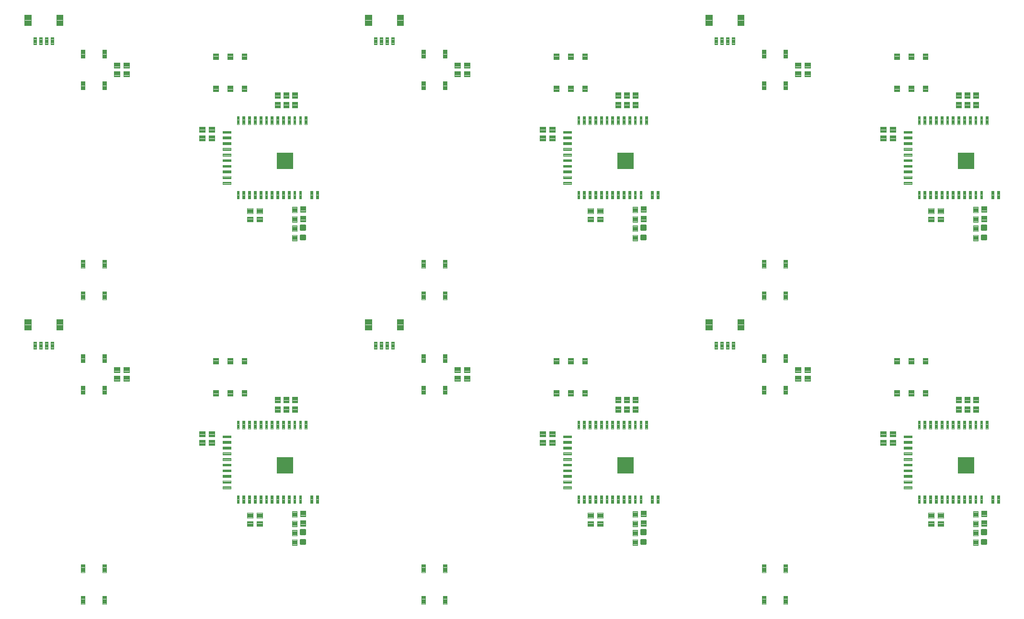
<source format=gtp>
G04 EAGLE Gerber RS-274X export*
G75*
%MOMM*%
%FSLAX34Y34*%
%LPD*%
%INSolderpaste Top*%
%IPPOS*%
%AMOC8*
5,1,8,0,0,1.08239X$1,22.5*%
G01*
%ADD10C,0.300000*%
%ADD11C,0.100000*%
%ADD12C,0.099059*%
%ADD13R,2.909200X2.909200*%
%ADD14C,0.096000*%
%ADD15C,0.102000*%


D10*
X506405Y128715D02*
X513405Y128715D01*
X513405Y121715D01*
X506405Y121715D01*
X506405Y128715D01*
X506405Y124565D02*
X513405Y124565D01*
X513405Y127415D02*
X506405Y127415D01*
X506405Y146255D02*
X513405Y146255D01*
X513405Y139255D01*
X506405Y139255D01*
X506405Y146255D01*
X506405Y142105D02*
X513405Y142105D01*
X513405Y144955D02*
X506405Y144955D01*
D11*
X499673Y129850D02*
X499673Y119850D01*
X490673Y119850D01*
X490673Y129850D01*
X499673Y129850D01*
X499673Y120800D02*
X490673Y120800D01*
X490673Y121750D02*
X499673Y121750D01*
X499673Y122700D02*
X490673Y122700D01*
X490673Y123650D02*
X499673Y123650D01*
X499673Y124600D02*
X490673Y124600D01*
X490673Y125550D02*
X499673Y125550D01*
X499673Y126500D02*
X490673Y126500D01*
X490673Y127450D02*
X499673Y127450D01*
X499673Y128400D02*
X490673Y128400D01*
X490673Y129350D02*
X499673Y129350D01*
X499673Y136850D02*
X499673Y146850D01*
X499673Y136850D02*
X490673Y136850D01*
X490673Y146850D01*
X499673Y146850D01*
X499673Y137800D02*
X490673Y137800D01*
X490673Y138750D02*
X499673Y138750D01*
X499673Y139700D02*
X490673Y139700D01*
X490673Y140650D02*
X499673Y140650D01*
X499673Y141600D02*
X490673Y141600D01*
X490673Y142550D02*
X499673Y142550D01*
X499673Y143500D02*
X490673Y143500D01*
X490673Y144450D02*
X499673Y144450D01*
X499673Y145400D02*
X490673Y145400D01*
X490673Y146350D02*
X499673Y146350D01*
X360500Y394195D02*
X351500Y394195D01*
X360500Y394195D02*
X360500Y383695D01*
X351500Y383695D01*
X351500Y394195D01*
X351500Y384645D02*
X360500Y384645D01*
X360500Y385595D02*
X351500Y385595D01*
X351500Y386545D02*
X360500Y386545D01*
X360500Y387495D02*
X351500Y387495D01*
X351500Y388445D02*
X360500Y388445D01*
X360500Y389395D02*
X351500Y389395D01*
X351500Y390345D02*
X360500Y390345D01*
X360500Y391295D02*
X351500Y391295D01*
X351500Y392245D02*
X360500Y392245D01*
X360500Y393195D02*
X351500Y393195D01*
X351500Y394145D02*
X360500Y394145D01*
X376500Y394195D02*
X385500Y394195D01*
X385500Y383695D01*
X376500Y383695D01*
X376500Y394195D01*
X376500Y384645D02*
X385500Y384645D01*
X385500Y385595D02*
X376500Y385595D01*
X376500Y386545D02*
X385500Y386545D01*
X385500Y387495D02*
X376500Y387495D01*
X376500Y388445D02*
X385500Y388445D01*
X385500Y389395D02*
X376500Y389395D01*
X376500Y390345D02*
X385500Y390345D01*
X385500Y391295D02*
X376500Y391295D01*
X376500Y392245D02*
X385500Y392245D01*
X385500Y393195D02*
X376500Y393195D01*
X376500Y394145D02*
X385500Y394145D01*
X401500Y394195D02*
X410500Y394195D01*
X410500Y383695D01*
X401500Y383695D01*
X401500Y394195D01*
X401500Y384645D02*
X410500Y384645D01*
X410500Y385595D02*
X401500Y385595D01*
X401500Y386545D02*
X410500Y386545D01*
X410500Y387495D02*
X401500Y387495D01*
X401500Y388445D02*
X410500Y388445D01*
X410500Y389395D02*
X401500Y389395D01*
X401500Y390345D02*
X410500Y390345D01*
X410500Y391295D02*
X401500Y391295D01*
X401500Y392245D02*
X410500Y392245D01*
X410500Y393195D02*
X401500Y393195D01*
X401500Y394145D02*
X410500Y394145D01*
X360500Y450695D02*
X351500Y450695D01*
X360500Y450695D02*
X360500Y440195D01*
X351500Y440195D01*
X351500Y450695D01*
X351500Y441145D02*
X360500Y441145D01*
X360500Y442095D02*
X351500Y442095D01*
X351500Y443045D02*
X360500Y443045D01*
X360500Y443995D02*
X351500Y443995D01*
X351500Y444945D02*
X360500Y444945D01*
X360500Y445895D02*
X351500Y445895D01*
X351500Y446845D02*
X360500Y446845D01*
X360500Y447795D02*
X351500Y447795D01*
X351500Y448745D02*
X360500Y448745D01*
X360500Y449695D02*
X351500Y449695D01*
X351500Y450645D02*
X360500Y450645D01*
X376500Y450695D02*
X385500Y450695D01*
X385500Y440195D01*
X376500Y440195D01*
X376500Y450695D01*
X376500Y441145D02*
X385500Y441145D01*
X385500Y442095D02*
X376500Y442095D01*
X376500Y443045D02*
X385500Y443045D01*
X385500Y443995D02*
X376500Y443995D01*
X376500Y444945D02*
X385500Y444945D01*
X385500Y445895D02*
X376500Y445895D01*
X376500Y446845D02*
X385500Y446845D01*
X385500Y447795D02*
X376500Y447795D01*
X376500Y448745D02*
X385500Y448745D01*
X385500Y449695D02*
X376500Y449695D01*
X376500Y450645D02*
X385500Y450645D01*
X401500Y450695D02*
X410500Y450695D01*
X410500Y440195D01*
X401500Y440195D01*
X401500Y450695D01*
X401500Y441145D02*
X410500Y441145D01*
X410500Y442095D02*
X401500Y442095D01*
X401500Y443045D02*
X410500Y443045D01*
X410500Y443995D02*
X401500Y443995D01*
X401500Y444945D02*
X410500Y444945D01*
X410500Y445895D02*
X401500Y445895D01*
X401500Y446845D02*
X410500Y446845D01*
X410500Y447795D02*
X401500Y447795D01*
X401500Y448745D02*
X410500Y448745D01*
X410500Y449695D02*
X401500Y449695D01*
X401500Y450645D02*
X410500Y450645D01*
D12*
X123965Y29985D02*
X117335Y29985D01*
X123965Y29985D02*
X123965Y15735D01*
X117335Y15735D01*
X117335Y29985D01*
X117335Y16676D02*
X123965Y16676D01*
X123965Y17617D02*
X117335Y17617D01*
X117335Y18558D02*
X123965Y18558D01*
X123965Y19499D02*
X117335Y19499D01*
X117335Y20440D02*
X123965Y20440D01*
X123965Y21381D02*
X117335Y21381D01*
X117335Y22322D02*
X123965Y22322D01*
X123965Y23263D02*
X117335Y23263D01*
X117335Y24204D02*
X123965Y24204D01*
X123965Y25145D02*
X117335Y25145D01*
X117335Y26086D02*
X123965Y26086D01*
X123965Y27027D02*
X117335Y27027D01*
X117335Y27968D02*
X123965Y27968D01*
X123965Y28909D02*
X117335Y28909D01*
X117335Y29850D02*
X123965Y29850D01*
X123965Y85865D02*
X117335Y85865D01*
X123965Y85865D02*
X123965Y71615D01*
X117335Y71615D01*
X117335Y85865D01*
X117335Y72556D02*
X123965Y72556D01*
X123965Y73497D02*
X117335Y73497D01*
X117335Y74438D02*
X123965Y74438D01*
X123965Y75379D02*
X117335Y75379D01*
X117335Y76320D02*
X123965Y76320D01*
X123965Y77261D02*
X117335Y77261D01*
X117335Y78202D02*
X123965Y78202D01*
X123965Y79143D02*
X117335Y79143D01*
X117335Y80084D02*
X123965Y80084D01*
X123965Y81025D02*
X117335Y81025D01*
X117335Y81966D02*
X123965Y81966D01*
X123965Y82907D02*
X117335Y82907D01*
X117335Y83848D02*
X123965Y83848D01*
X123965Y84789D02*
X117335Y84789D01*
X117335Y85730D02*
X123965Y85730D01*
X155435Y29985D02*
X162065Y29985D01*
X162065Y15735D01*
X155435Y15735D01*
X155435Y29985D01*
X155435Y16676D02*
X162065Y16676D01*
X162065Y17617D02*
X155435Y17617D01*
X155435Y18558D02*
X162065Y18558D01*
X162065Y19499D02*
X155435Y19499D01*
X155435Y20440D02*
X162065Y20440D01*
X162065Y21381D02*
X155435Y21381D01*
X155435Y22322D02*
X162065Y22322D01*
X162065Y23263D02*
X155435Y23263D01*
X155435Y24204D02*
X162065Y24204D01*
X162065Y25145D02*
X155435Y25145D01*
X155435Y26086D02*
X162065Y26086D01*
X162065Y27027D02*
X155435Y27027D01*
X155435Y27968D02*
X162065Y27968D01*
X162065Y28909D02*
X155435Y28909D01*
X155435Y29850D02*
X162065Y29850D01*
X162065Y85865D02*
X155435Y85865D01*
X162065Y85865D02*
X162065Y71615D01*
X155435Y71615D01*
X155435Y85865D01*
X155435Y72556D02*
X162065Y72556D01*
X162065Y73497D02*
X155435Y73497D01*
X155435Y74438D02*
X162065Y74438D01*
X162065Y75379D02*
X155435Y75379D01*
X155435Y76320D02*
X162065Y76320D01*
X162065Y77261D02*
X155435Y77261D01*
X155435Y78202D02*
X162065Y78202D01*
X162065Y79143D02*
X155435Y79143D01*
X155435Y80084D02*
X162065Y80084D01*
X162065Y81025D02*
X155435Y81025D01*
X155435Y81966D02*
X162065Y81966D01*
X162065Y82907D02*
X155435Y82907D01*
X155435Y83848D02*
X162065Y83848D01*
X162065Y84789D02*
X155435Y84789D01*
X155435Y85730D02*
X162065Y85730D01*
D13*
X478100Y260600D03*
D11*
X393100Y325700D02*
X393100Y339700D01*
X397100Y339700D01*
X397100Y325700D01*
X393100Y325700D01*
X393100Y326650D02*
X397100Y326650D01*
X397100Y327600D02*
X393100Y327600D01*
X393100Y328550D02*
X397100Y328550D01*
X397100Y329500D02*
X393100Y329500D01*
X393100Y330450D02*
X397100Y330450D01*
X397100Y331400D02*
X393100Y331400D01*
X393100Y332350D02*
X397100Y332350D01*
X397100Y333300D02*
X393100Y333300D01*
X393100Y334250D02*
X397100Y334250D01*
X397100Y335200D02*
X393100Y335200D01*
X393100Y336150D02*
X397100Y336150D01*
X397100Y337100D02*
X393100Y337100D01*
X393100Y338050D02*
X397100Y338050D01*
X397100Y339000D02*
X393100Y339000D01*
X403100Y339700D02*
X403100Y325700D01*
X403100Y339700D02*
X407100Y339700D01*
X407100Y325700D01*
X403100Y325700D01*
X403100Y326650D02*
X407100Y326650D01*
X407100Y327600D02*
X403100Y327600D01*
X403100Y328550D02*
X407100Y328550D01*
X407100Y329500D02*
X403100Y329500D01*
X403100Y330450D02*
X407100Y330450D01*
X407100Y331400D02*
X403100Y331400D01*
X403100Y332350D02*
X407100Y332350D01*
X407100Y333300D02*
X403100Y333300D01*
X403100Y334250D02*
X407100Y334250D01*
X407100Y335200D02*
X403100Y335200D01*
X403100Y336150D02*
X407100Y336150D01*
X407100Y337100D02*
X403100Y337100D01*
X403100Y338050D02*
X407100Y338050D01*
X407100Y339000D02*
X403100Y339000D01*
X513100Y339700D02*
X513100Y325700D01*
X513100Y339700D02*
X517100Y339700D01*
X517100Y325700D01*
X513100Y325700D01*
X513100Y326650D02*
X517100Y326650D01*
X517100Y327600D02*
X513100Y327600D01*
X513100Y328550D02*
X517100Y328550D01*
X517100Y329500D02*
X513100Y329500D01*
X513100Y330450D02*
X517100Y330450D01*
X517100Y331400D02*
X513100Y331400D01*
X513100Y332350D02*
X517100Y332350D01*
X517100Y333300D02*
X513100Y333300D01*
X513100Y334250D02*
X517100Y334250D01*
X517100Y335200D02*
X513100Y335200D01*
X513100Y336150D02*
X517100Y336150D01*
X517100Y337100D02*
X513100Y337100D01*
X513100Y338050D02*
X517100Y338050D01*
X517100Y339000D02*
X513100Y339000D01*
X503100Y339700D02*
X503100Y325700D01*
X503100Y339700D02*
X507100Y339700D01*
X507100Y325700D01*
X503100Y325700D01*
X503100Y326650D02*
X507100Y326650D01*
X507100Y327600D02*
X503100Y327600D01*
X503100Y328550D02*
X507100Y328550D01*
X507100Y329500D02*
X503100Y329500D01*
X503100Y330450D02*
X507100Y330450D01*
X507100Y331400D02*
X503100Y331400D01*
X503100Y332350D02*
X507100Y332350D01*
X507100Y333300D02*
X503100Y333300D01*
X503100Y334250D02*
X507100Y334250D01*
X507100Y335200D02*
X503100Y335200D01*
X503100Y336150D02*
X507100Y336150D01*
X507100Y337100D02*
X503100Y337100D01*
X503100Y338050D02*
X507100Y338050D01*
X507100Y339000D02*
X503100Y339000D01*
X493100Y339700D02*
X493100Y325700D01*
X493100Y339700D02*
X497100Y339700D01*
X497100Y325700D01*
X493100Y325700D01*
X493100Y326650D02*
X497100Y326650D01*
X497100Y327600D02*
X493100Y327600D01*
X493100Y328550D02*
X497100Y328550D01*
X497100Y329500D02*
X493100Y329500D01*
X493100Y330450D02*
X497100Y330450D01*
X497100Y331400D02*
X493100Y331400D01*
X493100Y332350D02*
X497100Y332350D01*
X497100Y333300D02*
X493100Y333300D01*
X493100Y334250D02*
X497100Y334250D01*
X497100Y335200D02*
X493100Y335200D01*
X493100Y336150D02*
X497100Y336150D01*
X497100Y337100D02*
X493100Y337100D01*
X493100Y338050D02*
X497100Y338050D01*
X497100Y339000D02*
X493100Y339000D01*
X483100Y339700D02*
X483100Y325700D01*
X483100Y339700D02*
X487100Y339700D01*
X487100Y325700D01*
X483100Y325700D01*
X483100Y326650D02*
X487100Y326650D01*
X487100Y327600D02*
X483100Y327600D01*
X483100Y328550D02*
X487100Y328550D01*
X487100Y329500D02*
X483100Y329500D01*
X483100Y330450D02*
X487100Y330450D01*
X487100Y331400D02*
X483100Y331400D01*
X483100Y332350D02*
X487100Y332350D01*
X487100Y333300D02*
X483100Y333300D01*
X483100Y334250D02*
X487100Y334250D01*
X487100Y335200D02*
X483100Y335200D01*
X483100Y336150D02*
X487100Y336150D01*
X487100Y337100D02*
X483100Y337100D01*
X483100Y338050D02*
X487100Y338050D01*
X487100Y339000D02*
X483100Y339000D01*
X473100Y339700D02*
X473100Y325700D01*
X473100Y339700D02*
X477100Y339700D01*
X477100Y325700D01*
X473100Y325700D01*
X473100Y326650D02*
X477100Y326650D01*
X477100Y327600D02*
X473100Y327600D01*
X473100Y328550D02*
X477100Y328550D01*
X477100Y329500D02*
X473100Y329500D01*
X473100Y330450D02*
X477100Y330450D01*
X477100Y331400D02*
X473100Y331400D01*
X473100Y332350D02*
X477100Y332350D01*
X477100Y333300D02*
X473100Y333300D01*
X473100Y334250D02*
X477100Y334250D01*
X477100Y335200D02*
X473100Y335200D01*
X473100Y336150D02*
X477100Y336150D01*
X477100Y337100D02*
X473100Y337100D01*
X473100Y338050D02*
X477100Y338050D01*
X477100Y339000D02*
X473100Y339000D01*
X463100Y339700D02*
X463100Y325700D01*
X463100Y339700D02*
X467100Y339700D01*
X467100Y325700D01*
X463100Y325700D01*
X463100Y326650D02*
X467100Y326650D01*
X467100Y327600D02*
X463100Y327600D01*
X463100Y328550D02*
X467100Y328550D01*
X467100Y329500D02*
X463100Y329500D01*
X463100Y330450D02*
X467100Y330450D01*
X467100Y331400D02*
X463100Y331400D01*
X463100Y332350D02*
X467100Y332350D01*
X467100Y333300D02*
X463100Y333300D01*
X463100Y334250D02*
X467100Y334250D01*
X467100Y335200D02*
X463100Y335200D01*
X463100Y336150D02*
X467100Y336150D01*
X467100Y337100D02*
X463100Y337100D01*
X463100Y338050D02*
X467100Y338050D01*
X467100Y339000D02*
X463100Y339000D01*
X453100Y339700D02*
X453100Y325700D01*
X453100Y339700D02*
X457100Y339700D01*
X457100Y325700D01*
X453100Y325700D01*
X453100Y326650D02*
X457100Y326650D01*
X457100Y327600D02*
X453100Y327600D01*
X453100Y328550D02*
X457100Y328550D01*
X457100Y329500D02*
X453100Y329500D01*
X453100Y330450D02*
X457100Y330450D01*
X457100Y331400D02*
X453100Y331400D01*
X453100Y332350D02*
X457100Y332350D01*
X457100Y333300D02*
X453100Y333300D01*
X453100Y334250D02*
X457100Y334250D01*
X457100Y335200D02*
X453100Y335200D01*
X453100Y336150D02*
X457100Y336150D01*
X457100Y337100D02*
X453100Y337100D01*
X453100Y338050D02*
X457100Y338050D01*
X457100Y339000D02*
X453100Y339000D01*
X443100Y339700D02*
X443100Y325700D01*
X443100Y339700D02*
X447100Y339700D01*
X447100Y325700D01*
X443100Y325700D01*
X443100Y326650D02*
X447100Y326650D01*
X447100Y327600D02*
X443100Y327600D01*
X443100Y328550D02*
X447100Y328550D01*
X447100Y329500D02*
X443100Y329500D01*
X443100Y330450D02*
X447100Y330450D01*
X447100Y331400D02*
X443100Y331400D01*
X443100Y332350D02*
X447100Y332350D01*
X447100Y333300D02*
X443100Y333300D01*
X443100Y334250D02*
X447100Y334250D01*
X447100Y335200D02*
X443100Y335200D01*
X443100Y336150D02*
X447100Y336150D01*
X447100Y337100D02*
X443100Y337100D01*
X443100Y338050D02*
X447100Y338050D01*
X447100Y339000D02*
X443100Y339000D01*
X433100Y339700D02*
X433100Y325700D01*
X433100Y339700D02*
X437100Y339700D01*
X437100Y325700D01*
X433100Y325700D01*
X433100Y326650D02*
X437100Y326650D01*
X437100Y327600D02*
X433100Y327600D01*
X433100Y328550D02*
X437100Y328550D01*
X437100Y329500D02*
X433100Y329500D01*
X433100Y330450D02*
X437100Y330450D01*
X437100Y331400D02*
X433100Y331400D01*
X433100Y332350D02*
X437100Y332350D01*
X437100Y333300D02*
X433100Y333300D01*
X433100Y334250D02*
X437100Y334250D01*
X437100Y335200D02*
X433100Y335200D01*
X433100Y336150D02*
X437100Y336150D01*
X437100Y337100D02*
X433100Y337100D01*
X433100Y338050D02*
X437100Y338050D01*
X437100Y339000D02*
X433100Y339000D01*
X423100Y339700D02*
X423100Y325700D01*
X423100Y339700D02*
X427100Y339700D01*
X427100Y325700D01*
X423100Y325700D01*
X423100Y326650D02*
X427100Y326650D01*
X427100Y327600D02*
X423100Y327600D01*
X423100Y328550D02*
X427100Y328550D01*
X427100Y329500D02*
X423100Y329500D01*
X423100Y330450D02*
X427100Y330450D01*
X427100Y331400D02*
X423100Y331400D01*
X423100Y332350D02*
X427100Y332350D01*
X427100Y333300D02*
X423100Y333300D01*
X423100Y334250D02*
X427100Y334250D01*
X427100Y335200D02*
X423100Y335200D01*
X423100Y336150D02*
X427100Y336150D01*
X427100Y337100D02*
X423100Y337100D01*
X423100Y338050D02*
X427100Y338050D01*
X427100Y339000D02*
X423100Y339000D01*
X413100Y339700D02*
X413100Y325700D01*
X413100Y339700D02*
X417100Y339700D01*
X417100Y325700D01*
X413100Y325700D01*
X413100Y326650D02*
X417100Y326650D01*
X417100Y327600D02*
X413100Y327600D01*
X413100Y328550D02*
X417100Y328550D01*
X417100Y329500D02*
X413100Y329500D01*
X413100Y330450D02*
X417100Y330450D01*
X417100Y331400D02*
X413100Y331400D01*
X413100Y332350D02*
X417100Y332350D01*
X417100Y333300D02*
X413100Y333300D01*
X413100Y334250D02*
X417100Y334250D01*
X417100Y335200D02*
X413100Y335200D01*
X413100Y336150D02*
X417100Y336150D01*
X417100Y337100D02*
X413100Y337100D01*
X413100Y338050D02*
X417100Y338050D01*
X417100Y339000D02*
X413100Y339000D01*
X382100Y309700D02*
X368100Y309700D01*
X368100Y313700D01*
X382100Y313700D01*
X382100Y309700D01*
X382100Y310650D02*
X368100Y310650D01*
X368100Y311600D02*
X382100Y311600D01*
X382100Y312550D02*
X368100Y312550D01*
X368100Y313500D02*
X382100Y313500D01*
X382100Y299700D02*
X368100Y299700D01*
X368100Y303700D01*
X382100Y303700D01*
X382100Y299700D01*
X382100Y300650D02*
X368100Y300650D01*
X368100Y301600D02*
X382100Y301600D01*
X382100Y302550D02*
X368100Y302550D01*
X368100Y303500D02*
X382100Y303500D01*
X382100Y279700D02*
X368100Y279700D01*
X368100Y283700D01*
X382100Y283700D01*
X382100Y279700D01*
X382100Y280650D02*
X368100Y280650D01*
X368100Y281600D02*
X382100Y281600D01*
X382100Y282550D02*
X368100Y282550D01*
X368100Y283500D02*
X382100Y283500D01*
X382100Y289700D02*
X368100Y289700D01*
X368100Y293700D01*
X382100Y293700D01*
X382100Y289700D01*
X382100Y290650D02*
X368100Y290650D01*
X368100Y291600D02*
X382100Y291600D01*
X382100Y292550D02*
X368100Y292550D01*
X368100Y293500D02*
X382100Y293500D01*
X382100Y269700D02*
X368100Y269700D01*
X368100Y273700D01*
X382100Y273700D01*
X382100Y269700D01*
X382100Y270650D02*
X368100Y270650D01*
X368100Y271600D02*
X382100Y271600D01*
X382100Y272550D02*
X368100Y272550D01*
X368100Y273500D02*
X382100Y273500D01*
X382100Y259700D02*
X368100Y259700D01*
X368100Y263700D01*
X382100Y263700D01*
X382100Y259700D01*
X382100Y260650D02*
X368100Y260650D01*
X368100Y261600D02*
X382100Y261600D01*
X382100Y262550D02*
X368100Y262550D01*
X368100Y263500D02*
X382100Y263500D01*
X382100Y249700D02*
X368100Y249700D01*
X368100Y253700D01*
X382100Y253700D01*
X382100Y249700D01*
X382100Y250650D02*
X368100Y250650D01*
X368100Y251600D02*
X382100Y251600D01*
X382100Y252550D02*
X368100Y252550D01*
X368100Y253500D02*
X382100Y253500D01*
X382100Y239700D02*
X368100Y239700D01*
X368100Y243700D01*
X382100Y243700D01*
X382100Y239700D01*
X382100Y240650D02*
X368100Y240650D01*
X368100Y241600D02*
X382100Y241600D01*
X382100Y242550D02*
X368100Y242550D01*
X368100Y243500D02*
X382100Y243500D01*
X382100Y229700D02*
X368100Y229700D01*
X368100Y233700D01*
X382100Y233700D01*
X382100Y229700D01*
X382100Y230650D02*
X368100Y230650D01*
X368100Y231600D02*
X382100Y231600D01*
X382100Y232550D02*
X368100Y232550D01*
X368100Y233500D02*
X382100Y233500D01*
X382100Y219700D02*
X368100Y219700D01*
X368100Y223700D01*
X382100Y223700D01*
X382100Y219700D01*
X382100Y220650D02*
X368100Y220650D01*
X368100Y221600D02*
X382100Y221600D01*
X382100Y222550D02*
X368100Y222550D01*
X368100Y223500D02*
X382100Y223500D01*
X393100Y207700D02*
X393100Y193700D01*
X393100Y207700D02*
X397100Y207700D01*
X397100Y193700D01*
X393100Y193700D01*
X393100Y194650D02*
X397100Y194650D01*
X397100Y195600D02*
X393100Y195600D01*
X393100Y196550D02*
X397100Y196550D01*
X397100Y197500D02*
X393100Y197500D01*
X393100Y198450D02*
X397100Y198450D01*
X397100Y199400D02*
X393100Y199400D01*
X393100Y200350D02*
X397100Y200350D01*
X397100Y201300D02*
X393100Y201300D01*
X393100Y202250D02*
X397100Y202250D01*
X397100Y203200D02*
X393100Y203200D01*
X393100Y204150D02*
X397100Y204150D01*
X397100Y205100D02*
X393100Y205100D01*
X393100Y206050D02*
X397100Y206050D01*
X397100Y207000D02*
X393100Y207000D01*
X403100Y207700D02*
X403100Y193700D01*
X403100Y207700D02*
X407100Y207700D01*
X407100Y193700D01*
X403100Y193700D01*
X403100Y194650D02*
X407100Y194650D01*
X407100Y195600D02*
X403100Y195600D01*
X403100Y196550D02*
X407100Y196550D01*
X407100Y197500D02*
X403100Y197500D01*
X403100Y198450D02*
X407100Y198450D01*
X407100Y199400D02*
X403100Y199400D01*
X403100Y200350D02*
X407100Y200350D01*
X407100Y201300D02*
X403100Y201300D01*
X403100Y202250D02*
X407100Y202250D01*
X407100Y203200D02*
X403100Y203200D01*
X403100Y204150D02*
X407100Y204150D01*
X407100Y205100D02*
X403100Y205100D01*
X403100Y206050D02*
X407100Y206050D01*
X407100Y207000D02*
X403100Y207000D01*
X413100Y207700D02*
X413100Y193700D01*
X413100Y207700D02*
X417100Y207700D01*
X417100Y193700D01*
X413100Y193700D01*
X413100Y194650D02*
X417100Y194650D01*
X417100Y195600D02*
X413100Y195600D01*
X413100Y196550D02*
X417100Y196550D01*
X417100Y197500D02*
X413100Y197500D01*
X413100Y198450D02*
X417100Y198450D01*
X417100Y199400D02*
X413100Y199400D01*
X413100Y200350D02*
X417100Y200350D01*
X417100Y201300D02*
X413100Y201300D01*
X413100Y202250D02*
X417100Y202250D01*
X417100Y203200D02*
X413100Y203200D01*
X413100Y204150D02*
X417100Y204150D01*
X417100Y205100D02*
X413100Y205100D01*
X413100Y206050D02*
X417100Y206050D01*
X417100Y207000D02*
X413100Y207000D01*
X423100Y207700D02*
X423100Y193700D01*
X423100Y207700D02*
X427100Y207700D01*
X427100Y193700D01*
X423100Y193700D01*
X423100Y194650D02*
X427100Y194650D01*
X427100Y195600D02*
X423100Y195600D01*
X423100Y196550D02*
X427100Y196550D01*
X427100Y197500D02*
X423100Y197500D01*
X423100Y198450D02*
X427100Y198450D01*
X427100Y199400D02*
X423100Y199400D01*
X423100Y200350D02*
X427100Y200350D01*
X427100Y201300D02*
X423100Y201300D01*
X423100Y202250D02*
X427100Y202250D01*
X427100Y203200D02*
X423100Y203200D01*
X423100Y204150D02*
X427100Y204150D01*
X427100Y205100D02*
X423100Y205100D01*
X423100Y206050D02*
X427100Y206050D01*
X427100Y207000D02*
X423100Y207000D01*
X433100Y207700D02*
X433100Y193700D01*
X433100Y207700D02*
X437100Y207700D01*
X437100Y193700D01*
X433100Y193700D01*
X433100Y194650D02*
X437100Y194650D01*
X437100Y195600D02*
X433100Y195600D01*
X433100Y196550D02*
X437100Y196550D01*
X437100Y197500D02*
X433100Y197500D01*
X433100Y198450D02*
X437100Y198450D01*
X437100Y199400D02*
X433100Y199400D01*
X433100Y200350D02*
X437100Y200350D01*
X437100Y201300D02*
X433100Y201300D01*
X433100Y202250D02*
X437100Y202250D01*
X437100Y203200D02*
X433100Y203200D01*
X433100Y204150D02*
X437100Y204150D01*
X437100Y205100D02*
X433100Y205100D01*
X433100Y206050D02*
X437100Y206050D01*
X437100Y207000D02*
X433100Y207000D01*
X443100Y207700D02*
X443100Y193700D01*
X443100Y207700D02*
X447100Y207700D01*
X447100Y193700D01*
X443100Y193700D01*
X443100Y194650D02*
X447100Y194650D01*
X447100Y195600D02*
X443100Y195600D01*
X443100Y196550D02*
X447100Y196550D01*
X447100Y197500D02*
X443100Y197500D01*
X443100Y198450D02*
X447100Y198450D01*
X447100Y199400D02*
X443100Y199400D01*
X443100Y200350D02*
X447100Y200350D01*
X447100Y201300D02*
X443100Y201300D01*
X443100Y202250D02*
X447100Y202250D01*
X447100Y203200D02*
X443100Y203200D01*
X443100Y204150D02*
X447100Y204150D01*
X447100Y205100D02*
X443100Y205100D01*
X443100Y206050D02*
X447100Y206050D01*
X447100Y207000D02*
X443100Y207000D01*
X453100Y207700D02*
X453100Y193700D01*
X453100Y207700D02*
X457100Y207700D01*
X457100Y193700D01*
X453100Y193700D01*
X453100Y194650D02*
X457100Y194650D01*
X457100Y195600D02*
X453100Y195600D01*
X453100Y196550D02*
X457100Y196550D01*
X457100Y197500D02*
X453100Y197500D01*
X453100Y198450D02*
X457100Y198450D01*
X457100Y199400D02*
X453100Y199400D01*
X453100Y200350D02*
X457100Y200350D01*
X457100Y201300D02*
X453100Y201300D01*
X453100Y202250D02*
X457100Y202250D01*
X457100Y203200D02*
X453100Y203200D01*
X453100Y204150D02*
X457100Y204150D01*
X457100Y205100D02*
X453100Y205100D01*
X453100Y206050D02*
X457100Y206050D01*
X457100Y207000D02*
X453100Y207000D01*
X463100Y207700D02*
X463100Y193700D01*
X463100Y207700D02*
X467100Y207700D01*
X467100Y193700D01*
X463100Y193700D01*
X463100Y194650D02*
X467100Y194650D01*
X467100Y195600D02*
X463100Y195600D01*
X463100Y196550D02*
X467100Y196550D01*
X467100Y197500D02*
X463100Y197500D01*
X463100Y198450D02*
X467100Y198450D01*
X467100Y199400D02*
X463100Y199400D01*
X463100Y200350D02*
X467100Y200350D01*
X467100Y201300D02*
X463100Y201300D01*
X463100Y202250D02*
X467100Y202250D01*
X467100Y203200D02*
X463100Y203200D01*
X463100Y204150D02*
X467100Y204150D01*
X467100Y205100D02*
X463100Y205100D01*
X463100Y206050D02*
X467100Y206050D01*
X467100Y207000D02*
X463100Y207000D01*
X473100Y207700D02*
X473100Y193700D01*
X473100Y207700D02*
X477100Y207700D01*
X477100Y193700D01*
X473100Y193700D01*
X473100Y194650D02*
X477100Y194650D01*
X477100Y195600D02*
X473100Y195600D01*
X473100Y196550D02*
X477100Y196550D01*
X477100Y197500D02*
X473100Y197500D01*
X473100Y198450D02*
X477100Y198450D01*
X477100Y199400D02*
X473100Y199400D01*
X473100Y200350D02*
X477100Y200350D01*
X477100Y201300D02*
X473100Y201300D01*
X473100Y202250D02*
X477100Y202250D01*
X477100Y203200D02*
X473100Y203200D01*
X473100Y204150D02*
X477100Y204150D01*
X477100Y205100D02*
X473100Y205100D01*
X473100Y206050D02*
X477100Y206050D01*
X477100Y207000D02*
X473100Y207000D01*
X483100Y207700D02*
X483100Y193700D01*
X483100Y207700D02*
X487100Y207700D01*
X487100Y193700D01*
X483100Y193700D01*
X483100Y194650D02*
X487100Y194650D01*
X487100Y195600D02*
X483100Y195600D01*
X483100Y196550D02*
X487100Y196550D01*
X487100Y197500D02*
X483100Y197500D01*
X483100Y198450D02*
X487100Y198450D01*
X487100Y199400D02*
X483100Y199400D01*
X483100Y200350D02*
X487100Y200350D01*
X487100Y201300D02*
X483100Y201300D01*
X483100Y202250D02*
X487100Y202250D01*
X487100Y203200D02*
X483100Y203200D01*
X483100Y204150D02*
X487100Y204150D01*
X487100Y205100D02*
X483100Y205100D01*
X483100Y206050D02*
X487100Y206050D01*
X487100Y207000D02*
X483100Y207000D01*
X493100Y207700D02*
X493100Y193700D01*
X493100Y207700D02*
X497100Y207700D01*
X497100Y193700D01*
X493100Y193700D01*
X493100Y194650D02*
X497100Y194650D01*
X497100Y195600D02*
X493100Y195600D01*
X493100Y196550D02*
X497100Y196550D01*
X497100Y197500D02*
X493100Y197500D01*
X493100Y198450D02*
X497100Y198450D01*
X497100Y199400D02*
X493100Y199400D01*
X493100Y200350D02*
X497100Y200350D01*
X497100Y201300D02*
X493100Y201300D01*
X493100Y202250D02*
X497100Y202250D01*
X497100Y203200D02*
X493100Y203200D01*
X493100Y204150D02*
X497100Y204150D01*
X497100Y205100D02*
X493100Y205100D01*
X493100Y206050D02*
X497100Y206050D01*
X497100Y207000D02*
X493100Y207000D01*
X503100Y207700D02*
X503100Y193700D01*
X503100Y207700D02*
X507100Y207700D01*
X507100Y193700D01*
X503100Y193700D01*
X503100Y194650D02*
X507100Y194650D01*
X507100Y195600D02*
X503100Y195600D01*
X503100Y196550D02*
X507100Y196550D01*
X507100Y197500D02*
X503100Y197500D01*
X503100Y198450D02*
X507100Y198450D01*
X507100Y199400D02*
X503100Y199400D01*
X503100Y200350D02*
X507100Y200350D01*
X507100Y201300D02*
X503100Y201300D01*
X503100Y202250D02*
X507100Y202250D01*
X507100Y203200D02*
X503100Y203200D01*
X503100Y204150D02*
X507100Y204150D01*
X507100Y205100D02*
X503100Y205100D01*
X503100Y206050D02*
X507100Y206050D01*
X507100Y207000D02*
X503100Y207000D01*
X523100Y207700D02*
X523100Y193700D01*
X523100Y207700D02*
X527100Y207700D01*
X527100Y193700D01*
X523100Y193700D01*
X523100Y194650D02*
X527100Y194650D01*
X527100Y195600D02*
X523100Y195600D01*
X523100Y196550D02*
X527100Y196550D01*
X527100Y197500D02*
X523100Y197500D01*
X523100Y198450D02*
X527100Y198450D01*
X527100Y199400D02*
X523100Y199400D01*
X523100Y200350D02*
X527100Y200350D01*
X527100Y201300D02*
X523100Y201300D01*
X523100Y202250D02*
X527100Y202250D01*
X527100Y203200D02*
X523100Y203200D01*
X523100Y204150D02*
X527100Y204150D01*
X527100Y205100D02*
X523100Y205100D01*
X523100Y206050D02*
X527100Y206050D01*
X527100Y207000D02*
X523100Y207000D01*
X533100Y207700D02*
X533100Y193700D01*
X533100Y207700D02*
X537100Y207700D01*
X537100Y193700D01*
X533100Y193700D01*
X533100Y194650D02*
X537100Y194650D01*
X537100Y195600D02*
X533100Y195600D01*
X533100Y196550D02*
X537100Y196550D01*
X537100Y197500D02*
X533100Y197500D01*
X533100Y198450D02*
X537100Y198450D01*
X537100Y199400D02*
X533100Y199400D01*
X533100Y200350D02*
X537100Y200350D01*
X537100Y201300D02*
X533100Y201300D01*
X533100Y202250D02*
X537100Y202250D01*
X537100Y203200D02*
X533100Y203200D01*
X533100Y204150D02*
X537100Y204150D01*
X537100Y205100D02*
X533100Y205100D01*
X533100Y206050D02*
X537100Y206050D01*
X537100Y207000D02*
X533100Y207000D01*
X353860Y305490D02*
X343860Y305490D01*
X353860Y305490D02*
X353860Y296490D01*
X343860Y296490D01*
X343860Y305490D01*
X343860Y297440D02*
X353860Y297440D01*
X353860Y298390D02*
X343860Y298390D01*
X343860Y299340D02*
X353860Y299340D01*
X353860Y300290D02*
X343860Y300290D01*
X343860Y301240D02*
X353860Y301240D01*
X353860Y302190D02*
X343860Y302190D01*
X343860Y303140D02*
X353860Y303140D01*
X353860Y304090D02*
X343860Y304090D01*
X343860Y305040D02*
X353860Y305040D01*
X336860Y305490D02*
X326860Y305490D01*
X336860Y305490D02*
X336860Y296490D01*
X326860Y296490D01*
X326860Y305490D01*
X326860Y297440D02*
X336860Y297440D01*
X336860Y298390D02*
X326860Y298390D01*
X326860Y299340D02*
X336860Y299340D01*
X336860Y300290D02*
X326860Y300290D01*
X326860Y301240D02*
X336860Y301240D01*
X336860Y302190D02*
X326860Y302190D01*
X326860Y303140D02*
X336860Y303140D01*
X336860Y304090D02*
X326860Y304090D01*
X326860Y305040D02*
X336860Y305040D01*
X505405Y180505D02*
X505405Y170505D01*
X505405Y180505D02*
X514405Y180505D01*
X514405Y170505D01*
X505405Y170505D01*
X505405Y171455D02*
X514405Y171455D01*
X514405Y172405D02*
X505405Y172405D01*
X505405Y173355D02*
X514405Y173355D01*
X514405Y174305D02*
X505405Y174305D01*
X505405Y175255D02*
X514405Y175255D01*
X514405Y176205D02*
X505405Y176205D01*
X505405Y177155D02*
X514405Y177155D01*
X514405Y178105D02*
X505405Y178105D01*
X505405Y179055D02*
X514405Y179055D01*
X514405Y180005D02*
X505405Y180005D01*
X505405Y163505D02*
X505405Y153505D01*
X505405Y163505D02*
X514405Y163505D01*
X514405Y153505D01*
X505405Y153505D01*
X505405Y154455D02*
X514405Y154455D01*
X514405Y155405D02*
X505405Y155405D01*
X505405Y156355D02*
X514405Y156355D01*
X514405Y157305D02*
X505405Y157305D01*
X505405Y158255D02*
X514405Y158255D01*
X514405Y159205D02*
X505405Y159205D01*
X505405Y160155D02*
X514405Y160155D01*
X514405Y161105D02*
X505405Y161105D01*
X505405Y162055D02*
X514405Y162055D01*
X514405Y163005D02*
X505405Y163005D01*
X490673Y169870D02*
X490673Y179870D01*
X499673Y179870D01*
X499673Y169870D01*
X490673Y169870D01*
X490673Y170820D02*
X499673Y170820D01*
X499673Y171770D02*
X490673Y171770D01*
X490673Y172720D02*
X499673Y172720D01*
X499673Y173670D02*
X490673Y173670D01*
X490673Y174620D02*
X499673Y174620D01*
X499673Y175570D02*
X490673Y175570D01*
X490673Y176520D02*
X499673Y176520D01*
X499673Y177470D02*
X490673Y177470D01*
X490673Y178420D02*
X499673Y178420D01*
X499673Y179370D02*
X490673Y179370D01*
X490673Y162870D02*
X490673Y152870D01*
X490673Y162870D02*
X499673Y162870D01*
X499673Y152870D01*
X490673Y152870D01*
X490673Y153820D02*
X499673Y153820D01*
X499673Y154770D02*
X490673Y154770D01*
X490673Y155720D02*
X499673Y155720D01*
X499673Y156670D02*
X490673Y156670D01*
X490673Y157620D02*
X499673Y157620D01*
X499673Y158570D02*
X490673Y158570D01*
X490673Y159520D02*
X499673Y159520D01*
X499673Y160470D02*
X490673Y160470D01*
X490673Y161420D02*
X499673Y161420D01*
X499673Y162370D02*
X490673Y162370D01*
X460574Y371800D02*
X460574Y381800D01*
X469574Y381800D01*
X469574Y371800D01*
X460574Y371800D01*
X460574Y372750D02*
X469574Y372750D01*
X469574Y373700D02*
X460574Y373700D01*
X460574Y374650D02*
X469574Y374650D01*
X469574Y375600D02*
X460574Y375600D01*
X460574Y376550D02*
X469574Y376550D01*
X469574Y377500D02*
X460574Y377500D01*
X460574Y378450D02*
X469574Y378450D01*
X469574Y379400D02*
X460574Y379400D01*
X460574Y380350D02*
X469574Y380350D01*
X469574Y381300D02*
X460574Y381300D01*
X460574Y364800D02*
X460574Y354800D01*
X460574Y364800D02*
X469574Y364800D01*
X469574Y354800D01*
X460574Y354800D01*
X460574Y355750D02*
X469574Y355750D01*
X469574Y356700D02*
X460574Y356700D01*
X460574Y357650D02*
X469574Y357650D01*
X469574Y358600D02*
X460574Y358600D01*
X460574Y359550D02*
X469574Y359550D01*
X469574Y360500D02*
X460574Y360500D01*
X460574Y361450D02*
X469574Y361450D01*
X469574Y362400D02*
X460574Y362400D01*
X460574Y363350D02*
X469574Y363350D01*
X469574Y364300D02*
X460574Y364300D01*
X336860Y311730D02*
X326860Y311730D01*
X326860Y320730D01*
X336860Y320730D01*
X336860Y311730D01*
X336860Y312680D02*
X326860Y312680D01*
X326860Y313630D02*
X336860Y313630D01*
X336860Y314580D02*
X326860Y314580D01*
X326860Y315530D02*
X336860Y315530D01*
X336860Y316480D02*
X326860Y316480D01*
X326860Y317430D02*
X336860Y317430D01*
X336860Y318380D02*
X326860Y318380D01*
X326860Y319330D02*
X336860Y319330D01*
X336860Y320280D02*
X326860Y320280D01*
X343860Y311730D02*
X353860Y311730D01*
X343860Y311730D02*
X343860Y320730D01*
X353860Y320730D01*
X353860Y311730D01*
X353860Y312680D02*
X343860Y312680D01*
X343860Y313630D02*
X353860Y313630D01*
X353860Y314580D02*
X343860Y314580D01*
X343860Y315530D02*
X353860Y315530D01*
X353860Y316480D02*
X343860Y316480D01*
X343860Y317430D02*
X353860Y317430D01*
X353860Y318380D02*
X343860Y318380D01*
X343860Y319330D02*
X353860Y319330D01*
X353860Y320280D02*
X343860Y320280D01*
X411188Y153234D02*
X421188Y153234D01*
X411188Y153234D02*
X411188Y162234D01*
X421188Y162234D01*
X421188Y153234D01*
X421188Y154184D02*
X411188Y154184D01*
X411188Y155134D02*
X421188Y155134D01*
X421188Y156084D02*
X411188Y156084D01*
X411188Y157034D02*
X421188Y157034D01*
X421188Y157984D02*
X411188Y157984D01*
X411188Y158934D02*
X421188Y158934D01*
X421188Y159884D02*
X411188Y159884D01*
X411188Y160834D02*
X421188Y160834D01*
X421188Y161784D02*
X411188Y161784D01*
X428188Y153234D02*
X438188Y153234D01*
X428188Y153234D02*
X428188Y162234D01*
X438188Y162234D01*
X438188Y153234D01*
X438188Y154184D02*
X428188Y154184D01*
X428188Y155134D02*
X438188Y155134D01*
X438188Y156084D02*
X428188Y156084D01*
X428188Y157034D02*
X438188Y157034D01*
X438188Y157984D02*
X428188Y157984D01*
X428188Y158934D02*
X438188Y158934D01*
X438188Y159884D02*
X428188Y159884D01*
X428188Y160834D02*
X438188Y160834D01*
X438188Y161784D02*
X428188Y161784D01*
D12*
X123965Y401079D02*
X117335Y401079D01*
X123965Y401079D02*
X123965Y386829D01*
X117335Y386829D01*
X117335Y401079D01*
X117335Y387770D02*
X123965Y387770D01*
X123965Y388711D02*
X117335Y388711D01*
X117335Y389652D02*
X123965Y389652D01*
X123965Y390593D02*
X117335Y390593D01*
X117335Y391534D02*
X123965Y391534D01*
X123965Y392475D02*
X117335Y392475D01*
X117335Y393416D02*
X123965Y393416D01*
X123965Y394357D02*
X117335Y394357D01*
X117335Y395298D02*
X123965Y395298D01*
X123965Y396239D02*
X117335Y396239D01*
X117335Y397180D02*
X123965Y397180D01*
X123965Y398121D02*
X117335Y398121D01*
X117335Y399062D02*
X123965Y399062D01*
X123965Y400003D02*
X117335Y400003D01*
X117335Y400944D02*
X123965Y400944D01*
X123965Y456959D02*
X117335Y456959D01*
X123965Y456959D02*
X123965Y442709D01*
X117335Y442709D01*
X117335Y456959D01*
X117335Y443650D02*
X123965Y443650D01*
X123965Y444591D02*
X117335Y444591D01*
X117335Y445532D02*
X123965Y445532D01*
X123965Y446473D02*
X117335Y446473D01*
X117335Y447414D02*
X123965Y447414D01*
X123965Y448355D02*
X117335Y448355D01*
X117335Y449296D02*
X123965Y449296D01*
X123965Y450237D02*
X117335Y450237D01*
X117335Y451178D02*
X123965Y451178D01*
X123965Y452119D02*
X117335Y452119D01*
X117335Y453060D02*
X123965Y453060D01*
X123965Y454001D02*
X117335Y454001D01*
X117335Y454942D02*
X123965Y454942D01*
X123965Y455883D02*
X117335Y455883D01*
X117335Y456824D02*
X123965Y456824D01*
X155435Y401079D02*
X162065Y401079D01*
X162065Y386829D01*
X155435Y386829D01*
X155435Y401079D01*
X155435Y387770D02*
X162065Y387770D01*
X162065Y388711D02*
X155435Y388711D01*
X155435Y389652D02*
X162065Y389652D01*
X162065Y390593D02*
X155435Y390593D01*
X155435Y391534D02*
X162065Y391534D01*
X162065Y392475D02*
X155435Y392475D01*
X155435Y393416D02*
X162065Y393416D01*
X162065Y394357D02*
X155435Y394357D01*
X155435Y395298D02*
X162065Y395298D01*
X162065Y396239D02*
X155435Y396239D01*
X155435Y397180D02*
X162065Y397180D01*
X162065Y398121D02*
X155435Y398121D01*
X155435Y399062D02*
X162065Y399062D01*
X162065Y400003D02*
X155435Y400003D01*
X155435Y400944D02*
X162065Y400944D01*
X162065Y456959D02*
X155435Y456959D01*
X162065Y456959D02*
X162065Y442709D01*
X155435Y442709D01*
X155435Y456959D01*
X155435Y443650D02*
X162065Y443650D01*
X162065Y444591D02*
X155435Y444591D01*
X155435Y445532D02*
X162065Y445532D01*
X162065Y446473D02*
X155435Y446473D01*
X155435Y447414D02*
X162065Y447414D01*
X162065Y448355D02*
X155435Y448355D01*
X155435Y449296D02*
X162065Y449296D01*
X162065Y450237D02*
X155435Y450237D01*
X155435Y451178D02*
X162065Y451178D01*
X162065Y452119D02*
X155435Y452119D01*
X155435Y453060D02*
X162065Y453060D01*
X162065Y454001D02*
X155435Y454001D01*
X155435Y454942D02*
X162065Y454942D01*
X162065Y455883D02*
X155435Y455883D01*
X155435Y456824D02*
X162065Y456824D01*
D11*
X411188Y168220D02*
X421188Y168220D01*
X411188Y168220D02*
X411188Y177220D01*
X421188Y177220D01*
X421188Y168220D01*
X421188Y169170D02*
X411188Y169170D01*
X411188Y170120D02*
X421188Y170120D01*
X421188Y171070D02*
X411188Y171070D01*
X411188Y172020D02*
X421188Y172020D01*
X421188Y172970D02*
X411188Y172970D01*
X411188Y173920D02*
X421188Y173920D01*
X421188Y174870D02*
X411188Y174870D01*
X411188Y175820D02*
X421188Y175820D01*
X421188Y176770D02*
X411188Y176770D01*
X428188Y168220D02*
X438188Y168220D01*
X428188Y168220D02*
X428188Y177220D01*
X438188Y177220D01*
X438188Y168220D01*
X438188Y169170D02*
X428188Y169170D01*
X428188Y170120D02*
X438188Y170120D01*
X438188Y171070D02*
X428188Y171070D01*
X428188Y172020D02*
X438188Y172020D01*
X438188Y172970D02*
X428188Y172970D01*
X428188Y173920D02*
X438188Y173920D01*
X438188Y174870D02*
X428188Y174870D01*
X428188Y175820D02*
X438188Y175820D01*
X438188Y176770D02*
X428188Y176770D01*
D14*
X84955Y519345D02*
X73915Y519345D01*
X84955Y519345D02*
X84955Y500305D01*
X73915Y500305D01*
X73915Y519345D01*
X73915Y501217D02*
X84955Y501217D01*
X84955Y502129D02*
X73915Y502129D01*
X73915Y503041D02*
X84955Y503041D01*
X84955Y503953D02*
X73915Y503953D01*
X73915Y504865D02*
X84955Y504865D01*
X84955Y505777D02*
X73915Y505777D01*
X73915Y506689D02*
X84955Y506689D01*
X84955Y507601D02*
X73915Y507601D01*
X73915Y508513D02*
X84955Y508513D01*
X84955Y509425D02*
X73915Y509425D01*
X73915Y510337D02*
X84955Y510337D01*
X84955Y511249D02*
X73915Y511249D01*
X73915Y512161D02*
X84955Y512161D01*
X84955Y513073D02*
X73915Y513073D01*
X73915Y513985D02*
X84955Y513985D01*
X84955Y514897D02*
X73915Y514897D01*
X73915Y515809D02*
X84955Y515809D01*
X84955Y516721D02*
X73915Y516721D01*
X73915Y517633D02*
X84955Y517633D01*
X84955Y518545D02*
X73915Y518545D01*
X28955Y519345D02*
X17915Y519345D01*
X28955Y519345D02*
X28955Y500305D01*
X17915Y500305D01*
X17915Y519345D01*
X17915Y501217D02*
X28955Y501217D01*
X28955Y502129D02*
X17915Y502129D01*
X17915Y503041D02*
X28955Y503041D01*
X28955Y503953D02*
X17915Y503953D01*
X17915Y504865D02*
X28955Y504865D01*
X28955Y505777D02*
X17915Y505777D01*
X17915Y506689D02*
X28955Y506689D01*
X28955Y507601D02*
X17915Y507601D01*
X17915Y508513D02*
X28955Y508513D01*
X28955Y509425D02*
X17915Y509425D01*
X17915Y510337D02*
X28955Y510337D01*
X28955Y511249D02*
X17915Y511249D01*
X17915Y512161D02*
X28955Y512161D01*
X28955Y513073D02*
X17915Y513073D01*
X17915Y513985D02*
X28955Y513985D01*
X28955Y514897D02*
X17915Y514897D01*
X17915Y515809D02*
X28955Y515809D01*
X28955Y516721D02*
X17915Y516721D01*
X17915Y517633D02*
X28955Y517633D01*
X28955Y518545D02*
X17915Y518545D01*
D15*
X63945Y479315D02*
X68925Y479315D01*
X68925Y466835D01*
X63945Y466835D01*
X63945Y479315D01*
X63945Y467804D02*
X68925Y467804D01*
X68925Y468773D02*
X63945Y468773D01*
X63945Y469742D02*
X68925Y469742D01*
X68925Y470711D02*
X63945Y470711D01*
X63945Y471680D02*
X68925Y471680D01*
X68925Y472649D02*
X63945Y472649D01*
X63945Y473618D02*
X68925Y473618D01*
X68925Y474587D02*
X63945Y474587D01*
X63945Y475556D02*
X68925Y475556D01*
X68925Y476525D02*
X63945Y476525D01*
X63945Y477494D02*
X68925Y477494D01*
X68925Y478463D02*
X63945Y478463D01*
X58925Y479315D02*
X53945Y479315D01*
X58925Y479315D02*
X58925Y466835D01*
X53945Y466835D01*
X53945Y479315D01*
X53945Y467804D02*
X58925Y467804D01*
X58925Y468773D02*
X53945Y468773D01*
X53945Y469742D02*
X58925Y469742D01*
X58925Y470711D02*
X53945Y470711D01*
X53945Y471680D02*
X58925Y471680D01*
X58925Y472649D02*
X53945Y472649D01*
X53945Y473618D02*
X58925Y473618D01*
X58925Y474587D02*
X53945Y474587D01*
X53945Y475556D02*
X58925Y475556D01*
X58925Y476525D02*
X53945Y476525D01*
X53945Y477494D02*
X58925Y477494D01*
X58925Y478463D02*
X53945Y478463D01*
X48925Y479315D02*
X43945Y479315D01*
X48925Y479315D02*
X48925Y466835D01*
X43945Y466835D01*
X43945Y479315D01*
X43945Y467804D02*
X48925Y467804D01*
X48925Y468773D02*
X43945Y468773D01*
X43945Y469742D02*
X48925Y469742D01*
X48925Y470711D02*
X43945Y470711D01*
X43945Y471680D02*
X48925Y471680D01*
X48925Y472649D02*
X43945Y472649D01*
X43945Y473618D02*
X48925Y473618D01*
X48925Y474587D02*
X43945Y474587D01*
X43945Y475556D02*
X48925Y475556D01*
X48925Y476525D02*
X43945Y476525D01*
X43945Y477494D02*
X48925Y477494D01*
X48925Y478463D02*
X43945Y478463D01*
X38925Y479315D02*
X33945Y479315D01*
X38925Y479315D02*
X38925Y466835D01*
X33945Y466835D01*
X33945Y479315D01*
X33945Y467804D02*
X38925Y467804D01*
X38925Y468773D02*
X33945Y468773D01*
X33945Y469742D02*
X38925Y469742D01*
X38925Y470711D02*
X33945Y470711D01*
X33945Y471680D02*
X38925Y471680D01*
X38925Y472649D02*
X33945Y472649D01*
X33945Y473618D02*
X38925Y473618D01*
X38925Y474587D02*
X33945Y474587D01*
X33945Y475556D02*
X38925Y475556D01*
X38925Y476525D02*
X33945Y476525D01*
X33945Y477494D02*
X38925Y477494D01*
X38925Y478463D02*
X33945Y478463D01*
D11*
X175730Y410155D02*
X185730Y410155D01*
X175730Y410155D02*
X175730Y419155D01*
X185730Y419155D01*
X185730Y410155D01*
X185730Y411105D02*
X175730Y411105D01*
X175730Y412055D02*
X185730Y412055D01*
X185730Y413005D02*
X175730Y413005D01*
X175730Y413955D02*
X185730Y413955D01*
X185730Y414905D02*
X175730Y414905D01*
X175730Y415855D02*
X185730Y415855D01*
X185730Y416805D02*
X175730Y416805D01*
X175730Y417755D02*
X185730Y417755D01*
X185730Y418705D02*
X175730Y418705D01*
X192730Y410155D02*
X202730Y410155D01*
X192730Y410155D02*
X192730Y419155D01*
X202730Y419155D01*
X202730Y410155D01*
X202730Y411105D02*
X192730Y411105D01*
X192730Y412055D02*
X202730Y412055D01*
X202730Y413005D02*
X192730Y413005D01*
X192730Y413955D02*
X202730Y413955D01*
X202730Y414905D02*
X192730Y414905D01*
X192730Y415855D02*
X202730Y415855D01*
X202730Y416805D02*
X192730Y416805D01*
X192730Y417755D02*
X202730Y417755D01*
X202730Y418705D02*
X192730Y418705D01*
X185730Y425395D02*
X175730Y425395D01*
X175730Y434395D01*
X185730Y434395D01*
X185730Y425395D01*
X185730Y426345D02*
X175730Y426345D01*
X175730Y427295D02*
X185730Y427295D01*
X185730Y428245D02*
X175730Y428245D01*
X175730Y429195D02*
X185730Y429195D01*
X185730Y430145D02*
X175730Y430145D01*
X175730Y431095D02*
X185730Y431095D01*
X185730Y432045D02*
X175730Y432045D01*
X175730Y432995D02*
X185730Y432995D01*
X185730Y433945D02*
X175730Y433945D01*
X192730Y425395D02*
X202730Y425395D01*
X192730Y425395D02*
X192730Y434395D01*
X202730Y434395D01*
X202730Y425395D01*
X202730Y426345D02*
X192730Y426345D01*
X192730Y427295D02*
X202730Y427295D01*
X202730Y428245D02*
X192730Y428245D01*
X192730Y429195D02*
X202730Y429195D01*
X202730Y430145D02*
X192730Y430145D01*
X192730Y431095D02*
X202730Y431095D01*
X202730Y432045D02*
X192730Y432045D01*
X192730Y432995D02*
X202730Y432995D01*
X202730Y433945D02*
X192730Y433945D01*
X499800Y364800D02*
X499800Y354800D01*
X490800Y354800D01*
X490800Y364800D01*
X499800Y364800D01*
X499800Y355750D02*
X490800Y355750D01*
X490800Y356700D02*
X499800Y356700D01*
X499800Y357650D02*
X490800Y357650D01*
X490800Y358600D02*
X499800Y358600D01*
X499800Y359550D02*
X490800Y359550D01*
X490800Y360500D02*
X499800Y360500D01*
X499800Y361450D02*
X490800Y361450D01*
X490800Y362400D02*
X499800Y362400D01*
X499800Y363350D02*
X490800Y363350D01*
X490800Y364300D02*
X499800Y364300D01*
X499800Y371800D02*
X499800Y381800D01*
X499800Y371800D02*
X490800Y371800D01*
X490800Y381800D01*
X499800Y381800D01*
X499800Y372750D02*
X490800Y372750D01*
X490800Y373700D02*
X499800Y373700D01*
X499800Y374650D02*
X490800Y374650D01*
X490800Y375600D02*
X499800Y375600D01*
X499800Y376550D02*
X490800Y376550D01*
X490800Y377500D02*
X499800Y377500D01*
X499800Y378450D02*
X490800Y378450D01*
X490800Y379400D02*
X499800Y379400D01*
X499800Y380350D02*
X490800Y380350D01*
X490800Y381300D02*
X499800Y381300D01*
X484560Y364800D02*
X484560Y354800D01*
X475560Y354800D01*
X475560Y364800D01*
X484560Y364800D01*
X484560Y355750D02*
X475560Y355750D01*
X475560Y356700D02*
X484560Y356700D01*
X484560Y357650D02*
X475560Y357650D01*
X475560Y358600D02*
X484560Y358600D01*
X484560Y359550D02*
X475560Y359550D01*
X475560Y360500D02*
X484560Y360500D01*
X484560Y361450D02*
X475560Y361450D01*
X475560Y362400D02*
X484560Y362400D01*
X484560Y363350D02*
X475560Y363350D01*
X475560Y364300D02*
X484560Y364300D01*
X484560Y371800D02*
X484560Y381800D01*
X484560Y371800D02*
X475560Y371800D01*
X475560Y381800D01*
X484560Y381800D01*
X484560Y372750D02*
X475560Y372750D01*
X475560Y373700D02*
X484560Y373700D01*
X484560Y374650D02*
X475560Y374650D01*
X475560Y375600D02*
X484560Y375600D01*
X484560Y376550D02*
X475560Y376550D01*
X475560Y377500D02*
X484560Y377500D01*
X484560Y378450D02*
X475560Y378450D01*
X475560Y379400D02*
X484560Y379400D01*
X484560Y380350D02*
X475560Y380350D01*
X475560Y381300D02*
X484560Y381300D01*
D10*
X1108385Y128715D02*
X1115385Y128715D01*
X1115385Y121715D01*
X1108385Y121715D01*
X1108385Y128715D01*
X1108385Y124565D02*
X1115385Y124565D01*
X1115385Y127415D02*
X1108385Y127415D01*
X1108385Y146255D02*
X1115385Y146255D01*
X1115385Y139255D01*
X1108385Y139255D01*
X1108385Y146255D01*
X1108385Y142105D02*
X1115385Y142105D01*
X1115385Y144955D02*
X1108385Y144955D01*
D11*
X1101653Y129850D02*
X1101653Y119850D01*
X1092653Y119850D01*
X1092653Y129850D01*
X1101653Y129850D01*
X1101653Y120800D02*
X1092653Y120800D01*
X1092653Y121750D02*
X1101653Y121750D01*
X1101653Y122700D02*
X1092653Y122700D01*
X1092653Y123650D02*
X1101653Y123650D01*
X1101653Y124600D02*
X1092653Y124600D01*
X1092653Y125550D02*
X1101653Y125550D01*
X1101653Y126500D02*
X1092653Y126500D01*
X1092653Y127450D02*
X1101653Y127450D01*
X1101653Y128400D02*
X1092653Y128400D01*
X1092653Y129350D02*
X1101653Y129350D01*
X1101653Y136850D02*
X1101653Y146850D01*
X1101653Y136850D02*
X1092653Y136850D01*
X1092653Y146850D01*
X1101653Y146850D01*
X1101653Y137800D02*
X1092653Y137800D01*
X1092653Y138750D02*
X1101653Y138750D01*
X1101653Y139700D02*
X1092653Y139700D01*
X1092653Y140650D02*
X1101653Y140650D01*
X1101653Y141600D02*
X1092653Y141600D01*
X1092653Y142550D02*
X1101653Y142550D01*
X1101653Y143500D02*
X1092653Y143500D01*
X1092653Y144450D02*
X1101653Y144450D01*
X1101653Y145400D02*
X1092653Y145400D01*
X1092653Y146350D02*
X1101653Y146350D01*
X962480Y394195D02*
X953480Y394195D01*
X962480Y394195D02*
X962480Y383695D01*
X953480Y383695D01*
X953480Y394195D01*
X953480Y384645D02*
X962480Y384645D01*
X962480Y385595D02*
X953480Y385595D01*
X953480Y386545D02*
X962480Y386545D01*
X962480Y387495D02*
X953480Y387495D01*
X953480Y388445D02*
X962480Y388445D01*
X962480Y389395D02*
X953480Y389395D01*
X953480Y390345D02*
X962480Y390345D01*
X962480Y391295D02*
X953480Y391295D01*
X953480Y392245D02*
X962480Y392245D01*
X962480Y393195D02*
X953480Y393195D01*
X953480Y394145D02*
X962480Y394145D01*
X978480Y394195D02*
X987480Y394195D01*
X987480Y383695D01*
X978480Y383695D01*
X978480Y394195D01*
X978480Y384645D02*
X987480Y384645D01*
X987480Y385595D02*
X978480Y385595D01*
X978480Y386545D02*
X987480Y386545D01*
X987480Y387495D02*
X978480Y387495D01*
X978480Y388445D02*
X987480Y388445D01*
X987480Y389395D02*
X978480Y389395D01*
X978480Y390345D02*
X987480Y390345D01*
X987480Y391295D02*
X978480Y391295D01*
X978480Y392245D02*
X987480Y392245D01*
X987480Y393195D02*
X978480Y393195D01*
X978480Y394145D02*
X987480Y394145D01*
X1003480Y394195D02*
X1012480Y394195D01*
X1012480Y383695D01*
X1003480Y383695D01*
X1003480Y394195D01*
X1003480Y384645D02*
X1012480Y384645D01*
X1012480Y385595D02*
X1003480Y385595D01*
X1003480Y386545D02*
X1012480Y386545D01*
X1012480Y387495D02*
X1003480Y387495D01*
X1003480Y388445D02*
X1012480Y388445D01*
X1012480Y389395D02*
X1003480Y389395D01*
X1003480Y390345D02*
X1012480Y390345D01*
X1012480Y391295D02*
X1003480Y391295D01*
X1003480Y392245D02*
X1012480Y392245D01*
X1012480Y393195D02*
X1003480Y393195D01*
X1003480Y394145D02*
X1012480Y394145D01*
X962480Y450695D02*
X953480Y450695D01*
X962480Y450695D02*
X962480Y440195D01*
X953480Y440195D01*
X953480Y450695D01*
X953480Y441145D02*
X962480Y441145D01*
X962480Y442095D02*
X953480Y442095D01*
X953480Y443045D02*
X962480Y443045D01*
X962480Y443995D02*
X953480Y443995D01*
X953480Y444945D02*
X962480Y444945D01*
X962480Y445895D02*
X953480Y445895D01*
X953480Y446845D02*
X962480Y446845D01*
X962480Y447795D02*
X953480Y447795D01*
X953480Y448745D02*
X962480Y448745D01*
X962480Y449695D02*
X953480Y449695D01*
X953480Y450645D02*
X962480Y450645D01*
X978480Y450695D02*
X987480Y450695D01*
X987480Y440195D01*
X978480Y440195D01*
X978480Y450695D01*
X978480Y441145D02*
X987480Y441145D01*
X987480Y442095D02*
X978480Y442095D01*
X978480Y443045D02*
X987480Y443045D01*
X987480Y443995D02*
X978480Y443995D01*
X978480Y444945D02*
X987480Y444945D01*
X987480Y445895D02*
X978480Y445895D01*
X978480Y446845D02*
X987480Y446845D01*
X987480Y447795D02*
X978480Y447795D01*
X978480Y448745D02*
X987480Y448745D01*
X987480Y449695D02*
X978480Y449695D01*
X978480Y450645D02*
X987480Y450645D01*
X1003480Y450695D02*
X1012480Y450695D01*
X1012480Y440195D01*
X1003480Y440195D01*
X1003480Y450695D01*
X1003480Y441145D02*
X1012480Y441145D01*
X1012480Y442095D02*
X1003480Y442095D01*
X1003480Y443045D02*
X1012480Y443045D01*
X1012480Y443995D02*
X1003480Y443995D01*
X1003480Y444945D02*
X1012480Y444945D01*
X1012480Y445895D02*
X1003480Y445895D01*
X1003480Y446845D02*
X1012480Y446845D01*
X1012480Y447795D02*
X1003480Y447795D01*
X1003480Y448745D02*
X1012480Y448745D01*
X1012480Y449695D02*
X1003480Y449695D01*
X1003480Y450645D02*
X1012480Y450645D01*
D12*
X725945Y29985D02*
X719315Y29985D01*
X725945Y29985D02*
X725945Y15735D01*
X719315Y15735D01*
X719315Y29985D01*
X719315Y16676D02*
X725945Y16676D01*
X725945Y17617D02*
X719315Y17617D01*
X719315Y18558D02*
X725945Y18558D01*
X725945Y19499D02*
X719315Y19499D01*
X719315Y20440D02*
X725945Y20440D01*
X725945Y21381D02*
X719315Y21381D01*
X719315Y22322D02*
X725945Y22322D01*
X725945Y23263D02*
X719315Y23263D01*
X719315Y24204D02*
X725945Y24204D01*
X725945Y25145D02*
X719315Y25145D01*
X719315Y26086D02*
X725945Y26086D01*
X725945Y27027D02*
X719315Y27027D01*
X719315Y27968D02*
X725945Y27968D01*
X725945Y28909D02*
X719315Y28909D01*
X719315Y29850D02*
X725945Y29850D01*
X725945Y85865D02*
X719315Y85865D01*
X725945Y85865D02*
X725945Y71615D01*
X719315Y71615D01*
X719315Y85865D01*
X719315Y72556D02*
X725945Y72556D01*
X725945Y73497D02*
X719315Y73497D01*
X719315Y74438D02*
X725945Y74438D01*
X725945Y75379D02*
X719315Y75379D01*
X719315Y76320D02*
X725945Y76320D01*
X725945Y77261D02*
X719315Y77261D01*
X719315Y78202D02*
X725945Y78202D01*
X725945Y79143D02*
X719315Y79143D01*
X719315Y80084D02*
X725945Y80084D01*
X725945Y81025D02*
X719315Y81025D01*
X719315Y81966D02*
X725945Y81966D01*
X725945Y82907D02*
X719315Y82907D01*
X719315Y83848D02*
X725945Y83848D01*
X725945Y84789D02*
X719315Y84789D01*
X719315Y85730D02*
X725945Y85730D01*
X757415Y29985D02*
X764045Y29985D01*
X764045Y15735D01*
X757415Y15735D01*
X757415Y29985D01*
X757415Y16676D02*
X764045Y16676D01*
X764045Y17617D02*
X757415Y17617D01*
X757415Y18558D02*
X764045Y18558D01*
X764045Y19499D02*
X757415Y19499D01*
X757415Y20440D02*
X764045Y20440D01*
X764045Y21381D02*
X757415Y21381D01*
X757415Y22322D02*
X764045Y22322D01*
X764045Y23263D02*
X757415Y23263D01*
X757415Y24204D02*
X764045Y24204D01*
X764045Y25145D02*
X757415Y25145D01*
X757415Y26086D02*
X764045Y26086D01*
X764045Y27027D02*
X757415Y27027D01*
X757415Y27968D02*
X764045Y27968D01*
X764045Y28909D02*
X757415Y28909D01*
X757415Y29850D02*
X764045Y29850D01*
X764045Y85865D02*
X757415Y85865D01*
X764045Y85865D02*
X764045Y71615D01*
X757415Y71615D01*
X757415Y85865D01*
X757415Y72556D02*
X764045Y72556D01*
X764045Y73497D02*
X757415Y73497D01*
X757415Y74438D02*
X764045Y74438D01*
X764045Y75379D02*
X757415Y75379D01*
X757415Y76320D02*
X764045Y76320D01*
X764045Y77261D02*
X757415Y77261D01*
X757415Y78202D02*
X764045Y78202D01*
X764045Y79143D02*
X757415Y79143D01*
X757415Y80084D02*
X764045Y80084D01*
X764045Y81025D02*
X757415Y81025D01*
X757415Y81966D02*
X764045Y81966D01*
X764045Y82907D02*
X757415Y82907D01*
X757415Y83848D02*
X764045Y83848D01*
X764045Y84789D02*
X757415Y84789D01*
X757415Y85730D02*
X764045Y85730D01*
D13*
X1080080Y260600D03*
D11*
X995080Y325700D02*
X995080Y339700D01*
X999080Y339700D01*
X999080Y325700D01*
X995080Y325700D01*
X995080Y326650D02*
X999080Y326650D01*
X999080Y327600D02*
X995080Y327600D01*
X995080Y328550D02*
X999080Y328550D01*
X999080Y329500D02*
X995080Y329500D01*
X995080Y330450D02*
X999080Y330450D01*
X999080Y331400D02*
X995080Y331400D01*
X995080Y332350D02*
X999080Y332350D01*
X999080Y333300D02*
X995080Y333300D01*
X995080Y334250D02*
X999080Y334250D01*
X999080Y335200D02*
X995080Y335200D01*
X995080Y336150D02*
X999080Y336150D01*
X999080Y337100D02*
X995080Y337100D01*
X995080Y338050D02*
X999080Y338050D01*
X999080Y339000D02*
X995080Y339000D01*
X1005080Y339700D02*
X1005080Y325700D01*
X1005080Y339700D02*
X1009080Y339700D01*
X1009080Y325700D01*
X1005080Y325700D01*
X1005080Y326650D02*
X1009080Y326650D01*
X1009080Y327600D02*
X1005080Y327600D01*
X1005080Y328550D02*
X1009080Y328550D01*
X1009080Y329500D02*
X1005080Y329500D01*
X1005080Y330450D02*
X1009080Y330450D01*
X1009080Y331400D02*
X1005080Y331400D01*
X1005080Y332350D02*
X1009080Y332350D01*
X1009080Y333300D02*
X1005080Y333300D01*
X1005080Y334250D02*
X1009080Y334250D01*
X1009080Y335200D02*
X1005080Y335200D01*
X1005080Y336150D02*
X1009080Y336150D01*
X1009080Y337100D02*
X1005080Y337100D01*
X1005080Y338050D02*
X1009080Y338050D01*
X1009080Y339000D02*
X1005080Y339000D01*
X1115080Y339700D02*
X1115080Y325700D01*
X1115080Y339700D02*
X1119080Y339700D01*
X1119080Y325700D01*
X1115080Y325700D01*
X1115080Y326650D02*
X1119080Y326650D01*
X1119080Y327600D02*
X1115080Y327600D01*
X1115080Y328550D02*
X1119080Y328550D01*
X1119080Y329500D02*
X1115080Y329500D01*
X1115080Y330450D02*
X1119080Y330450D01*
X1119080Y331400D02*
X1115080Y331400D01*
X1115080Y332350D02*
X1119080Y332350D01*
X1119080Y333300D02*
X1115080Y333300D01*
X1115080Y334250D02*
X1119080Y334250D01*
X1119080Y335200D02*
X1115080Y335200D01*
X1115080Y336150D02*
X1119080Y336150D01*
X1119080Y337100D02*
X1115080Y337100D01*
X1115080Y338050D02*
X1119080Y338050D01*
X1119080Y339000D02*
X1115080Y339000D01*
X1105080Y339700D02*
X1105080Y325700D01*
X1105080Y339700D02*
X1109080Y339700D01*
X1109080Y325700D01*
X1105080Y325700D01*
X1105080Y326650D02*
X1109080Y326650D01*
X1109080Y327600D02*
X1105080Y327600D01*
X1105080Y328550D02*
X1109080Y328550D01*
X1109080Y329500D02*
X1105080Y329500D01*
X1105080Y330450D02*
X1109080Y330450D01*
X1109080Y331400D02*
X1105080Y331400D01*
X1105080Y332350D02*
X1109080Y332350D01*
X1109080Y333300D02*
X1105080Y333300D01*
X1105080Y334250D02*
X1109080Y334250D01*
X1109080Y335200D02*
X1105080Y335200D01*
X1105080Y336150D02*
X1109080Y336150D01*
X1109080Y337100D02*
X1105080Y337100D01*
X1105080Y338050D02*
X1109080Y338050D01*
X1109080Y339000D02*
X1105080Y339000D01*
X1095080Y339700D02*
X1095080Y325700D01*
X1095080Y339700D02*
X1099080Y339700D01*
X1099080Y325700D01*
X1095080Y325700D01*
X1095080Y326650D02*
X1099080Y326650D01*
X1099080Y327600D02*
X1095080Y327600D01*
X1095080Y328550D02*
X1099080Y328550D01*
X1099080Y329500D02*
X1095080Y329500D01*
X1095080Y330450D02*
X1099080Y330450D01*
X1099080Y331400D02*
X1095080Y331400D01*
X1095080Y332350D02*
X1099080Y332350D01*
X1099080Y333300D02*
X1095080Y333300D01*
X1095080Y334250D02*
X1099080Y334250D01*
X1099080Y335200D02*
X1095080Y335200D01*
X1095080Y336150D02*
X1099080Y336150D01*
X1099080Y337100D02*
X1095080Y337100D01*
X1095080Y338050D02*
X1099080Y338050D01*
X1099080Y339000D02*
X1095080Y339000D01*
X1085080Y339700D02*
X1085080Y325700D01*
X1085080Y339700D02*
X1089080Y339700D01*
X1089080Y325700D01*
X1085080Y325700D01*
X1085080Y326650D02*
X1089080Y326650D01*
X1089080Y327600D02*
X1085080Y327600D01*
X1085080Y328550D02*
X1089080Y328550D01*
X1089080Y329500D02*
X1085080Y329500D01*
X1085080Y330450D02*
X1089080Y330450D01*
X1089080Y331400D02*
X1085080Y331400D01*
X1085080Y332350D02*
X1089080Y332350D01*
X1089080Y333300D02*
X1085080Y333300D01*
X1085080Y334250D02*
X1089080Y334250D01*
X1089080Y335200D02*
X1085080Y335200D01*
X1085080Y336150D02*
X1089080Y336150D01*
X1089080Y337100D02*
X1085080Y337100D01*
X1085080Y338050D02*
X1089080Y338050D01*
X1089080Y339000D02*
X1085080Y339000D01*
X1075080Y339700D02*
X1075080Y325700D01*
X1075080Y339700D02*
X1079080Y339700D01*
X1079080Y325700D01*
X1075080Y325700D01*
X1075080Y326650D02*
X1079080Y326650D01*
X1079080Y327600D02*
X1075080Y327600D01*
X1075080Y328550D02*
X1079080Y328550D01*
X1079080Y329500D02*
X1075080Y329500D01*
X1075080Y330450D02*
X1079080Y330450D01*
X1079080Y331400D02*
X1075080Y331400D01*
X1075080Y332350D02*
X1079080Y332350D01*
X1079080Y333300D02*
X1075080Y333300D01*
X1075080Y334250D02*
X1079080Y334250D01*
X1079080Y335200D02*
X1075080Y335200D01*
X1075080Y336150D02*
X1079080Y336150D01*
X1079080Y337100D02*
X1075080Y337100D01*
X1075080Y338050D02*
X1079080Y338050D01*
X1079080Y339000D02*
X1075080Y339000D01*
X1065080Y339700D02*
X1065080Y325700D01*
X1065080Y339700D02*
X1069080Y339700D01*
X1069080Y325700D01*
X1065080Y325700D01*
X1065080Y326650D02*
X1069080Y326650D01*
X1069080Y327600D02*
X1065080Y327600D01*
X1065080Y328550D02*
X1069080Y328550D01*
X1069080Y329500D02*
X1065080Y329500D01*
X1065080Y330450D02*
X1069080Y330450D01*
X1069080Y331400D02*
X1065080Y331400D01*
X1065080Y332350D02*
X1069080Y332350D01*
X1069080Y333300D02*
X1065080Y333300D01*
X1065080Y334250D02*
X1069080Y334250D01*
X1069080Y335200D02*
X1065080Y335200D01*
X1065080Y336150D02*
X1069080Y336150D01*
X1069080Y337100D02*
X1065080Y337100D01*
X1065080Y338050D02*
X1069080Y338050D01*
X1069080Y339000D02*
X1065080Y339000D01*
X1055080Y339700D02*
X1055080Y325700D01*
X1055080Y339700D02*
X1059080Y339700D01*
X1059080Y325700D01*
X1055080Y325700D01*
X1055080Y326650D02*
X1059080Y326650D01*
X1059080Y327600D02*
X1055080Y327600D01*
X1055080Y328550D02*
X1059080Y328550D01*
X1059080Y329500D02*
X1055080Y329500D01*
X1055080Y330450D02*
X1059080Y330450D01*
X1059080Y331400D02*
X1055080Y331400D01*
X1055080Y332350D02*
X1059080Y332350D01*
X1059080Y333300D02*
X1055080Y333300D01*
X1055080Y334250D02*
X1059080Y334250D01*
X1059080Y335200D02*
X1055080Y335200D01*
X1055080Y336150D02*
X1059080Y336150D01*
X1059080Y337100D02*
X1055080Y337100D01*
X1055080Y338050D02*
X1059080Y338050D01*
X1059080Y339000D02*
X1055080Y339000D01*
X1045080Y339700D02*
X1045080Y325700D01*
X1045080Y339700D02*
X1049080Y339700D01*
X1049080Y325700D01*
X1045080Y325700D01*
X1045080Y326650D02*
X1049080Y326650D01*
X1049080Y327600D02*
X1045080Y327600D01*
X1045080Y328550D02*
X1049080Y328550D01*
X1049080Y329500D02*
X1045080Y329500D01*
X1045080Y330450D02*
X1049080Y330450D01*
X1049080Y331400D02*
X1045080Y331400D01*
X1045080Y332350D02*
X1049080Y332350D01*
X1049080Y333300D02*
X1045080Y333300D01*
X1045080Y334250D02*
X1049080Y334250D01*
X1049080Y335200D02*
X1045080Y335200D01*
X1045080Y336150D02*
X1049080Y336150D01*
X1049080Y337100D02*
X1045080Y337100D01*
X1045080Y338050D02*
X1049080Y338050D01*
X1049080Y339000D02*
X1045080Y339000D01*
X1035080Y339700D02*
X1035080Y325700D01*
X1035080Y339700D02*
X1039080Y339700D01*
X1039080Y325700D01*
X1035080Y325700D01*
X1035080Y326650D02*
X1039080Y326650D01*
X1039080Y327600D02*
X1035080Y327600D01*
X1035080Y328550D02*
X1039080Y328550D01*
X1039080Y329500D02*
X1035080Y329500D01*
X1035080Y330450D02*
X1039080Y330450D01*
X1039080Y331400D02*
X1035080Y331400D01*
X1035080Y332350D02*
X1039080Y332350D01*
X1039080Y333300D02*
X1035080Y333300D01*
X1035080Y334250D02*
X1039080Y334250D01*
X1039080Y335200D02*
X1035080Y335200D01*
X1035080Y336150D02*
X1039080Y336150D01*
X1039080Y337100D02*
X1035080Y337100D01*
X1035080Y338050D02*
X1039080Y338050D01*
X1039080Y339000D02*
X1035080Y339000D01*
X1025080Y339700D02*
X1025080Y325700D01*
X1025080Y339700D02*
X1029080Y339700D01*
X1029080Y325700D01*
X1025080Y325700D01*
X1025080Y326650D02*
X1029080Y326650D01*
X1029080Y327600D02*
X1025080Y327600D01*
X1025080Y328550D02*
X1029080Y328550D01*
X1029080Y329500D02*
X1025080Y329500D01*
X1025080Y330450D02*
X1029080Y330450D01*
X1029080Y331400D02*
X1025080Y331400D01*
X1025080Y332350D02*
X1029080Y332350D01*
X1029080Y333300D02*
X1025080Y333300D01*
X1025080Y334250D02*
X1029080Y334250D01*
X1029080Y335200D02*
X1025080Y335200D01*
X1025080Y336150D02*
X1029080Y336150D01*
X1029080Y337100D02*
X1025080Y337100D01*
X1025080Y338050D02*
X1029080Y338050D01*
X1029080Y339000D02*
X1025080Y339000D01*
X1015080Y339700D02*
X1015080Y325700D01*
X1015080Y339700D02*
X1019080Y339700D01*
X1019080Y325700D01*
X1015080Y325700D01*
X1015080Y326650D02*
X1019080Y326650D01*
X1019080Y327600D02*
X1015080Y327600D01*
X1015080Y328550D02*
X1019080Y328550D01*
X1019080Y329500D02*
X1015080Y329500D01*
X1015080Y330450D02*
X1019080Y330450D01*
X1019080Y331400D02*
X1015080Y331400D01*
X1015080Y332350D02*
X1019080Y332350D01*
X1019080Y333300D02*
X1015080Y333300D01*
X1015080Y334250D02*
X1019080Y334250D01*
X1019080Y335200D02*
X1015080Y335200D01*
X1015080Y336150D02*
X1019080Y336150D01*
X1019080Y337100D02*
X1015080Y337100D01*
X1015080Y338050D02*
X1019080Y338050D01*
X1019080Y339000D02*
X1015080Y339000D01*
X984080Y309700D02*
X970080Y309700D01*
X970080Y313700D01*
X984080Y313700D01*
X984080Y309700D01*
X984080Y310650D02*
X970080Y310650D01*
X970080Y311600D02*
X984080Y311600D01*
X984080Y312550D02*
X970080Y312550D01*
X970080Y313500D02*
X984080Y313500D01*
X984080Y299700D02*
X970080Y299700D01*
X970080Y303700D01*
X984080Y303700D01*
X984080Y299700D01*
X984080Y300650D02*
X970080Y300650D01*
X970080Y301600D02*
X984080Y301600D01*
X984080Y302550D02*
X970080Y302550D01*
X970080Y303500D02*
X984080Y303500D01*
X984080Y279700D02*
X970080Y279700D01*
X970080Y283700D01*
X984080Y283700D01*
X984080Y279700D01*
X984080Y280650D02*
X970080Y280650D01*
X970080Y281600D02*
X984080Y281600D01*
X984080Y282550D02*
X970080Y282550D01*
X970080Y283500D02*
X984080Y283500D01*
X984080Y289700D02*
X970080Y289700D01*
X970080Y293700D01*
X984080Y293700D01*
X984080Y289700D01*
X984080Y290650D02*
X970080Y290650D01*
X970080Y291600D02*
X984080Y291600D01*
X984080Y292550D02*
X970080Y292550D01*
X970080Y293500D02*
X984080Y293500D01*
X984080Y269700D02*
X970080Y269700D01*
X970080Y273700D01*
X984080Y273700D01*
X984080Y269700D01*
X984080Y270650D02*
X970080Y270650D01*
X970080Y271600D02*
X984080Y271600D01*
X984080Y272550D02*
X970080Y272550D01*
X970080Y273500D02*
X984080Y273500D01*
X984080Y259700D02*
X970080Y259700D01*
X970080Y263700D01*
X984080Y263700D01*
X984080Y259700D01*
X984080Y260650D02*
X970080Y260650D01*
X970080Y261600D02*
X984080Y261600D01*
X984080Y262550D02*
X970080Y262550D01*
X970080Y263500D02*
X984080Y263500D01*
X984080Y249700D02*
X970080Y249700D01*
X970080Y253700D01*
X984080Y253700D01*
X984080Y249700D01*
X984080Y250650D02*
X970080Y250650D01*
X970080Y251600D02*
X984080Y251600D01*
X984080Y252550D02*
X970080Y252550D01*
X970080Y253500D02*
X984080Y253500D01*
X984080Y239700D02*
X970080Y239700D01*
X970080Y243700D01*
X984080Y243700D01*
X984080Y239700D01*
X984080Y240650D02*
X970080Y240650D01*
X970080Y241600D02*
X984080Y241600D01*
X984080Y242550D02*
X970080Y242550D01*
X970080Y243500D02*
X984080Y243500D01*
X984080Y229700D02*
X970080Y229700D01*
X970080Y233700D01*
X984080Y233700D01*
X984080Y229700D01*
X984080Y230650D02*
X970080Y230650D01*
X970080Y231600D02*
X984080Y231600D01*
X984080Y232550D02*
X970080Y232550D01*
X970080Y233500D02*
X984080Y233500D01*
X984080Y219700D02*
X970080Y219700D01*
X970080Y223700D01*
X984080Y223700D01*
X984080Y219700D01*
X984080Y220650D02*
X970080Y220650D01*
X970080Y221600D02*
X984080Y221600D01*
X984080Y222550D02*
X970080Y222550D01*
X970080Y223500D02*
X984080Y223500D01*
X995080Y207700D02*
X995080Y193700D01*
X995080Y207700D02*
X999080Y207700D01*
X999080Y193700D01*
X995080Y193700D01*
X995080Y194650D02*
X999080Y194650D01*
X999080Y195600D02*
X995080Y195600D01*
X995080Y196550D02*
X999080Y196550D01*
X999080Y197500D02*
X995080Y197500D01*
X995080Y198450D02*
X999080Y198450D01*
X999080Y199400D02*
X995080Y199400D01*
X995080Y200350D02*
X999080Y200350D01*
X999080Y201300D02*
X995080Y201300D01*
X995080Y202250D02*
X999080Y202250D01*
X999080Y203200D02*
X995080Y203200D01*
X995080Y204150D02*
X999080Y204150D01*
X999080Y205100D02*
X995080Y205100D01*
X995080Y206050D02*
X999080Y206050D01*
X999080Y207000D02*
X995080Y207000D01*
X1005080Y207700D02*
X1005080Y193700D01*
X1005080Y207700D02*
X1009080Y207700D01*
X1009080Y193700D01*
X1005080Y193700D01*
X1005080Y194650D02*
X1009080Y194650D01*
X1009080Y195600D02*
X1005080Y195600D01*
X1005080Y196550D02*
X1009080Y196550D01*
X1009080Y197500D02*
X1005080Y197500D01*
X1005080Y198450D02*
X1009080Y198450D01*
X1009080Y199400D02*
X1005080Y199400D01*
X1005080Y200350D02*
X1009080Y200350D01*
X1009080Y201300D02*
X1005080Y201300D01*
X1005080Y202250D02*
X1009080Y202250D01*
X1009080Y203200D02*
X1005080Y203200D01*
X1005080Y204150D02*
X1009080Y204150D01*
X1009080Y205100D02*
X1005080Y205100D01*
X1005080Y206050D02*
X1009080Y206050D01*
X1009080Y207000D02*
X1005080Y207000D01*
X1015080Y207700D02*
X1015080Y193700D01*
X1015080Y207700D02*
X1019080Y207700D01*
X1019080Y193700D01*
X1015080Y193700D01*
X1015080Y194650D02*
X1019080Y194650D01*
X1019080Y195600D02*
X1015080Y195600D01*
X1015080Y196550D02*
X1019080Y196550D01*
X1019080Y197500D02*
X1015080Y197500D01*
X1015080Y198450D02*
X1019080Y198450D01*
X1019080Y199400D02*
X1015080Y199400D01*
X1015080Y200350D02*
X1019080Y200350D01*
X1019080Y201300D02*
X1015080Y201300D01*
X1015080Y202250D02*
X1019080Y202250D01*
X1019080Y203200D02*
X1015080Y203200D01*
X1015080Y204150D02*
X1019080Y204150D01*
X1019080Y205100D02*
X1015080Y205100D01*
X1015080Y206050D02*
X1019080Y206050D01*
X1019080Y207000D02*
X1015080Y207000D01*
X1025080Y207700D02*
X1025080Y193700D01*
X1025080Y207700D02*
X1029080Y207700D01*
X1029080Y193700D01*
X1025080Y193700D01*
X1025080Y194650D02*
X1029080Y194650D01*
X1029080Y195600D02*
X1025080Y195600D01*
X1025080Y196550D02*
X1029080Y196550D01*
X1029080Y197500D02*
X1025080Y197500D01*
X1025080Y198450D02*
X1029080Y198450D01*
X1029080Y199400D02*
X1025080Y199400D01*
X1025080Y200350D02*
X1029080Y200350D01*
X1029080Y201300D02*
X1025080Y201300D01*
X1025080Y202250D02*
X1029080Y202250D01*
X1029080Y203200D02*
X1025080Y203200D01*
X1025080Y204150D02*
X1029080Y204150D01*
X1029080Y205100D02*
X1025080Y205100D01*
X1025080Y206050D02*
X1029080Y206050D01*
X1029080Y207000D02*
X1025080Y207000D01*
X1035080Y207700D02*
X1035080Y193700D01*
X1035080Y207700D02*
X1039080Y207700D01*
X1039080Y193700D01*
X1035080Y193700D01*
X1035080Y194650D02*
X1039080Y194650D01*
X1039080Y195600D02*
X1035080Y195600D01*
X1035080Y196550D02*
X1039080Y196550D01*
X1039080Y197500D02*
X1035080Y197500D01*
X1035080Y198450D02*
X1039080Y198450D01*
X1039080Y199400D02*
X1035080Y199400D01*
X1035080Y200350D02*
X1039080Y200350D01*
X1039080Y201300D02*
X1035080Y201300D01*
X1035080Y202250D02*
X1039080Y202250D01*
X1039080Y203200D02*
X1035080Y203200D01*
X1035080Y204150D02*
X1039080Y204150D01*
X1039080Y205100D02*
X1035080Y205100D01*
X1035080Y206050D02*
X1039080Y206050D01*
X1039080Y207000D02*
X1035080Y207000D01*
X1045080Y207700D02*
X1045080Y193700D01*
X1045080Y207700D02*
X1049080Y207700D01*
X1049080Y193700D01*
X1045080Y193700D01*
X1045080Y194650D02*
X1049080Y194650D01*
X1049080Y195600D02*
X1045080Y195600D01*
X1045080Y196550D02*
X1049080Y196550D01*
X1049080Y197500D02*
X1045080Y197500D01*
X1045080Y198450D02*
X1049080Y198450D01*
X1049080Y199400D02*
X1045080Y199400D01*
X1045080Y200350D02*
X1049080Y200350D01*
X1049080Y201300D02*
X1045080Y201300D01*
X1045080Y202250D02*
X1049080Y202250D01*
X1049080Y203200D02*
X1045080Y203200D01*
X1045080Y204150D02*
X1049080Y204150D01*
X1049080Y205100D02*
X1045080Y205100D01*
X1045080Y206050D02*
X1049080Y206050D01*
X1049080Y207000D02*
X1045080Y207000D01*
X1055080Y207700D02*
X1055080Y193700D01*
X1055080Y207700D02*
X1059080Y207700D01*
X1059080Y193700D01*
X1055080Y193700D01*
X1055080Y194650D02*
X1059080Y194650D01*
X1059080Y195600D02*
X1055080Y195600D01*
X1055080Y196550D02*
X1059080Y196550D01*
X1059080Y197500D02*
X1055080Y197500D01*
X1055080Y198450D02*
X1059080Y198450D01*
X1059080Y199400D02*
X1055080Y199400D01*
X1055080Y200350D02*
X1059080Y200350D01*
X1059080Y201300D02*
X1055080Y201300D01*
X1055080Y202250D02*
X1059080Y202250D01*
X1059080Y203200D02*
X1055080Y203200D01*
X1055080Y204150D02*
X1059080Y204150D01*
X1059080Y205100D02*
X1055080Y205100D01*
X1055080Y206050D02*
X1059080Y206050D01*
X1059080Y207000D02*
X1055080Y207000D01*
X1065080Y207700D02*
X1065080Y193700D01*
X1065080Y207700D02*
X1069080Y207700D01*
X1069080Y193700D01*
X1065080Y193700D01*
X1065080Y194650D02*
X1069080Y194650D01*
X1069080Y195600D02*
X1065080Y195600D01*
X1065080Y196550D02*
X1069080Y196550D01*
X1069080Y197500D02*
X1065080Y197500D01*
X1065080Y198450D02*
X1069080Y198450D01*
X1069080Y199400D02*
X1065080Y199400D01*
X1065080Y200350D02*
X1069080Y200350D01*
X1069080Y201300D02*
X1065080Y201300D01*
X1065080Y202250D02*
X1069080Y202250D01*
X1069080Y203200D02*
X1065080Y203200D01*
X1065080Y204150D02*
X1069080Y204150D01*
X1069080Y205100D02*
X1065080Y205100D01*
X1065080Y206050D02*
X1069080Y206050D01*
X1069080Y207000D02*
X1065080Y207000D01*
X1075080Y207700D02*
X1075080Y193700D01*
X1075080Y207700D02*
X1079080Y207700D01*
X1079080Y193700D01*
X1075080Y193700D01*
X1075080Y194650D02*
X1079080Y194650D01*
X1079080Y195600D02*
X1075080Y195600D01*
X1075080Y196550D02*
X1079080Y196550D01*
X1079080Y197500D02*
X1075080Y197500D01*
X1075080Y198450D02*
X1079080Y198450D01*
X1079080Y199400D02*
X1075080Y199400D01*
X1075080Y200350D02*
X1079080Y200350D01*
X1079080Y201300D02*
X1075080Y201300D01*
X1075080Y202250D02*
X1079080Y202250D01*
X1079080Y203200D02*
X1075080Y203200D01*
X1075080Y204150D02*
X1079080Y204150D01*
X1079080Y205100D02*
X1075080Y205100D01*
X1075080Y206050D02*
X1079080Y206050D01*
X1079080Y207000D02*
X1075080Y207000D01*
X1085080Y207700D02*
X1085080Y193700D01*
X1085080Y207700D02*
X1089080Y207700D01*
X1089080Y193700D01*
X1085080Y193700D01*
X1085080Y194650D02*
X1089080Y194650D01*
X1089080Y195600D02*
X1085080Y195600D01*
X1085080Y196550D02*
X1089080Y196550D01*
X1089080Y197500D02*
X1085080Y197500D01*
X1085080Y198450D02*
X1089080Y198450D01*
X1089080Y199400D02*
X1085080Y199400D01*
X1085080Y200350D02*
X1089080Y200350D01*
X1089080Y201300D02*
X1085080Y201300D01*
X1085080Y202250D02*
X1089080Y202250D01*
X1089080Y203200D02*
X1085080Y203200D01*
X1085080Y204150D02*
X1089080Y204150D01*
X1089080Y205100D02*
X1085080Y205100D01*
X1085080Y206050D02*
X1089080Y206050D01*
X1089080Y207000D02*
X1085080Y207000D01*
X1095080Y207700D02*
X1095080Y193700D01*
X1095080Y207700D02*
X1099080Y207700D01*
X1099080Y193700D01*
X1095080Y193700D01*
X1095080Y194650D02*
X1099080Y194650D01*
X1099080Y195600D02*
X1095080Y195600D01*
X1095080Y196550D02*
X1099080Y196550D01*
X1099080Y197500D02*
X1095080Y197500D01*
X1095080Y198450D02*
X1099080Y198450D01*
X1099080Y199400D02*
X1095080Y199400D01*
X1095080Y200350D02*
X1099080Y200350D01*
X1099080Y201300D02*
X1095080Y201300D01*
X1095080Y202250D02*
X1099080Y202250D01*
X1099080Y203200D02*
X1095080Y203200D01*
X1095080Y204150D02*
X1099080Y204150D01*
X1099080Y205100D02*
X1095080Y205100D01*
X1095080Y206050D02*
X1099080Y206050D01*
X1099080Y207000D02*
X1095080Y207000D01*
X1105080Y207700D02*
X1105080Y193700D01*
X1105080Y207700D02*
X1109080Y207700D01*
X1109080Y193700D01*
X1105080Y193700D01*
X1105080Y194650D02*
X1109080Y194650D01*
X1109080Y195600D02*
X1105080Y195600D01*
X1105080Y196550D02*
X1109080Y196550D01*
X1109080Y197500D02*
X1105080Y197500D01*
X1105080Y198450D02*
X1109080Y198450D01*
X1109080Y199400D02*
X1105080Y199400D01*
X1105080Y200350D02*
X1109080Y200350D01*
X1109080Y201300D02*
X1105080Y201300D01*
X1105080Y202250D02*
X1109080Y202250D01*
X1109080Y203200D02*
X1105080Y203200D01*
X1105080Y204150D02*
X1109080Y204150D01*
X1109080Y205100D02*
X1105080Y205100D01*
X1105080Y206050D02*
X1109080Y206050D01*
X1109080Y207000D02*
X1105080Y207000D01*
X1125080Y207700D02*
X1125080Y193700D01*
X1125080Y207700D02*
X1129080Y207700D01*
X1129080Y193700D01*
X1125080Y193700D01*
X1125080Y194650D02*
X1129080Y194650D01*
X1129080Y195600D02*
X1125080Y195600D01*
X1125080Y196550D02*
X1129080Y196550D01*
X1129080Y197500D02*
X1125080Y197500D01*
X1125080Y198450D02*
X1129080Y198450D01*
X1129080Y199400D02*
X1125080Y199400D01*
X1125080Y200350D02*
X1129080Y200350D01*
X1129080Y201300D02*
X1125080Y201300D01*
X1125080Y202250D02*
X1129080Y202250D01*
X1129080Y203200D02*
X1125080Y203200D01*
X1125080Y204150D02*
X1129080Y204150D01*
X1129080Y205100D02*
X1125080Y205100D01*
X1125080Y206050D02*
X1129080Y206050D01*
X1129080Y207000D02*
X1125080Y207000D01*
X1135080Y207700D02*
X1135080Y193700D01*
X1135080Y207700D02*
X1139080Y207700D01*
X1139080Y193700D01*
X1135080Y193700D01*
X1135080Y194650D02*
X1139080Y194650D01*
X1139080Y195600D02*
X1135080Y195600D01*
X1135080Y196550D02*
X1139080Y196550D01*
X1139080Y197500D02*
X1135080Y197500D01*
X1135080Y198450D02*
X1139080Y198450D01*
X1139080Y199400D02*
X1135080Y199400D01*
X1135080Y200350D02*
X1139080Y200350D01*
X1139080Y201300D02*
X1135080Y201300D01*
X1135080Y202250D02*
X1139080Y202250D01*
X1139080Y203200D02*
X1135080Y203200D01*
X1135080Y204150D02*
X1139080Y204150D01*
X1139080Y205100D02*
X1135080Y205100D01*
X1135080Y206050D02*
X1139080Y206050D01*
X1139080Y207000D02*
X1135080Y207000D01*
X955840Y305490D02*
X945840Y305490D01*
X955840Y305490D02*
X955840Y296490D01*
X945840Y296490D01*
X945840Y305490D01*
X945840Y297440D02*
X955840Y297440D01*
X955840Y298390D02*
X945840Y298390D01*
X945840Y299340D02*
X955840Y299340D01*
X955840Y300290D02*
X945840Y300290D01*
X945840Y301240D02*
X955840Y301240D01*
X955840Y302190D02*
X945840Y302190D01*
X945840Y303140D02*
X955840Y303140D01*
X955840Y304090D02*
X945840Y304090D01*
X945840Y305040D02*
X955840Y305040D01*
X938840Y305490D02*
X928840Y305490D01*
X938840Y305490D02*
X938840Y296490D01*
X928840Y296490D01*
X928840Y305490D01*
X928840Y297440D02*
X938840Y297440D01*
X938840Y298390D02*
X928840Y298390D01*
X928840Y299340D02*
X938840Y299340D01*
X938840Y300290D02*
X928840Y300290D01*
X928840Y301240D02*
X938840Y301240D01*
X938840Y302190D02*
X928840Y302190D01*
X928840Y303140D02*
X938840Y303140D01*
X938840Y304090D02*
X928840Y304090D01*
X928840Y305040D02*
X938840Y305040D01*
X1107385Y180505D02*
X1107385Y170505D01*
X1107385Y180505D02*
X1116385Y180505D01*
X1116385Y170505D01*
X1107385Y170505D01*
X1107385Y171455D02*
X1116385Y171455D01*
X1116385Y172405D02*
X1107385Y172405D01*
X1107385Y173355D02*
X1116385Y173355D01*
X1116385Y174305D02*
X1107385Y174305D01*
X1107385Y175255D02*
X1116385Y175255D01*
X1116385Y176205D02*
X1107385Y176205D01*
X1107385Y177155D02*
X1116385Y177155D01*
X1116385Y178105D02*
X1107385Y178105D01*
X1107385Y179055D02*
X1116385Y179055D01*
X1116385Y180005D02*
X1107385Y180005D01*
X1107385Y163505D02*
X1107385Y153505D01*
X1107385Y163505D02*
X1116385Y163505D01*
X1116385Y153505D01*
X1107385Y153505D01*
X1107385Y154455D02*
X1116385Y154455D01*
X1116385Y155405D02*
X1107385Y155405D01*
X1107385Y156355D02*
X1116385Y156355D01*
X1116385Y157305D02*
X1107385Y157305D01*
X1107385Y158255D02*
X1116385Y158255D01*
X1116385Y159205D02*
X1107385Y159205D01*
X1107385Y160155D02*
X1116385Y160155D01*
X1116385Y161105D02*
X1107385Y161105D01*
X1107385Y162055D02*
X1116385Y162055D01*
X1116385Y163005D02*
X1107385Y163005D01*
X1092653Y169870D02*
X1092653Y179870D01*
X1101653Y179870D01*
X1101653Y169870D01*
X1092653Y169870D01*
X1092653Y170820D02*
X1101653Y170820D01*
X1101653Y171770D02*
X1092653Y171770D01*
X1092653Y172720D02*
X1101653Y172720D01*
X1101653Y173670D02*
X1092653Y173670D01*
X1092653Y174620D02*
X1101653Y174620D01*
X1101653Y175570D02*
X1092653Y175570D01*
X1092653Y176520D02*
X1101653Y176520D01*
X1101653Y177470D02*
X1092653Y177470D01*
X1092653Y178420D02*
X1101653Y178420D01*
X1101653Y179370D02*
X1092653Y179370D01*
X1092653Y162870D02*
X1092653Y152870D01*
X1092653Y162870D02*
X1101653Y162870D01*
X1101653Y152870D01*
X1092653Y152870D01*
X1092653Y153820D02*
X1101653Y153820D01*
X1101653Y154770D02*
X1092653Y154770D01*
X1092653Y155720D02*
X1101653Y155720D01*
X1101653Y156670D02*
X1092653Y156670D01*
X1092653Y157620D02*
X1101653Y157620D01*
X1101653Y158570D02*
X1092653Y158570D01*
X1092653Y159520D02*
X1101653Y159520D01*
X1101653Y160470D02*
X1092653Y160470D01*
X1092653Y161420D02*
X1101653Y161420D01*
X1101653Y162370D02*
X1092653Y162370D01*
X1062554Y371800D02*
X1062554Y381800D01*
X1071554Y381800D01*
X1071554Y371800D01*
X1062554Y371800D01*
X1062554Y372750D02*
X1071554Y372750D01*
X1071554Y373700D02*
X1062554Y373700D01*
X1062554Y374650D02*
X1071554Y374650D01*
X1071554Y375600D02*
X1062554Y375600D01*
X1062554Y376550D02*
X1071554Y376550D01*
X1071554Y377500D02*
X1062554Y377500D01*
X1062554Y378450D02*
X1071554Y378450D01*
X1071554Y379400D02*
X1062554Y379400D01*
X1062554Y380350D02*
X1071554Y380350D01*
X1071554Y381300D02*
X1062554Y381300D01*
X1062554Y364800D02*
X1062554Y354800D01*
X1062554Y364800D02*
X1071554Y364800D01*
X1071554Y354800D01*
X1062554Y354800D01*
X1062554Y355750D02*
X1071554Y355750D01*
X1071554Y356700D02*
X1062554Y356700D01*
X1062554Y357650D02*
X1071554Y357650D01*
X1071554Y358600D02*
X1062554Y358600D01*
X1062554Y359550D02*
X1071554Y359550D01*
X1071554Y360500D02*
X1062554Y360500D01*
X1062554Y361450D02*
X1071554Y361450D01*
X1071554Y362400D02*
X1062554Y362400D01*
X1062554Y363350D02*
X1071554Y363350D01*
X1071554Y364300D02*
X1062554Y364300D01*
X938840Y311730D02*
X928840Y311730D01*
X928840Y320730D01*
X938840Y320730D01*
X938840Y311730D01*
X938840Y312680D02*
X928840Y312680D01*
X928840Y313630D02*
X938840Y313630D01*
X938840Y314580D02*
X928840Y314580D01*
X928840Y315530D02*
X938840Y315530D01*
X938840Y316480D02*
X928840Y316480D01*
X928840Y317430D02*
X938840Y317430D01*
X938840Y318380D02*
X928840Y318380D01*
X928840Y319330D02*
X938840Y319330D01*
X938840Y320280D02*
X928840Y320280D01*
X945840Y311730D02*
X955840Y311730D01*
X945840Y311730D02*
X945840Y320730D01*
X955840Y320730D01*
X955840Y311730D01*
X955840Y312680D02*
X945840Y312680D01*
X945840Y313630D02*
X955840Y313630D01*
X955840Y314580D02*
X945840Y314580D01*
X945840Y315530D02*
X955840Y315530D01*
X955840Y316480D02*
X945840Y316480D01*
X945840Y317430D02*
X955840Y317430D01*
X955840Y318380D02*
X945840Y318380D01*
X945840Y319330D02*
X955840Y319330D01*
X955840Y320280D02*
X945840Y320280D01*
X1013168Y153234D02*
X1023168Y153234D01*
X1013168Y153234D02*
X1013168Y162234D01*
X1023168Y162234D01*
X1023168Y153234D01*
X1023168Y154184D02*
X1013168Y154184D01*
X1013168Y155134D02*
X1023168Y155134D01*
X1023168Y156084D02*
X1013168Y156084D01*
X1013168Y157034D02*
X1023168Y157034D01*
X1023168Y157984D02*
X1013168Y157984D01*
X1013168Y158934D02*
X1023168Y158934D01*
X1023168Y159884D02*
X1013168Y159884D01*
X1013168Y160834D02*
X1023168Y160834D01*
X1023168Y161784D02*
X1013168Y161784D01*
X1030168Y153234D02*
X1040168Y153234D01*
X1030168Y153234D02*
X1030168Y162234D01*
X1040168Y162234D01*
X1040168Y153234D01*
X1040168Y154184D02*
X1030168Y154184D01*
X1030168Y155134D02*
X1040168Y155134D01*
X1040168Y156084D02*
X1030168Y156084D01*
X1030168Y157034D02*
X1040168Y157034D01*
X1040168Y157984D02*
X1030168Y157984D01*
X1030168Y158934D02*
X1040168Y158934D01*
X1040168Y159884D02*
X1030168Y159884D01*
X1030168Y160834D02*
X1040168Y160834D01*
X1040168Y161784D02*
X1030168Y161784D01*
D12*
X725945Y401079D02*
X719315Y401079D01*
X725945Y401079D02*
X725945Y386829D01*
X719315Y386829D01*
X719315Y401079D01*
X719315Y387770D02*
X725945Y387770D01*
X725945Y388711D02*
X719315Y388711D01*
X719315Y389652D02*
X725945Y389652D01*
X725945Y390593D02*
X719315Y390593D01*
X719315Y391534D02*
X725945Y391534D01*
X725945Y392475D02*
X719315Y392475D01*
X719315Y393416D02*
X725945Y393416D01*
X725945Y394357D02*
X719315Y394357D01*
X719315Y395298D02*
X725945Y395298D01*
X725945Y396239D02*
X719315Y396239D01*
X719315Y397180D02*
X725945Y397180D01*
X725945Y398121D02*
X719315Y398121D01*
X719315Y399062D02*
X725945Y399062D01*
X725945Y400003D02*
X719315Y400003D01*
X719315Y400944D02*
X725945Y400944D01*
X725945Y456959D02*
X719315Y456959D01*
X725945Y456959D02*
X725945Y442709D01*
X719315Y442709D01*
X719315Y456959D01*
X719315Y443650D02*
X725945Y443650D01*
X725945Y444591D02*
X719315Y444591D01*
X719315Y445532D02*
X725945Y445532D01*
X725945Y446473D02*
X719315Y446473D01*
X719315Y447414D02*
X725945Y447414D01*
X725945Y448355D02*
X719315Y448355D01*
X719315Y449296D02*
X725945Y449296D01*
X725945Y450237D02*
X719315Y450237D01*
X719315Y451178D02*
X725945Y451178D01*
X725945Y452119D02*
X719315Y452119D01*
X719315Y453060D02*
X725945Y453060D01*
X725945Y454001D02*
X719315Y454001D01*
X719315Y454942D02*
X725945Y454942D01*
X725945Y455883D02*
X719315Y455883D01*
X719315Y456824D02*
X725945Y456824D01*
X757415Y401079D02*
X764045Y401079D01*
X764045Y386829D01*
X757415Y386829D01*
X757415Y401079D01*
X757415Y387770D02*
X764045Y387770D01*
X764045Y388711D02*
X757415Y388711D01*
X757415Y389652D02*
X764045Y389652D01*
X764045Y390593D02*
X757415Y390593D01*
X757415Y391534D02*
X764045Y391534D01*
X764045Y392475D02*
X757415Y392475D01*
X757415Y393416D02*
X764045Y393416D01*
X764045Y394357D02*
X757415Y394357D01*
X757415Y395298D02*
X764045Y395298D01*
X764045Y396239D02*
X757415Y396239D01*
X757415Y397180D02*
X764045Y397180D01*
X764045Y398121D02*
X757415Y398121D01*
X757415Y399062D02*
X764045Y399062D01*
X764045Y400003D02*
X757415Y400003D01*
X757415Y400944D02*
X764045Y400944D01*
X764045Y456959D02*
X757415Y456959D01*
X764045Y456959D02*
X764045Y442709D01*
X757415Y442709D01*
X757415Y456959D01*
X757415Y443650D02*
X764045Y443650D01*
X764045Y444591D02*
X757415Y444591D01*
X757415Y445532D02*
X764045Y445532D01*
X764045Y446473D02*
X757415Y446473D01*
X757415Y447414D02*
X764045Y447414D01*
X764045Y448355D02*
X757415Y448355D01*
X757415Y449296D02*
X764045Y449296D01*
X764045Y450237D02*
X757415Y450237D01*
X757415Y451178D02*
X764045Y451178D01*
X764045Y452119D02*
X757415Y452119D01*
X757415Y453060D02*
X764045Y453060D01*
X764045Y454001D02*
X757415Y454001D01*
X757415Y454942D02*
X764045Y454942D01*
X764045Y455883D02*
X757415Y455883D01*
X757415Y456824D02*
X764045Y456824D01*
D11*
X1013168Y168220D02*
X1023168Y168220D01*
X1013168Y168220D02*
X1013168Y177220D01*
X1023168Y177220D01*
X1023168Y168220D01*
X1023168Y169170D02*
X1013168Y169170D01*
X1013168Y170120D02*
X1023168Y170120D01*
X1023168Y171070D02*
X1013168Y171070D01*
X1013168Y172020D02*
X1023168Y172020D01*
X1023168Y172970D02*
X1013168Y172970D01*
X1013168Y173920D02*
X1023168Y173920D01*
X1023168Y174870D02*
X1013168Y174870D01*
X1013168Y175820D02*
X1023168Y175820D01*
X1023168Y176770D02*
X1013168Y176770D01*
X1030168Y168220D02*
X1040168Y168220D01*
X1030168Y168220D02*
X1030168Y177220D01*
X1040168Y177220D01*
X1040168Y168220D01*
X1040168Y169170D02*
X1030168Y169170D01*
X1030168Y170120D02*
X1040168Y170120D01*
X1040168Y171070D02*
X1030168Y171070D01*
X1030168Y172020D02*
X1040168Y172020D01*
X1040168Y172970D02*
X1030168Y172970D01*
X1030168Y173920D02*
X1040168Y173920D01*
X1040168Y174870D02*
X1030168Y174870D01*
X1030168Y175820D02*
X1040168Y175820D01*
X1040168Y176770D02*
X1030168Y176770D01*
D14*
X686935Y519345D02*
X675895Y519345D01*
X686935Y519345D02*
X686935Y500305D01*
X675895Y500305D01*
X675895Y519345D01*
X675895Y501217D02*
X686935Y501217D01*
X686935Y502129D02*
X675895Y502129D01*
X675895Y503041D02*
X686935Y503041D01*
X686935Y503953D02*
X675895Y503953D01*
X675895Y504865D02*
X686935Y504865D01*
X686935Y505777D02*
X675895Y505777D01*
X675895Y506689D02*
X686935Y506689D01*
X686935Y507601D02*
X675895Y507601D01*
X675895Y508513D02*
X686935Y508513D01*
X686935Y509425D02*
X675895Y509425D01*
X675895Y510337D02*
X686935Y510337D01*
X686935Y511249D02*
X675895Y511249D01*
X675895Y512161D02*
X686935Y512161D01*
X686935Y513073D02*
X675895Y513073D01*
X675895Y513985D02*
X686935Y513985D01*
X686935Y514897D02*
X675895Y514897D01*
X675895Y515809D02*
X686935Y515809D01*
X686935Y516721D02*
X675895Y516721D01*
X675895Y517633D02*
X686935Y517633D01*
X686935Y518545D02*
X675895Y518545D01*
X630935Y519345D02*
X619895Y519345D01*
X630935Y519345D02*
X630935Y500305D01*
X619895Y500305D01*
X619895Y519345D01*
X619895Y501217D02*
X630935Y501217D01*
X630935Y502129D02*
X619895Y502129D01*
X619895Y503041D02*
X630935Y503041D01*
X630935Y503953D02*
X619895Y503953D01*
X619895Y504865D02*
X630935Y504865D01*
X630935Y505777D02*
X619895Y505777D01*
X619895Y506689D02*
X630935Y506689D01*
X630935Y507601D02*
X619895Y507601D01*
X619895Y508513D02*
X630935Y508513D01*
X630935Y509425D02*
X619895Y509425D01*
X619895Y510337D02*
X630935Y510337D01*
X630935Y511249D02*
X619895Y511249D01*
X619895Y512161D02*
X630935Y512161D01*
X630935Y513073D02*
X619895Y513073D01*
X619895Y513985D02*
X630935Y513985D01*
X630935Y514897D02*
X619895Y514897D01*
X619895Y515809D02*
X630935Y515809D01*
X630935Y516721D02*
X619895Y516721D01*
X619895Y517633D02*
X630935Y517633D01*
X630935Y518545D02*
X619895Y518545D01*
D15*
X665925Y479315D02*
X670905Y479315D01*
X670905Y466835D01*
X665925Y466835D01*
X665925Y479315D01*
X665925Y467804D02*
X670905Y467804D01*
X670905Y468773D02*
X665925Y468773D01*
X665925Y469742D02*
X670905Y469742D01*
X670905Y470711D02*
X665925Y470711D01*
X665925Y471680D02*
X670905Y471680D01*
X670905Y472649D02*
X665925Y472649D01*
X665925Y473618D02*
X670905Y473618D01*
X670905Y474587D02*
X665925Y474587D01*
X665925Y475556D02*
X670905Y475556D01*
X670905Y476525D02*
X665925Y476525D01*
X665925Y477494D02*
X670905Y477494D01*
X670905Y478463D02*
X665925Y478463D01*
X660905Y479315D02*
X655925Y479315D01*
X660905Y479315D02*
X660905Y466835D01*
X655925Y466835D01*
X655925Y479315D01*
X655925Y467804D02*
X660905Y467804D01*
X660905Y468773D02*
X655925Y468773D01*
X655925Y469742D02*
X660905Y469742D01*
X660905Y470711D02*
X655925Y470711D01*
X655925Y471680D02*
X660905Y471680D01*
X660905Y472649D02*
X655925Y472649D01*
X655925Y473618D02*
X660905Y473618D01*
X660905Y474587D02*
X655925Y474587D01*
X655925Y475556D02*
X660905Y475556D01*
X660905Y476525D02*
X655925Y476525D01*
X655925Y477494D02*
X660905Y477494D01*
X660905Y478463D02*
X655925Y478463D01*
X650905Y479315D02*
X645925Y479315D01*
X650905Y479315D02*
X650905Y466835D01*
X645925Y466835D01*
X645925Y479315D01*
X645925Y467804D02*
X650905Y467804D01*
X650905Y468773D02*
X645925Y468773D01*
X645925Y469742D02*
X650905Y469742D01*
X650905Y470711D02*
X645925Y470711D01*
X645925Y471680D02*
X650905Y471680D01*
X650905Y472649D02*
X645925Y472649D01*
X645925Y473618D02*
X650905Y473618D01*
X650905Y474587D02*
X645925Y474587D01*
X645925Y475556D02*
X650905Y475556D01*
X650905Y476525D02*
X645925Y476525D01*
X645925Y477494D02*
X650905Y477494D01*
X650905Y478463D02*
X645925Y478463D01*
X640905Y479315D02*
X635925Y479315D01*
X640905Y479315D02*
X640905Y466835D01*
X635925Y466835D01*
X635925Y479315D01*
X635925Y467804D02*
X640905Y467804D01*
X640905Y468773D02*
X635925Y468773D01*
X635925Y469742D02*
X640905Y469742D01*
X640905Y470711D02*
X635925Y470711D01*
X635925Y471680D02*
X640905Y471680D01*
X640905Y472649D02*
X635925Y472649D01*
X635925Y473618D02*
X640905Y473618D01*
X640905Y474587D02*
X635925Y474587D01*
X635925Y475556D02*
X640905Y475556D01*
X640905Y476525D02*
X635925Y476525D01*
X635925Y477494D02*
X640905Y477494D01*
X640905Y478463D02*
X635925Y478463D01*
D11*
X777710Y410155D02*
X787710Y410155D01*
X777710Y410155D02*
X777710Y419155D01*
X787710Y419155D01*
X787710Y410155D01*
X787710Y411105D02*
X777710Y411105D01*
X777710Y412055D02*
X787710Y412055D01*
X787710Y413005D02*
X777710Y413005D01*
X777710Y413955D02*
X787710Y413955D01*
X787710Y414905D02*
X777710Y414905D01*
X777710Y415855D02*
X787710Y415855D01*
X787710Y416805D02*
X777710Y416805D01*
X777710Y417755D02*
X787710Y417755D01*
X787710Y418705D02*
X777710Y418705D01*
X794710Y410155D02*
X804710Y410155D01*
X794710Y410155D02*
X794710Y419155D01*
X804710Y419155D01*
X804710Y410155D01*
X804710Y411105D02*
X794710Y411105D01*
X794710Y412055D02*
X804710Y412055D01*
X804710Y413005D02*
X794710Y413005D01*
X794710Y413955D02*
X804710Y413955D01*
X804710Y414905D02*
X794710Y414905D01*
X794710Y415855D02*
X804710Y415855D01*
X804710Y416805D02*
X794710Y416805D01*
X794710Y417755D02*
X804710Y417755D01*
X804710Y418705D02*
X794710Y418705D01*
X787710Y425395D02*
X777710Y425395D01*
X777710Y434395D01*
X787710Y434395D01*
X787710Y425395D01*
X787710Y426345D02*
X777710Y426345D01*
X777710Y427295D02*
X787710Y427295D01*
X787710Y428245D02*
X777710Y428245D01*
X777710Y429195D02*
X787710Y429195D01*
X787710Y430145D02*
X777710Y430145D01*
X777710Y431095D02*
X787710Y431095D01*
X787710Y432045D02*
X777710Y432045D01*
X777710Y432995D02*
X787710Y432995D01*
X787710Y433945D02*
X777710Y433945D01*
X794710Y425395D02*
X804710Y425395D01*
X794710Y425395D02*
X794710Y434395D01*
X804710Y434395D01*
X804710Y425395D01*
X804710Y426345D02*
X794710Y426345D01*
X794710Y427295D02*
X804710Y427295D01*
X804710Y428245D02*
X794710Y428245D01*
X794710Y429195D02*
X804710Y429195D01*
X804710Y430145D02*
X794710Y430145D01*
X794710Y431095D02*
X804710Y431095D01*
X804710Y432045D02*
X794710Y432045D01*
X794710Y432995D02*
X804710Y432995D01*
X804710Y433945D02*
X794710Y433945D01*
X1101780Y364800D02*
X1101780Y354800D01*
X1092780Y354800D01*
X1092780Y364800D01*
X1101780Y364800D01*
X1101780Y355750D02*
X1092780Y355750D01*
X1092780Y356700D02*
X1101780Y356700D01*
X1101780Y357650D02*
X1092780Y357650D01*
X1092780Y358600D02*
X1101780Y358600D01*
X1101780Y359550D02*
X1092780Y359550D01*
X1092780Y360500D02*
X1101780Y360500D01*
X1101780Y361450D02*
X1092780Y361450D01*
X1092780Y362400D02*
X1101780Y362400D01*
X1101780Y363350D02*
X1092780Y363350D01*
X1092780Y364300D02*
X1101780Y364300D01*
X1101780Y371800D02*
X1101780Y381800D01*
X1101780Y371800D02*
X1092780Y371800D01*
X1092780Y381800D01*
X1101780Y381800D01*
X1101780Y372750D02*
X1092780Y372750D01*
X1092780Y373700D02*
X1101780Y373700D01*
X1101780Y374650D02*
X1092780Y374650D01*
X1092780Y375600D02*
X1101780Y375600D01*
X1101780Y376550D02*
X1092780Y376550D01*
X1092780Y377500D02*
X1101780Y377500D01*
X1101780Y378450D02*
X1092780Y378450D01*
X1092780Y379400D02*
X1101780Y379400D01*
X1101780Y380350D02*
X1092780Y380350D01*
X1092780Y381300D02*
X1101780Y381300D01*
X1086540Y364800D02*
X1086540Y354800D01*
X1077540Y354800D01*
X1077540Y364800D01*
X1086540Y364800D01*
X1086540Y355750D02*
X1077540Y355750D01*
X1077540Y356700D02*
X1086540Y356700D01*
X1086540Y357650D02*
X1077540Y357650D01*
X1077540Y358600D02*
X1086540Y358600D01*
X1086540Y359550D02*
X1077540Y359550D01*
X1077540Y360500D02*
X1086540Y360500D01*
X1086540Y361450D02*
X1077540Y361450D01*
X1077540Y362400D02*
X1086540Y362400D01*
X1086540Y363350D02*
X1077540Y363350D01*
X1077540Y364300D02*
X1086540Y364300D01*
X1086540Y371800D02*
X1086540Y381800D01*
X1086540Y371800D02*
X1077540Y371800D01*
X1077540Y381800D01*
X1086540Y381800D01*
X1086540Y372750D02*
X1077540Y372750D01*
X1077540Y373700D02*
X1086540Y373700D01*
X1086540Y374650D02*
X1077540Y374650D01*
X1077540Y375600D02*
X1086540Y375600D01*
X1086540Y376550D02*
X1077540Y376550D01*
X1077540Y377500D02*
X1086540Y377500D01*
X1086540Y378450D02*
X1077540Y378450D01*
X1077540Y379400D02*
X1086540Y379400D01*
X1086540Y380350D02*
X1077540Y380350D01*
X1077540Y381300D02*
X1086540Y381300D01*
D10*
X1710365Y128715D02*
X1717365Y128715D01*
X1717365Y121715D01*
X1710365Y121715D01*
X1710365Y128715D01*
X1710365Y124565D02*
X1717365Y124565D01*
X1717365Y127415D02*
X1710365Y127415D01*
X1710365Y146255D02*
X1717365Y146255D01*
X1717365Y139255D01*
X1710365Y139255D01*
X1710365Y146255D01*
X1710365Y142105D02*
X1717365Y142105D01*
X1717365Y144955D02*
X1710365Y144955D01*
D11*
X1703633Y129850D02*
X1703633Y119850D01*
X1694633Y119850D01*
X1694633Y129850D01*
X1703633Y129850D01*
X1703633Y120800D02*
X1694633Y120800D01*
X1694633Y121750D02*
X1703633Y121750D01*
X1703633Y122700D02*
X1694633Y122700D01*
X1694633Y123650D02*
X1703633Y123650D01*
X1703633Y124600D02*
X1694633Y124600D01*
X1694633Y125550D02*
X1703633Y125550D01*
X1703633Y126500D02*
X1694633Y126500D01*
X1694633Y127450D02*
X1703633Y127450D01*
X1703633Y128400D02*
X1694633Y128400D01*
X1694633Y129350D02*
X1703633Y129350D01*
X1703633Y136850D02*
X1703633Y146850D01*
X1703633Y136850D02*
X1694633Y136850D01*
X1694633Y146850D01*
X1703633Y146850D01*
X1703633Y137800D02*
X1694633Y137800D01*
X1694633Y138750D02*
X1703633Y138750D01*
X1703633Y139700D02*
X1694633Y139700D01*
X1694633Y140650D02*
X1703633Y140650D01*
X1703633Y141600D02*
X1694633Y141600D01*
X1694633Y142550D02*
X1703633Y142550D01*
X1703633Y143500D02*
X1694633Y143500D01*
X1694633Y144450D02*
X1703633Y144450D01*
X1703633Y145400D02*
X1694633Y145400D01*
X1694633Y146350D02*
X1703633Y146350D01*
X1564460Y394195D02*
X1555460Y394195D01*
X1564460Y394195D02*
X1564460Y383695D01*
X1555460Y383695D01*
X1555460Y394195D01*
X1555460Y384645D02*
X1564460Y384645D01*
X1564460Y385595D02*
X1555460Y385595D01*
X1555460Y386545D02*
X1564460Y386545D01*
X1564460Y387495D02*
X1555460Y387495D01*
X1555460Y388445D02*
X1564460Y388445D01*
X1564460Y389395D02*
X1555460Y389395D01*
X1555460Y390345D02*
X1564460Y390345D01*
X1564460Y391295D02*
X1555460Y391295D01*
X1555460Y392245D02*
X1564460Y392245D01*
X1564460Y393195D02*
X1555460Y393195D01*
X1555460Y394145D02*
X1564460Y394145D01*
X1580460Y394195D02*
X1589460Y394195D01*
X1589460Y383695D01*
X1580460Y383695D01*
X1580460Y394195D01*
X1580460Y384645D02*
X1589460Y384645D01*
X1589460Y385595D02*
X1580460Y385595D01*
X1580460Y386545D02*
X1589460Y386545D01*
X1589460Y387495D02*
X1580460Y387495D01*
X1580460Y388445D02*
X1589460Y388445D01*
X1589460Y389395D02*
X1580460Y389395D01*
X1580460Y390345D02*
X1589460Y390345D01*
X1589460Y391295D02*
X1580460Y391295D01*
X1580460Y392245D02*
X1589460Y392245D01*
X1589460Y393195D02*
X1580460Y393195D01*
X1580460Y394145D02*
X1589460Y394145D01*
X1605460Y394195D02*
X1614460Y394195D01*
X1614460Y383695D01*
X1605460Y383695D01*
X1605460Y394195D01*
X1605460Y384645D02*
X1614460Y384645D01*
X1614460Y385595D02*
X1605460Y385595D01*
X1605460Y386545D02*
X1614460Y386545D01*
X1614460Y387495D02*
X1605460Y387495D01*
X1605460Y388445D02*
X1614460Y388445D01*
X1614460Y389395D02*
X1605460Y389395D01*
X1605460Y390345D02*
X1614460Y390345D01*
X1614460Y391295D02*
X1605460Y391295D01*
X1605460Y392245D02*
X1614460Y392245D01*
X1614460Y393195D02*
X1605460Y393195D01*
X1605460Y394145D02*
X1614460Y394145D01*
X1564460Y450695D02*
X1555460Y450695D01*
X1564460Y450695D02*
X1564460Y440195D01*
X1555460Y440195D01*
X1555460Y450695D01*
X1555460Y441145D02*
X1564460Y441145D01*
X1564460Y442095D02*
X1555460Y442095D01*
X1555460Y443045D02*
X1564460Y443045D01*
X1564460Y443995D02*
X1555460Y443995D01*
X1555460Y444945D02*
X1564460Y444945D01*
X1564460Y445895D02*
X1555460Y445895D01*
X1555460Y446845D02*
X1564460Y446845D01*
X1564460Y447795D02*
X1555460Y447795D01*
X1555460Y448745D02*
X1564460Y448745D01*
X1564460Y449695D02*
X1555460Y449695D01*
X1555460Y450645D02*
X1564460Y450645D01*
X1580460Y450695D02*
X1589460Y450695D01*
X1589460Y440195D01*
X1580460Y440195D01*
X1580460Y450695D01*
X1580460Y441145D02*
X1589460Y441145D01*
X1589460Y442095D02*
X1580460Y442095D01*
X1580460Y443045D02*
X1589460Y443045D01*
X1589460Y443995D02*
X1580460Y443995D01*
X1580460Y444945D02*
X1589460Y444945D01*
X1589460Y445895D02*
X1580460Y445895D01*
X1580460Y446845D02*
X1589460Y446845D01*
X1589460Y447795D02*
X1580460Y447795D01*
X1580460Y448745D02*
X1589460Y448745D01*
X1589460Y449695D02*
X1580460Y449695D01*
X1580460Y450645D02*
X1589460Y450645D01*
X1605460Y450695D02*
X1614460Y450695D01*
X1614460Y440195D01*
X1605460Y440195D01*
X1605460Y450695D01*
X1605460Y441145D02*
X1614460Y441145D01*
X1614460Y442095D02*
X1605460Y442095D01*
X1605460Y443045D02*
X1614460Y443045D01*
X1614460Y443995D02*
X1605460Y443995D01*
X1605460Y444945D02*
X1614460Y444945D01*
X1614460Y445895D02*
X1605460Y445895D01*
X1605460Y446845D02*
X1614460Y446845D01*
X1614460Y447795D02*
X1605460Y447795D01*
X1605460Y448745D02*
X1614460Y448745D01*
X1614460Y449695D02*
X1605460Y449695D01*
X1605460Y450645D02*
X1614460Y450645D01*
D12*
X1327925Y29985D02*
X1321295Y29985D01*
X1327925Y29985D02*
X1327925Y15735D01*
X1321295Y15735D01*
X1321295Y29985D01*
X1321295Y16676D02*
X1327925Y16676D01*
X1327925Y17617D02*
X1321295Y17617D01*
X1321295Y18558D02*
X1327925Y18558D01*
X1327925Y19499D02*
X1321295Y19499D01*
X1321295Y20440D02*
X1327925Y20440D01*
X1327925Y21381D02*
X1321295Y21381D01*
X1321295Y22322D02*
X1327925Y22322D01*
X1327925Y23263D02*
X1321295Y23263D01*
X1321295Y24204D02*
X1327925Y24204D01*
X1327925Y25145D02*
X1321295Y25145D01*
X1321295Y26086D02*
X1327925Y26086D01*
X1327925Y27027D02*
X1321295Y27027D01*
X1321295Y27968D02*
X1327925Y27968D01*
X1327925Y28909D02*
X1321295Y28909D01*
X1321295Y29850D02*
X1327925Y29850D01*
X1327925Y85865D02*
X1321295Y85865D01*
X1327925Y85865D02*
X1327925Y71615D01*
X1321295Y71615D01*
X1321295Y85865D01*
X1321295Y72556D02*
X1327925Y72556D01*
X1327925Y73497D02*
X1321295Y73497D01*
X1321295Y74438D02*
X1327925Y74438D01*
X1327925Y75379D02*
X1321295Y75379D01*
X1321295Y76320D02*
X1327925Y76320D01*
X1327925Y77261D02*
X1321295Y77261D01*
X1321295Y78202D02*
X1327925Y78202D01*
X1327925Y79143D02*
X1321295Y79143D01*
X1321295Y80084D02*
X1327925Y80084D01*
X1327925Y81025D02*
X1321295Y81025D01*
X1321295Y81966D02*
X1327925Y81966D01*
X1327925Y82907D02*
X1321295Y82907D01*
X1321295Y83848D02*
X1327925Y83848D01*
X1327925Y84789D02*
X1321295Y84789D01*
X1321295Y85730D02*
X1327925Y85730D01*
X1359395Y29985D02*
X1366025Y29985D01*
X1366025Y15735D01*
X1359395Y15735D01*
X1359395Y29985D01*
X1359395Y16676D02*
X1366025Y16676D01*
X1366025Y17617D02*
X1359395Y17617D01*
X1359395Y18558D02*
X1366025Y18558D01*
X1366025Y19499D02*
X1359395Y19499D01*
X1359395Y20440D02*
X1366025Y20440D01*
X1366025Y21381D02*
X1359395Y21381D01*
X1359395Y22322D02*
X1366025Y22322D01*
X1366025Y23263D02*
X1359395Y23263D01*
X1359395Y24204D02*
X1366025Y24204D01*
X1366025Y25145D02*
X1359395Y25145D01*
X1359395Y26086D02*
X1366025Y26086D01*
X1366025Y27027D02*
X1359395Y27027D01*
X1359395Y27968D02*
X1366025Y27968D01*
X1366025Y28909D02*
X1359395Y28909D01*
X1359395Y29850D02*
X1366025Y29850D01*
X1366025Y85865D02*
X1359395Y85865D01*
X1366025Y85865D02*
X1366025Y71615D01*
X1359395Y71615D01*
X1359395Y85865D01*
X1359395Y72556D02*
X1366025Y72556D01*
X1366025Y73497D02*
X1359395Y73497D01*
X1359395Y74438D02*
X1366025Y74438D01*
X1366025Y75379D02*
X1359395Y75379D01*
X1359395Y76320D02*
X1366025Y76320D01*
X1366025Y77261D02*
X1359395Y77261D01*
X1359395Y78202D02*
X1366025Y78202D01*
X1366025Y79143D02*
X1359395Y79143D01*
X1359395Y80084D02*
X1366025Y80084D01*
X1366025Y81025D02*
X1359395Y81025D01*
X1359395Y81966D02*
X1366025Y81966D01*
X1366025Y82907D02*
X1359395Y82907D01*
X1359395Y83848D02*
X1366025Y83848D01*
X1366025Y84789D02*
X1359395Y84789D01*
X1359395Y85730D02*
X1366025Y85730D01*
D13*
X1682060Y260600D03*
D11*
X1597060Y325700D02*
X1597060Y339700D01*
X1601060Y339700D01*
X1601060Y325700D01*
X1597060Y325700D01*
X1597060Y326650D02*
X1601060Y326650D01*
X1601060Y327600D02*
X1597060Y327600D01*
X1597060Y328550D02*
X1601060Y328550D01*
X1601060Y329500D02*
X1597060Y329500D01*
X1597060Y330450D02*
X1601060Y330450D01*
X1601060Y331400D02*
X1597060Y331400D01*
X1597060Y332350D02*
X1601060Y332350D01*
X1601060Y333300D02*
X1597060Y333300D01*
X1597060Y334250D02*
X1601060Y334250D01*
X1601060Y335200D02*
X1597060Y335200D01*
X1597060Y336150D02*
X1601060Y336150D01*
X1601060Y337100D02*
X1597060Y337100D01*
X1597060Y338050D02*
X1601060Y338050D01*
X1601060Y339000D02*
X1597060Y339000D01*
X1607060Y339700D02*
X1607060Y325700D01*
X1607060Y339700D02*
X1611060Y339700D01*
X1611060Y325700D01*
X1607060Y325700D01*
X1607060Y326650D02*
X1611060Y326650D01*
X1611060Y327600D02*
X1607060Y327600D01*
X1607060Y328550D02*
X1611060Y328550D01*
X1611060Y329500D02*
X1607060Y329500D01*
X1607060Y330450D02*
X1611060Y330450D01*
X1611060Y331400D02*
X1607060Y331400D01*
X1607060Y332350D02*
X1611060Y332350D01*
X1611060Y333300D02*
X1607060Y333300D01*
X1607060Y334250D02*
X1611060Y334250D01*
X1611060Y335200D02*
X1607060Y335200D01*
X1607060Y336150D02*
X1611060Y336150D01*
X1611060Y337100D02*
X1607060Y337100D01*
X1607060Y338050D02*
X1611060Y338050D01*
X1611060Y339000D02*
X1607060Y339000D01*
X1717060Y339700D02*
X1717060Y325700D01*
X1717060Y339700D02*
X1721060Y339700D01*
X1721060Y325700D01*
X1717060Y325700D01*
X1717060Y326650D02*
X1721060Y326650D01*
X1721060Y327600D02*
X1717060Y327600D01*
X1717060Y328550D02*
X1721060Y328550D01*
X1721060Y329500D02*
X1717060Y329500D01*
X1717060Y330450D02*
X1721060Y330450D01*
X1721060Y331400D02*
X1717060Y331400D01*
X1717060Y332350D02*
X1721060Y332350D01*
X1721060Y333300D02*
X1717060Y333300D01*
X1717060Y334250D02*
X1721060Y334250D01*
X1721060Y335200D02*
X1717060Y335200D01*
X1717060Y336150D02*
X1721060Y336150D01*
X1721060Y337100D02*
X1717060Y337100D01*
X1717060Y338050D02*
X1721060Y338050D01*
X1721060Y339000D02*
X1717060Y339000D01*
X1707060Y339700D02*
X1707060Y325700D01*
X1707060Y339700D02*
X1711060Y339700D01*
X1711060Y325700D01*
X1707060Y325700D01*
X1707060Y326650D02*
X1711060Y326650D01*
X1711060Y327600D02*
X1707060Y327600D01*
X1707060Y328550D02*
X1711060Y328550D01*
X1711060Y329500D02*
X1707060Y329500D01*
X1707060Y330450D02*
X1711060Y330450D01*
X1711060Y331400D02*
X1707060Y331400D01*
X1707060Y332350D02*
X1711060Y332350D01*
X1711060Y333300D02*
X1707060Y333300D01*
X1707060Y334250D02*
X1711060Y334250D01*
X1711060Y335200D02*
X1707060Y335200D01*
X1707060Y336150D02*
X1711060Y336150D01*
X1711060Y337100D02*
X1707060Y337100D01*
X1707060Y338050D02*
X1711060Y338050D01*
X1711060Y339000D02*
X1707060Y339000D01*
X1697060Y339700D02*
X1697060Y325700D01*
X1697060Y339700D02*
X1701060Y339700D01*
X1701060Y325700D01*
X1697060Y325700D01*
X1697060Y326650D02*
X1701060Y326650D01*
X1701060Y327600D02*
X1697060Y327600D01*
X1697060Y328550D02*
X1701060Y328550D01*
X1701060Y329500D02*
X1697060Y329500D01*
X1697060Y330450D02*
X1701060Y330450D01*
X1701060Y331400D02*
X1697060Y331400D01*
X1697060Y332350D02*
X1701060Y332350D01*
X1701060Y333300D02*
X1697060Y333300D01*
X1697060Y334250D02*
X1701060Y334250D01*
X1701060Y335200D02*
X1697060Y335200D01*
X1697060Y336150D02*
X1701060Y336150D01*
X1701060Y337100D02*
X1697060Y337100D01*
X1697060Y338050D02*
X1701060Y338050D01*
X1701060Y339000D02*
X1697060Y339000D01*
X1687060Y339700D02*
X1687060Y325700D01*
X1687060Y339700D02*
X1691060Y339700D01*
X1691060Y325700D01*
X1687060Y325700D01*
X1687060Y326650D02*
X1691060Y326650D01*
X1691060Y327600D02*
X1687060Y327600D01*
X1687060Y328550D02*
X1691060Y328550D01*
X1691060Y329500D02*
X1687060Y329500D01*
X1687060Y330450D02*
X1691060Y330450D01*
X1691060Y331400D02*
X1687060Y331400D01*
X1687060Y332350D02*
X1691060Y332350D01*
X1691060Y333300D02*
X1687060Y333300D01*
X1687060Y334250D02*
X1691060Y334250D01*
X1691060Y335200D02*
X1687060Y335200D01*
X1687060Y336150D02*
X1691060Y336150D01*
X1691060Y337100D02*
X1687060Y337100D01*
X1687060Y338050D02*
X1691060Y338050D01*
X1691060Y339000D02*
X1687060Y339000D01*
X1677060Y339700D02*
X1677060Y325700D01*
X1677060Y339700D02*
X1681060Y339700D01*
X1681060Y325700D01*
X1677060Y325700D01*
X1677060Y326650D02*
X1681060Y326650D01*
X1681060Y327600D02*
X1677060Y327600D01*
X1677060Y328550D02*
X1681060Y328550D01*
X1681060Y329500D02*
X1677060Y329500D01*
X1677060Y330450D02*
X1681060Y330450D01*
X1681060Y331400D02*
X1677060Y331400D01*
X1677060Y332350D02*
X1681060Y332350D01*
X1681060Y333300D02*
X1677060Y333300D01*
X1677060Y334250D02*
X1681060Y334250D01*
X1681060Y335200D02*
X1677060Y335200D01*
X1677060Y336150D02*
X1681060Y336150D01*
X1681060Y337100D02*
X1677060Y337100D01*
X1677060Y338050D02*
X1681060Y338050D01*
X1681060Y339000D02*
X1677060Y339000D01*
X1667060Y339700D02*
X1667060Y325700D01*
X1667060Y339700D02*
X1671060Y339700D01*
X1671060Y325700D01*
X1667060Y325700D01*
X1667060Y326650D02*
X1671060Y326650D01*
X1671060Y327600D02*
X1667060Y327600D01*
X1667060Y328550D02*
X1671060Y328550D01*
X1671060Y329500D02*
X1667060Y329500D01*
X1667060Y330450D02*
X1671060Y330450D01*
X1671060Y331400D02*
X1667060Y331400D01*
X1667060Y332350D02*
X1671060Y332350D01*
X1671060Y333300D02*
X1667060Y333300D01*
X1667060Y334250D02*
X1671060Y334250D01*
X1671060Y335200D02*
X1667060Y335200D01*
X1667060Y336150D02*
X1671060Y336150D01*
X1671060Y337100D02*
X1667060Y337100D01*
X1667060Y338050D02*
X1671060Y338050D01*
X1671060Y339000D02*
X1667060Y339000D01*
X1657060Y339700D02*
X1657060Y325700D01*
X1657060Y339700D02*
X1661060Y339700D01*
X1661060Y325700D01*
X1657060Y325700D01*
X1657060Y326650D02*
X1661060Y326650D01*
X1661060Y327600D02*
X1657060Y327600D01*
X1657060Y328550D02*
X1661060Y328550D01*
X1661060Y329500D02*
X1657060Y329500D01*
X1657060Y330450D02*
X1661060Y330450D01*
X1661060Y331400D02*
X1657060Y331400D01*
X1657060Y332350D02*
X1661060Y332350D01*
X1661060Y333300D02*
X1657060Y333300D01*
X1657060Y334250D02*
X1661060Y334250D01*
X1661060Y335200D02*
X1657060Y335200D01*
X1657060Y336150D02*
X1661060Y336150D01*
X1661060Y337100D02*
X1657060Y337100D01*
X1657060Y338050D02*
X1661060Y338050D01*
X1661060Y339000D02*
X1657060Y339000D01*
X1647060Y339700D02*
X1647060Y325700D01*
X1647060Y339700D02*
X1651060Y339700D01*
X1651060Y325700D01*
X1647060Y325700D01*
X1647060Y326650D02*
X1651060Y326650D01*
X1651060Y327600D02*
X1647060Y327600D01*
X1647060Y328550D02*
X1651060Y328550D01*
X1651060Y329500D02*
X1647060Y329500D01*
X1647060Y330450D02*
X1651060Y330450D01*
X1651060Y331400D02*
X1647060Y331400D01*
X1647060Y332350D02*
X1651060Y332350D01*
X1651060Y333300D02*
X1647060Y333300D01*
X1647060Y334250D02*
X1651060Y334250D01*
X1651060Y335200D02*
X1647060Y335200D01*
X1647060Y336150D02*
X1651060Y336150D01*
X1651060Y337100D02*
X1647060Y337100D01*
X1647060Y338050D02*
X1651060Y338050D01*
X1651060Y339000D02*
X1647060Y339000D01*
X1637060Y339700D02*
X1637060Y325700D01*
X1637060Y339700D02*
X1641060Y339700D01*
X1641060Y325700D01*
X1637060Y325700D01*
X1637060Y326650D02*
X1641060Y326650D01*
X1641060Y327600D02*
X1637060Y327600D01*
X1637060Y328550D02*
X1641060Y328550D01*
X1641060Y329500D02*
X1637060Y329500D01*
X1637060Y330450D02*
X1641060Y330450D01*
X1641060Y331400D02*
X1637060Y331400D01*
X1637060Y332350D02*
X1641060Y332350D01*
X1641060Y333300D02*
X1637060Y333300D01*
X1637060Y334250D02*
X1641060Y334250D01*
X1641060Y335200D02*
X1637060Y335200D01*
X1637060Y336150D02*
X1641060Y336150D01*
X1641060Y337100D02*
X1637060Y337100D01*
X1637060Y338050D02*
X1641060Y338050D01*
X1641060Y339000D02*
X1637060Y339000D01*
X1627060Y339700D02*
X1627060Y325700D01*
X1627060Y339700D02*
X1631060Y339700D01*
X1631060Y325700D01*
X1627060Y325700D01*
X1627060Y326650D02*
X1631060Y326650D01*
X1631060Y327600D02*
X1627060Y327600D01*
X1627060Y328550D02*
X1631060Y328550D01*
X1631060Y329500D02*
X1627060Y329500D01*
X1627060Y330450D02*
X1631060Y330450D01*
X1631060Y331400D02*
X1627060Y331400D01*
X1627060Y332350D02*
X1631060Y332350D01*
X1631060Y333300D02*
X1627060Y333300D01*
X1627060Y334250D02*
X1631060Y334250D01*
X1631060Y335200D02*
X1627060Y335200D01*
X1627060Y336150D02*
X1631060Y336150D01*
X1631060Y337100D02*
X1627060Y337100D01*
X1627060Y338050D02*
X1631060Y338050D01*
X1631060Y339000D02*
X1627060Y339000D01*
X1617060Y339700D02*
X1617060Y325700D01*
X1617060Y339700D02*
X1621060Y339700D01*
X1621060Y325700D01*
X1617060Y325700D01*
X1617060Y326650D02*
X1621060Y326650D01*
X1621060Y327600D02*
X1617060Y327600D01*
X1617060Y328550D02*
X1621060Y328550D01*
X1621060Y329500D02*
X1617060Y329500D01*
X1617060Y330450D02*
X1621060Y330450D01*
X1621060Y331400D02*
X1617060Y331400D01*
X1617060Y332350D02*
X1621060Y332350D01*
X1621060Y333300D02*
X1617060Y333300D01*
X1617060Y334250D02*
X1621060Y334250D01*
X1621060Y335200D02*
X1617060Y335200D01*
X1617060Y336150D02*
X1621060Y336150D01*
X1621060Y337100D02*
X1617060Y337100D01*
X1617060Y338050D02*
X1621060Y338050D01*
X1621060Y339000D02*
X1617060Y339000D01*
X1586060Y309700D02*
X1572060Y309700D01*
X1572060Y313700D01*
X1586060Y313700D01*
X1586060Y309700D01*
X1586060Y310650D02*
X1572060Y310650D01*
X1572060Y311600D02*
X1586060Y311600D01*
X1586060Y312550D02*
X1572060Y312550D01*
X1572060Y313500D02*
X1586060Y313500D01*
X1586060Y299700D02*
X1572060Y299700D01*
X1572060Y303700D01*
X1586060Y303700D01*
X1586060Y299700D01*
X1586060Y300650D02*
X1572060Y300650D01*
X1572060Y301600D02*
X1586060Y301600D01*
X1586060Y302550D02*
X1572060Y302550D01*
X1572060Y303500D02*
X1586060Y303500D01*
X1586060Y279700D02*
X1572060Y279700D01*
X1572060Y283700D01*
X1586060Y283700D01*
X1586060Y279700D01*
X1586060Y280650D02*
X1572060Y280650D01*
X1572060Y281600D02*
X1586060Y281600D01*
X1586060Y282550D02*
X1572060Y282550D01*
X1572060Y283500D02*
X1586060Y283500D01*
X1586060Y289700D02*
X1572060Y289700D01*
X1572060Y293700D01*
X1586060Y293700D01*
X1586060Y289700D01*
X1586060Y290650D02*
X1572060Y290650D01*
X1572060Y291600D02*
X1586060Y291600D01*
X1586060Y292550D02*
X1572060Y292550D01*
X1572060Y293500D02*
X1586060Y293500D01*
X1586060Y269700D02*
X1572060Y269700D01*
X1572060Y273700D01*
X1586060Y273700D01*
X1586060Y269700D01*
X1586060Y270650D02*
X1572060Y270650D01*
X1572060Y271600D02*
X1586060Y271600D01*
X1586060Y272550D02*
X1572060Y272550D01*
X1572060Y273500D02*
X1586060Y273500D01*
X1586060Y259700D02*
X1572060Y259700D01*
X1572060Y263700D01*
X1586060Y263700D01*
X1586060Y259700D01*
X1586060Y260650D02*
X1572060Y260650D01*
X1572060Y261600D02*
X1586060Y261600D01*
X1586060Y262550D02*
X1572060Y262550D01*
X1572060Y263500D02*
X1586060Y263500D01*
X1586060Y249700D02*
X1572060Y249700D01*
X1572060Y253700D01*
X1586060Y253700D01*
X1586060Y249700D01*
X1586060Y250650D02*
X1572060Y250650D01*
X1572060Y251600D02*
X1586060Y251600D01*
X1586060Y252550D02*
X1572060Y252550D01*
X1572060Y253500D02*
X1586060Y253500D01*
X1586060Y239700D02*
X1572060Y239700D01*
X1572060Y243700D01*
X1586060Y243700D01*
X1586060Y239700D01*
X1586060Y240650D02*
X1572060Y240650D01*
X1572060Y241600D02*
X1586060Y241600D01*
X1586060Y242550D02*
X1572060Y242550D01*
X1572060Y243500D02*
X1586060Y243500D01*
X1586060Y229700D02*
X1572060Y229700D01*
X1572060Y233700D01*
X1586060Y233700D01*
X1586060Y229700D01*
X1586060Y230650D02*
X1572060Y230650D01*
X1572060Y231600D02*
X1586060Y231600D01*
X1586060Y232550D02*
X1572060Y232550D01*
X1572060Y233500D02*
X1586060Y233500D01*
X1586060Y219700D02*
X1572060Y219700D01*
X1572060Y223700D01*
X1586060Y223700D01*
X1586060Y219700D01*
X1586060Y220650D02*
X1572060Y220650D01*
X1572060Y221600D02*
X1586060Y221600D01*
X1586060Y222550D02*
X1572060Y222550D01*
X1572060Y223500D02*
X1586060Y223500D01*
X1597060Y207700D02*
X1597060Y193700D01*
X1597060Y207700D02*
X1601060Y207700D01*
X1601060Y193700D01*
X1597060Y193700D01*
X1597060Y194650D02*
X1601060Y194650D01*
X1601060Y195600D02*
X1597060Y195600D01*
X1597060Y196550D02*
X1601060Y196550D01*
X1601060Y197500D02*
X1597060Y197500D01*
X1597060Y198450D02*
X1601060Y198450D01*
X1601060Y199400D02*
X1597060Y199400D01*
X1597060Y200350D02*
X1601060Y200350D01*
X1601060Y201300D02*
X1597060Y201300D01*
X1597060Y202250D02*
X1601060Y202250D01*
X1601060Y203200D02*
X1597060Y203200D01*
X1597060Y204150D02*
X1601060Y204150D01*
X1601060Y205100D02*
X1597060Y205100D01*
X1597060Y206050D02*
X1601060Y206050D01*
X1601060Y207000D02*
X1597060Y207000D01*
X1607060Y207700D02*
X1607060Y193700D01*
X1607060Y207700D02*
X1611060Y207700D01*
X1611060Y193700D01*
X1607060Y193700D01*
X1607060Y194650D02*
X1611060Y194650D01*
X1611060Y195600D02*
X1607060Y195600D01*
X1607060Y196550D02*
X1611060Y196550D01*
X1611060Y197500D02*
X1607060Y197500D01*
X1607060Y198450D02*
X1611060Y198450D01*
X1611060Y199400D02*
X1607060Y199400D01*
X1607060Y200350D02*
X1611060Y200350D01*
X1611060Y201300D02*
X1607060Y201300D01*
X1607060Y202250D02*
X1611060Y202250D01*
X1611060Y203200D02*
X1607060Y203200D01*
X1607060Y204150D02*
X1611060Y204150D01*
X1611060Y205100D02*
X1607060Y205100D01*
X1607060Y206050D02*
X1611060Y206050D01*
X1611060Y207000D02*
X1607060Y207000D01*
X1617060Y207700D02*
X1617060Y193700D01*
X1617060Y207700D02*
X1621060Y207700D01*
X1621060Y193700D01*
X1617060Y193700D01*
X1617060Y194650D02*
X1621060Y194650D01*
X1621060Y195600D02*
X1617060Y195600D01*
X1617060Y196550D02*
X1621060Y196550D01*
X1621060Y197500D02*
X1617060Y197500D01*
X1617060Y198450D02*
X1621060Y198450D01*
X1621060Y199400D02*
X1617060Y199400D01*
X1617060Y200350D02*
X1621060Y200350D01*
X1621060Y201300D02*
X1617060Y201300D01*
X1617060Y202250D02*
X1621060Y202250D01*
X1621060Y203200D02*
X1617060Y203200D01*
X1617060Y204150D02*
X1621060Y204150D01*
X1621060Y205100D02*
X1617060Y205100D01*
X1617060Y206050D02*
X1621060Y206050D01*
X1621060Y207000D02*
X1617060Y207000D01*
X1627060Y207700D02*
X1627060Y193700D01*
X1627060Y207700D02*
X1631060Y207700D01*
X1631060Y193700D01*
X1627060Y193700D01*
X1627060Y194650D02*
X1631060Y194650D01*
X1631060Y195600D02*
X1627060Y195600D01*
X1627060Y196550D02*
X1631060Y196550D01*
X1631060Y197500D02*
X1627060Y197500D01*
X1627060Y198450D02*
X1631060Y198450D01*
X1631060Y199400D02*
X1627060Y199400D01*
X1627060Y200350D02*
X1631060Y200350D01*
X1631060Y201300D02*
X1627060Y201300D01*
X1627060Y202250D02*
X1631060Y202250D01*
X1631060Y203200D02*
X1627060Y203200D01*
X1627060Y204150D02*
X1631060Y204150D01*
X1631060Y205100D02*
X1627060Y205100D01*
X1627060Y206050D02*
X1631060Y206050D01*
X1631060Y207000D02*
X1627060Y207000D01*
X1637060Y207700D02*
X1637060Y193700D01*
X1637060Y207700D02*
X1641060Y207700D01*
X1641060Y193700D01*
X1637060Y193700D01*
X1637060Y194650D02*
X1641060Y194650D01*
X1641060Y195600D02*
X1637060Y195600D01*
X1637060Y196550D02*
X1641060Y196550D01*
X1641060Y197500D02*
X1637060Y197500D01*
X1637060Y198450D02*
X1641060Y198450D01*
X1641060Y199400D02*
X1637060Y199400D01*
X1637060Y200350D02*
X1641060Y200350D01*
X1641060Y201300D02*
X1637060Y201300D01*
X1637060Y202250D02*
X1641060Y202250D01*
X1641060Y203200D02*
X1637060Y203200D01*
X1637060Y204150D02*
X1641060Y204150D01*
X1641060Y205100D02*
X1637060Y205100D01*
X1637060Y206050D02*
X1641060Y206050D01*
X1641060Y207000D02*
X1637060Y207000D01*
X1647060Y207700D02*
X1647060Y193700D01*
X1647060Y207700D02*
X1651060Y207700D01*
X1651060Y193700D01*
X1647060Y193700D01*
X1647060Y194650D02*
X1651060Y194650D01*
X1651060Y195600D02*
X1647060Y195600D01*
X1647060Y196550D02*
X1651060Y196550D01*
X1651060Y197500D02*
X1647060Y197500D01*
X1647060Y198450D02*
X1651060Y198450D01*
X1651060Y199400D02*
X1647060Y199400D01*
X1647060Y200350D02*
X1651060Y200350D01*
X1651060Y201300D02*
X1647060Y201300D01*
X1647060Y202250D02*
X1651060Y202250D01*
X1651060Y203200D02*
X1647060Y203200D01*
X1647060Y204150D02*
X1651060Y204150D01*
X1651060Y205100D02*
X1647060Y205100D01*
X1647060Y206050D02*
X1651060Y206050D01*
X1651060Y207000D02*
X1647060Y207000D01*
X1657060Y207700D02*
X1657060Y193700D01*
X1657060Y207700D02*
X1661060Y207700D01*
X1661060Y193700D01*
X1657060Y193700D01*
X1657060Y194650D02*
X1661060Y194650D01*
X1661060Y195600D02*
X1657060Y195600D01*
X1657060Y196550D02*
X1661060Y196550D01*
X1661060Y197500D02*
X1657060Y197500D01*
X1657060Y198450D02*
X1661060Y198450D01*
X1661060Y199400D02*
X1657060Y199400D01*
X1657060Y200350D02*
X1661060Y200350D01*
X1661060Y201300D02*
X1657060Y201300D01*
X1657060Y202250D02*
X1661060Y202250D01*
X1661060Y203200D02*
X1657060Y203200D01*
X1657060Y204150D02*
X1661060Y204150D01*
X1661060Y205100D02*
X1657060Y205100D01*
X1657060Y206050D02*
X1661060Y206050D01*
X1661060Y207000D02*
X1657060Y207000D01*
X1667060Y207700D02*
X1667060Y193700D01*
X1667060Y207700D02*
X1671060Y207700D01*
X1671060Y193700D01*
X1667060Y193700D01*
X1667060Y194650D02*
X1671060Y194650D01*
X1671060Y195600D02*
X1667060Y195600D01*
X1667060Y196550D02*
X1671060Y196550D01*
X1671060Y197500D02*
X1667060Y197500D01*
X1667060Y198450D02*
X1671060Y198450D01*
X1671060Y199400D02*
X1667060Y199400D01*
X1667060Y200350D02*
X1671060Y200350D01*
X1671060Y201300D02*
X1667060Y201300D01*
X1667060Y202250D02*
X1671060Y202250D01*
X1671060Y203200D02*
X1667060Y203200D01*
X1667060Y204150D02*
X1671060Y204150D01*
X1671060Y205100D02*
X1667060Y205100D01*
X1667060Y206050D02*
X1671060Y206050D01*
X1671060Y207000D02*
X1667060Y207000D01*
X1677060Y207700D02*
X1677060Y193700D01*
X1677060Y207700D02*
X1681060Y207700D01*
X1681060Y193700D01*
X1677060Y193700D01*
X1677060Y194650D02*
X1681060Y194650D01*
X1681060Y195600D02*
X1677060Y195600D01*
X1677060Y196550D02*
X1681060Y196550D01*
X1681060Y197500D02*
X1677060Y197500D01*
X1677060Y198450D02*
X1681060Y198450D01*
X1681060Y199400D02*
X1677060Y199400D01*
X1677060Y200350D02*
X1681060Y200350D01*
X1681060Y201300D02*
X1677060Y201300D01*
X1677060Y202250D02*
X1681060Y202250D01*
X1681060Y203200D02*
X1677060Y203200D01*
X1677060Y204150D02*
X1681060Y204150D01*
X1681060Y205100D02*
X1677060Y205100D01*
X1677060Y206050D02*
X1681060Y206050D01*
X1681060Y207000D02*
X1677060Y207000D01*
X1687060Y207700D02*
X1687060Y193700D01*
X1687060Y207700D02*
X1691060Y207700D01*
X1691060Y193700D01*
X1687060Y193700D01*
X1687060Y194650D02*
X1691060Y194650D01*
X1691060Y195600D02*
X1687060Y195600D01*
X1687060Y196550D02*
X1691060Y196550D01*
X1691060Y197500D02*
X1687060Y197500D01*
X1687060Y198450D02*
X1691060Y198450D01*
X1691060Y199400D02*
X1687060Y199400D01*
X1687060Y200350D02*
X1691060Y200350D01*
X1691060Y201300D02*
X1687060Y201300D01*
X1687060Y202250D02*
X1691060Y202250D01*
X1691060Y203200D02*
X1687060Y203200D01*
X1687060Y204150D02*
X1691060Y204150D01*
X1691060Y205100D02*
X1687060Y205100D01*
X1687060Y206050D02*
X1691060Y206050D01*
X1691060Y207000D02*
X1687060Y207000D01*
X1697060Y207700D02*
X1697060Y193700D01*
X1697060Y207700D02*
X1701060Y207700D01*
X1701060Y193700D01*
X1697060Y193700D01*
X1697060Y194650D02*
X1701060Y194650D01*
X1701060Y195600D02*
X1697060Y195600D01*
X1697060Y196550D02*
X1701060Y196550D01*
X1701060Y197500D02*
X1697060Y197500D01*
X1697060Y198450D02*
X1701060Y198450D01*
X1701060Y199400D02*
X1697060Y199400D01*
X1697060Y200350D02*
X1701060Y200350D01*
X1701060Y201300D02*
X1697060Y201300D01*
X1697060Y202250D02*
X1701060Y202250D01*
X1701060Y203200D02*
X1697060Y203200D01*
X1697060Y204150D02*
X1701060Y204150D01*
X1701060Y205100D02*
X1697060Y205100D01*
X1697060Y206050D02*
X1701060Y206050D01*
X1701060Y207000D02*
X1697060Y207000D01*
X1707060Y207700D02*
X1707060Y193700D01*
X1707060Y207700D02*
X1711060Y207700D01*
X1711060Y193700D01*
X1707060Y193700D01*
X1707060Y194650D02*
X1711060Y194650D01*
X1711060Y195600D02*
X1707060Y195600D01*
X1707060Y196550D02*
X1711060Y196550D01*
X1711060Y197500D02*
X1707060Y197500D01*
X1707060Y198450D02*
X1711060Y198450D01*
X1711060Y199400D02*
X1707060Y199400D01*
X1707060Y200350D02*
X1711060Y200350D01*
X1711060Y201300D02*
X1707060Y201300D01*
X1707060Y202250D02*
X1711060Y202250D01*
X1711060Y203200D02*
X1707060Y203200D01*
X1707060Y204150D02*
X1711060Y204150D01*
X1711060Y205100D02*
X1707060Y205100D01*
X1707060Y206050D02*
X1711060Y206050D01*
X1711060Y207000D02*
X1707060Y207000D01*
X1727060Y207700D02*
X1727060Y193700D01*
X1727060Y207700D02*
X1731060Y207700D01*
X1731060Y193700D01*
X1727060Y193700D01*
X1727060Y194650D02*
X1731060Y194650D01*
X1731060Y195600D02*
X1727060Y195600D01*
X1727060Y196550D02*
X1731060Y196550D01*
X1731060Y197500D02*
X1727060Y197500D01*
X1727060Y198450D02*
X1731060Y198450D01*
X1731060Y199400D02*
X1727060Y199400D01*
X1727060Y200350D02*
X1731060Y200350D01*
X1731060Y201300D02*
X1727060Y201300D01*
X1727060Y202250D02*
X1731060Y202250D01*
X1731060Y203200D02*
X1727060Y203200D01*
X1727060Y204150D02*
X1731060Y204150D01*
X1731060Y205100D02*
X1727060Y205100D01*
X1727060Y206050D02*
X1731060Y206050D01*
X1731060Y207000D02*
X1727060Y207000D01*
X1737060Y207700D02*
X1737060Y193700D01*
X1737060Y207700D02*
X1741060Y207700D01*
X1741060Y193700D01*
X1737060Y193700D01*
X1737060Y194650D02*
X1741060Y194650D01*
X1741060Y195600D02*
X1737060Y195600D01*
X1737060Y196550D02*
X1741060Y196550D01*
X1741060Y197500D02*
X1737060Y197500D01*
X1737060Y198450D02*
X1741060Y198450D01*
X1741060Y199400D02*
X1737060Y199400D01*
X1737060Y200350D02*
X1741060Y200350D01*
X1741060Y201300D02*
X1737060Y201300D01*
X1737060Y202250D02*
X1741060Y202250D01*
X1741060Y203200D02*
X1737060Y203200D01*
X1737060Y204150D02*
X1741060Y204150D01*
X1741060Y205100D02*
X1737060Y205100D01*
X1737060Y206050D02*
X1741060Y206050D01*
X1741060Y207000D02*
X1737060Y207000D01*
X1557820Y305490D02*
X1547820Y305490D01*
X1557820Y305490D02*
X1557820Y296490D01*
X1547820Y296490D01*
X1547820Y305490D01*
X1547820Y297440D02*
X1557820Y297440D01*
X1557820Y298390D02*
X1547820Y298390D01*
X1547820Y299340D02*
X1557820Y299340D01*
X1557820Y300290D02*
X1547820Y300290D01*
X1547820Y301240D02*
X1557820Y301240D01*
X1557820Y302190D02*
X1547820Y302190D01*
X1547820Y303140D02*
X1557820Y303140D01*
X1557820Y304090D02*
X1547820Y304090D01*
X1547820Y305040D02*
X1557820Y305040D01*
X1540820Y305490D02*
X1530820Y305490D01*
X1540820Y305490D02*
X1540820Y296490D01*
X1530820Y296490D01*
X1530820Y305490D01*
X1530820Y297440D02*
X1540820Y297440D01*
X1540820Y298390D02*
X1530820Y298390D01*
X1530820Y299340D02*
X1540820Y299340D01*
X1540820Y300290D02*
X1530820Y300290D01*
X1530820Y301240D02*
X1540820Y301240D01*
X1540820Y302190D02*
X1530820Y302190D01*
X1530820Y303140D02*
X1540820Y303140D01*
X1540820Y304090D02*
X1530820Y304090D01*
X1530820Y305040D02*
X1540820Y305040D01*
X1709365Y180505D02*
X1709365Y170505D01*
X1709365Y180505D02*
X1718365Y180505D01*
X1718365Y170505D01*
X1709365Y170505D01*
X1709365Y171455D02*
X1718365Y171455D01*
X1718365Y172405D02*
X1709365Y172405D01*
X1709365Y173355D02*
X1718365Y173355D01*
X1718365Y174305D02*
X1709365Y174305D01*
X1709365Y175255D02*
X1718365Y175255D01*
X1718365Y176205D02*
X1709365Y176205D01*
X1709365Y177155D02*
X1718365Y177155D01*
X1718365Y178105D02*
X1709365Y178105D01*
X1709365Y179055D02*
X1718365Y179055D01*
X1718365Y180005D02*
X1709365Y180005D01*
X1709365Y163505D02*
X1709365Y153505D01*
X1709365Y163505D02*
X1718365Y163505D01*
X1718365Y153505D01*
X1709365Y153505D01*
X1709365Y154455D02*
X1718365Y154455D01*
X1718365Y155405D02*
X1709365Y155405D01*
X1709365Y156355D02*
X1718365Y156355D01*
X1718365Y157305D02*
X1709365Y157305D01*
X1709365Y158255D02*
X1718365Y158255D01*
X1718365Y159205D02*
X1709365Y159205D01*
X1709365Y160155D02*
X1718365Y160155D01*
X1718365Y161105D02*
X1709365Y161105D01*
X1709365Y162055D02*
X1718365Y162055D01*
X1718365Y163005D02*
X1709365Y163005D01*
X1694633Y169870D02*
X1694633Y179870D01*
X1703633Y179870D01*
X1703633Y169870D01*
X1694633Y169870D01*
X1694633Y170820D02*
X1703633Y170820D01*
X1703633Y171770D02*
X1694633Y171770D01*
X1694633Y172720D02*
X1703633Y172720D01*
X1703633Y173670D02*
X1694633Y173670D01*
X1694633Y174620D02*
X1703633Y174620D01*
X1703633Y175570D02*
X1694633Y175570D01*
X1694633Y176520D02*
X1703633Y176520D01*
X1703633Y177470D02*
X1694633Y177470D01*
X1694633Y178420D02*
X1703633Y178420D01*
X1703633Y179370D02*
X1694633Y179370D01*
X1694633Y162870D02*
X1694633Y152870D01*
X1694633Y162870D02*
X1703633Y162870D01*
X1703633Y152870D01*
X1694633Y152870D01*
X1694633Y153820D02*
X1703633Y153820D01*
X1703633Y154770D02*
X1694633Y154770D01*
X1694633Y155720D02*
X1703633Y155720D01*
X1703633Y156670D02*
X1694633Y156670D01*
X1694633Y157620D02*
X1703633Y157620D01*
X1703633Y158570D02*
X1694633Y158570D01*
X1694633Y159520D02*
X1703633Y159520D01*
X1703633Y160470D02*
X1694633Y160470D01*
X1694633Y161420D02*
X1703633Y161420D01*
X1703633Y162370D02*
X1694633Y162370D01*
X1664534Y371800D02*
X1664534Y381800D01*
X1673534Y381800D01*
X1673534Y371800D01*
X1664534Y371800D01*
X1664534Y372750D02*
X1673534Y372750D01*
X1673534Y373700D02*
X1664534Y373700D01*
X1664534Y374650D02*
X1673534Y374650D01*
X1673534Y375600D02*
X1664534Y375600D01*
X1664534Y376550D02*
X1673534Y376550D01*
X1673534Y377500D02*
X1664534Y377500D01*
X1664534Y378450D02*
X1673534Y378450D01*
X1673534Y379400D02*
X1664534Y379400D01*
X1664534Y380350D02*
X1673534Y380350D01*
X1673534Y381300D02*
X1664534Y381300D01*
X1664534Y364800D02*
X1664534Y354800D01*
X1664534Y364800D02*
X1673534Y364800D01*
X1673534Y354800D01*
X1664534Y354800D01*
X1664534Y355750D02*
X1673534Y355750D01*
X1673534Y356700D02*
X1664534Y356700D01*
X1664534Y357650D02*
X1673534Y357650D01*
X1673534Y358600D02*
X1664534Y358600D01*
X1664534Y359550D02*
X1673534Y359550D01*
X1673534Y360500D02*
X1664534Y360500D01*
X1664534Y361450D02*
X1673534Y361450D01*
X1673534Y362400D02*
X1664534Y362400D01*
X1664534Y363350D02*
X1673534Y363350D01*
X1673534Y364300D02*
X1664534Y364300D01*
X1540820Y311730D02*
X1530820Y311730D01*
X1530820Y320730D01*
X1540820Y320730D01*
X1540820Y311730D01*
X1540820Y312680D02*
X1530820Y312680D01*
X1530820Y313630D02*
X1540820Y313630D01*
X1540820Y314580D02*
X1530820Y314580D01*
X1530820Y315530D02*
X1540820Y315530D01*
X1540820Y316480D02*
X1530820Y316480D01*
X1530820Y317430D02*
X1540820Y317430D01*
X1540820Y318380D02*
X1530820Y318380D01*
X1530820Y319330D02*
X1540820Y319330D01*
X1540820Y320280D02*
X1530820Y320280D01*
X1547820Y311730D02*
X1557820Y311730D01*
X1547820Y311730D02*
X1547820Y320730D01*
X1557820Y320730D01*
X1557820Y311730D01*
X1557820Y312680D02*
X1547820Y312680D01*
X1547820Y313630D02*
X1557820Y313630D01*
X1557820Y314580D02*
X1547820Y314580D01*
X1547820Y315530D02*
X1557820Y315530D01*
X1557820Y316480D02*
X1547820Y316480D01*
X1547820Y317430D02*
X1557820Y317430D01*
X1557820Y318380D02*
X1547820Y318380D01*
X1547820Y319330D02*
X1557820Y319330D01*
X1557820Y320280D02*
X1547820Y320280D01*
X1615148Y153234D02*
X1625148Y153234D01*
X1615148Y153234D02*
X1615148Y162234D01*
X1625148Y162234D01*
X1625148Y153234D01*
X1625148Y154184D02*
X1615148Y154184D01*
X1615148Y155134D02*
X1625148Y155134D01*
X1625148Y156084D02*
X1615148Y156084D01*
X1615148Y157034D02*
X1625148Y157034D01*
X1625148Y157984D02*
X1615148Y157984D01*
X1615148Y158934D02*
X1625148Y158934D01*
X1625148Y159884D02*
X1615148Y159884D01*
X1615148Y160834D02*
X1625148Y160834D01*
X1625148Y161784D02*
X1615148Y161784D01*
X1632148Y153234D02*
X1642148Y153234D01*
X1632148Y153234D02*
X1632148Y162234D01*
X1642148Y162234D01*
X1642148Y153234D01*
X1642148Y154184D02*
X1632148Y154184D01*
X1632148Y155134D02*
X1642148Y155134D01*
X1642148Y156084D02*
X1632148Y156084D01*
X1632148Y157034D02*
X1642148Y157034D01*
X1642148Y157984D02*
X1632148Y157984D01*
X1632148Y158934D02*
X1642148Y158934D01*
X1642148Y159884D02*
X1632148Y159884D01*
X1632148Y160834D02*
X1642148Y160834D01*
X1642148Y161784D02*
X1632148Y161784D01*
D12*
X1327925Y401079D02*
X1321295Y401079D01*
X1327925Y401079D02*
X1327925Y386829D01*
X1321295Y386829D01*
X1321295Y401079D01*
X1321295Y387770D02*
X1327925Y387770D01*
X1327925Y388711D02*
X1321295Y388711D01*
X1321295Y389652D02*
X1327925Y389652D01*
X1327925Y390593D02*
X1321295Y390593D01*
X1321295Y391534D02*
X1327925Y391534D01*
X1327925Y392475D02*
X1321295Y392475D01*
X1321295Y393416D02*
X1327925Y393416D01*
X1327925Y394357D02*
X1321295Y394357D01*
X1321295Y395298D02*
X1327925Y395298D01*
X1327925Y396239D02*
X1321295Y396239D01*
X1321295Y397180D02*
X1327925Y397180D01*
X1327925Y398121D02*
X1321295Y398121D01*
X1321295Y399062D02*
X1327925Y399062D01*
X1327925Y400003D02*
X1321295Y400003D01*
X1321295Y400944D02*
X1327925Y400944D01*
X1327925Y456959D02*
X1321295Y456959D01*
X1327925Y456959D02*
X1327925Y442709D01*
X1321295Y442709D01*
X1321295Y456959D01*
X1321295Y443650D02*
X1327925Y443650D01*
X1327925Y444591D02*
X1321295Y444591D01*
X1321295Y445532D02*
X1327925Y445532D01*
X1327925Y446473D02*
X1321295Y446473D01*
X1321295Y447414D02*
X1327925Y447414D01*
X1327925Y448355D02*
X1321295Y448355D01*
X1321295Y449296D02*
X1327925Y449296D01*
X1327925Y450237D02*
X1321295Y450237D01*
X1321295Y451178D02*
X1327925Y451178D01*
X1327925Y452119D02*
X1321295Y452119D01*
X1321295Y453060D02*
X1327925Y453060D01*
X1327925Y454001D02*
X1321295Y454001D01*
X1321295Y454942D02*
X1327925Y454942D01*
X1327925Y455883D02*
X1321295Y455883D01*
X1321295Y456824D02*
X1327925Y456824D01*
X1359395Y401079D02*
X1366025Y401079D01*
X1366025Y386829D01*
X1359395Y386829D01*
X1359395Y401079D01*
X1359395Y387770D02*
X1366025Y387770D01*
X1366025Y388711D02*
X1359395Y388711D01*
X1359395Y389652D02*
X1366025Y389652D01*
X1366025Y390593D02*
X1359395Y390593D01*
X1359395Y391534D02*
X1366025Y391534D01*
X1366025Y392475D02*
X1359395Y392475D01*
X1359395Y393416D02*
X1366025Y393416D01*
X1366025Y394357D02*
X1359395Y394357D01*
X1359395Y395298D02*
X1366025Y395298D01*
X1366025Y396239D02*
X1359395Y396239D01*
X1359395Y397180D02*
X1366025Y397180D01*
X1366025Y398121D02*
X1359395Y398121D01*
X1359395Y399062D02*
X1366025Y399062D01*
X1366025Y400003D02*
X1359395Y400003D01*
X1359395Y400944D02*
X1366025Y400944D01*
X1366025Y456959D02*
X1359395Y456959D01*
X1366025Y456959D02*
X1366025Y442709D01*
X1359395Y442709D01*
X1359395Y456959D01*
X1359395Y443650D02*
X1366025Y443650D01*
X1366025Y444591D02*
X1359395Y444591D01*
X1359395Y445532D02*
X1366025Y445532D01*
X1366025Y446473D02*
X1359395Y446473D01*
X1359395Y447414D02*
X1366025Y447414D01*
X1366025Y448355D02*
X1359395Y448355D01*
X1359395Y449296D02*
X1366025Y449296D01*
X1366025Y450237D02*
X1359395Y450237D01*
X1359395Y451178D02*
X1366025Y451178D01*
X1366025Y452119D02*
X1359395Y452119D01*
X1359395Y453060D02*
X1366025Y453060D01*
X1366025Y454001D02*
X1359395Y454001D01*
X1359395Y454942D02*
X1366025Y454942D01*
X1366025Y455883D02*
X1359395Y455883D01*
X1359395Y456824D02*
X1366025Y456824D01*
D11*
X1615148Y168220D02*
X1625148Y168220D01*
X1615148Y168220D02*
X1615148Y177220D01*
X1625148Y177220D01*
X1625148Y168220D01*
X1625148Y169170D02*
X1615148Y169170D01*
X1615148Y170120D02*
X1625148Y170120D01*
X1625148Y171070D02*
X1615148Y171070D01*
X1615148Y172020D02*
X1625148Y172020D01*
X1625148Y172970D02*
X1615148Y172970D01*
X1615148Y173920D02*
X1625148Y173920D01*
X1625148Y174870D02*
X1615148Y174870D01*
X1615148Y175820D02*
X1625148Y175820D01*
X1625148Y176770D02*
X1615148Y176770D01*
X1632148Y168220D02*
X1642148Y168220D01*
X1632148Y168220D02*
X1632148Y177220D01*
X1642148Y177220D01*
X1642148Y168220D01*
X1642148Y169170D02*
X1632148Y169170D01*
X1632148Y170120D02*
X1642148Y170120D01*
X1642148Y171070D02*
X1632148Y171070D01*
X1632148Y172020D02*
X1642148Y172020D01*
X1642148Y172970D02*
X1632148Y172970D01*
X1632148Y173920D02*
X1642148Y173920D01*
X1642148Y174870D02*
X1632148Y174870D01*
X1632148Y175820D02*
X1642148Y175820D01*
X1642148Y176770D02*
X1632148Y176770D01*
D14*
X1288915Y519345D02*
X1277875Y519345D01*
X1288915Y519345D02*
X1288915Y500305D01*
X1277875Y500305D01*
X1277875Y519345D01*
X1277875Y501217D02*
X1288915Y501217D01*
X1288915Y502129D02*
X1277875Y502129D01*
X1277875Y503041D02*
X1288915Y503041D01*
X1288915Y503953D02*
X1277875Y503953D01*
X1277875Y504865D02*
X1288915Y504865D01*
X1288915Y505777D02*
X1277875Y505777D01*
X1277875Y506689D02*
X1288915Y506689D01*
X1288915Y507601D02*
X1277875Y507601D01*
X1277875Y508513D02*
X1288915Y508513D01*
X1288915Y509425D02*
X1277875Y509425D01*
X1277875Y510337D02*
X1288915Y510337D01*
X1288915Y511249D02*
X1277875Y511249D01*
X1277875Y512161D02*
X1288915Y512161D01*
X1288915Y513073D02*
X1277875Y513073D01*
X1277875Y513985D02*
X1288915Y513985D01*
X1288915Y514897D02*
X1277875Y514897D01*
X1277875Y515809D02*
X1288915Y515809D01*
X1288915Y516721D02*
X1277875Y516721D01*
X1277875Y517633D02*
X1288915Y517633D01*
X1288915Y518545D02*
X1277875Y518545D01*
X1232915Y519345D02*
X1221875Y519345D01*
X1232915Y519345D02*
X1232915Y500305D01*
X1221875Y500305D01*
X1221875Y519345D01*
X1221875Y501217D02*
X1232915Y501217D01*
X1232915Y502129D02*
X1221875Y502129D01*
X1221875Y503041D02*
X1232915Y503041D01*
X1232915Y503953D02*
X1221875Y503953D01*
X1221875Y504865D02*
X1232915Y504865D01*
X1232915Y505777D02*
X1221875Y505777D01*
X1221875Y506689D02*
X1232915Y506689D01*
X1232915Y507601D02*
X1221875Y507601D01*
X1221875Y508513D02*
X1232915Y508513D01*
X1232915Y509425D02*
X1221875Y509425D01*
X1221875Y510337D02*
X1232915Y510337D01*
X1232915Y511249D02*
X1221875Y511249D01*
X1221875Y512161D02*
X1232915Y512161D01*
X1232915Y513073D02*
X1221875Y513073D01*
X1221875Y513985D02*
X1232915Y513985D01*
X1232915Y514897D02*
X1221875Y514897D01*
X1221875Y515809D02*
X1232915Y515809D01*
X1232915Y516721D02*
X1221875Y516721D01*
X1221875Y517633D02*
X1232915Y517633D01*
X1232915Y518545D02*
X1221875Y518545D01*
D15*
X1267905Y479315D02*
X1272885Y479315D01*
X1272885Y466835D01*
X1267905Y466835D01*
X1267905Y479315D01*
X1267905Y467804D02*
X1272885Y467804D01*
X1272885Y468773D02*
X1267905Y468773D01*
X1267905Y469742D02*
X1272885Y469742D01*
X1272885Y470711D02*
X1267905Y470711D01*
X1267905Y471680D02*
X1272885Y471680D01*
X1272885Y472649D02*
X1267905Y472649D01*
X1267905Y473618D02*
X1272885Y473618D01*
X1272885Y474587D02*
X1267905Y474587D01*
X1267905Y475556D02*
X1272885Y475556D01*
X1272885Y476525D02*
X1267905Y476525D01*
X1267905Y477494D02*
X1272885Y477494D01*
X1272885Y478463D02*
X1267905Y478463D01*
X1262885Y479315D02*
X1257905Y479315D01*
X1262885Y479315D02*
X1262885Y466835D01*
X1257905Y466835D01*
X1257905Y479315D01*
X1257905Y467804D02*
X1262885Y467804D01*
X1262885Y468773D02*
X1257905Y468773D01*
X1257905Y469742D02*
X1262885Y469742D01*
X1262885Y470711D02*
X1257905Y470711D01*
X1257905Y471680D02*
X1262885Y471680D01*
X1262885Y472649D02*
X1257905Y472649D01*
X1257905Y473618D02*
X1262885Y473618D01*
X1262885Y474587D02*
X1257905Y474587D01*
X1257905Y475556D02*
X1262885Y475556D01*
X1262885Y476525D02*
X1257905Y476525D01*
X1257905Y477494D02*
X1262885Y477494D01*
X1262885Y478463D02*
X1257905Y478463D01*
X1252885Y479315D02*
X1247905Y479315D01*
X1252885Y479315D02*
X1252885Y466835D01*
X1247905Y466835D01*
X1247905Y479315D01*
X1247905Y467804D02*
X1252885Y467804D01*
X1252885Y468773D02*
X1247905Y468773D01*
X1247905Y469742D02*
X1252885Y469742D01*
X1252885Y470711D02*
X1247905Y470711D01*
X1247905Y471680D02*
X1252885Y471680D01*
X1252885Y472649D02*
X1247905Y472649D01*
X1247905Y473618D02*
X1252885Y473618D01*
X1252885Y474587D02*
X1247905Y474587D01*
X1247905Y475556D02*
X1252885Y475556D01*
X1252885Y476525D02*
X1247905Y476525D01*
X1247905Y477494D02*
X1252885Y477494D01*
X1252885Y478463D02*
X1247905Y478463D01*
X1242885Y479315D02*
X1237905Y479315D01*
X1242885Y479315D02*
X1242885Y466835D01*
X1237905Y466835D01*
X1237905Y479315D01*
X1237905Y467804D02*
X1242885Y467804D01*
X1242885Y468773D02*
X1237905Y468773D01*
X1237905Y469742D02*
X1242885Y469742D01*
X1242885Y470711D02*
X1237905Y470711D01*
X1237905Y471680D02*
X1242885Y471680D01*
X1242885Y472649D02*
X1237905Y472649D01*
X1237905Y473618D02*
X1242885Y473618D01*
X1242885Y474587D02*
X1237905Y474587D01*
X1237905Y475556D02*
X1242885Y475556D01*
X1242885Y476525D02*
X1237905Y476525D01*
X1237905Y477494D02*
X1242885Y477494D01*
X1242885Y478463D02*
X1237905Y478463D01*
D11*
X1379690Y410155D02*
X1389690Y410155D01*
X1379690Y410155D02*
X1379690Y419155D01*
X1389690Y419155D01*
X1389690Y410155D01*
X1389690Y411105D02*
X1379690Y411105D01*
X1379690Y412055D02*
X1389690Y412055D01*
X1389690Y413005D02*
X1379690Y413005D01*
X1379690Y413955D02*
X1389690Y413955D01*
X1389690Y414905D02*
X1379690Y414905D01*
X1379690Y415855D02*
X1389690Y415855D01*
X1389690Y416805D02*
X1379690Y416805D01*
X1379690Y417755D02*
X1389690Y417755D01*
X1389690Y418705D02*
X1379690Y418705D01*
X1396690Y410155D02*
X1406690Y410155D01*
X1396690Y410155D02*
X1396690Y419155D01*
X1406690Y419155D01*
X1406690Y410155D01*
X1406690Y411105D02*
X1396690Y411105D01*
X1396690Y412055D02*
X1406690Y412055D01*
X1406690Y413005D02*
X1396690Y413005D01*
X1396690Y413955D02*
X1406690Y413955D01*
X1406690Y414905D02*
X1396690Y414905D01*
X1396690Y415855D02*
X1406690Y415855D01*
X1406690Y416805D02*
X1396690Y416805D01*
X1396690Y417755D02*
X1406690Y417755D01*
X1406690Y418705D02*
X1396690Y418705D01*
X1389690Y425395D02*
X1379690Y425395D01*
X1379690Y434395D01*
X1389690Y434395D01*
X1389690Y425395D01*
X1389690Y426345D02*
X1379690Y426345D01*
X1379690Y427295D02*
X1389690Y427295D01*
X1389690Y428245D02*
X1379690Y428245D01*
X1379690Y429195D02*
X1389690Y429195D01*
X1389690Y430145D02*
X1379690Y430145D01*
X1379690Y431095D02*
X1389690Y431095D01*
X1389690Y432045D02*
X1379690Y432045D01*
X1379690Y432995D02*
X1389690Y432995D01*
X1389690Y433945D02*
X1379690Y433945D01*
X1396690Y425395D02*
X1406690Y425395D01*
X1396690Y425395D02*
X1396690Y434395D01*
X1406690Y434395D01*
X1406690Y425395D01*
X1406690Y426345D02*
X1396690Y426345D01*
X1396690Y427295D02*
X1406690Y427295D01*
X1406690Y428245D02*
X1396690Y428245D01*
X1396690Y429195D02*
X1406690Y429195D01*
X1406690Y430145D02*
X1396690Y430145D01*
X1396690Y431095D02*
X1406690Y431095D01*
X1406690Y432045D02*
X1396690Y432045D01*
X1396690Y432995D02*
X1406690Y432995D01*
X1406690Y433945D02*
X1396690Y433945D01*
X1703760Y364800D02*
X1703760Y354800D01*
X1694760Y354800D01*
X1694760Y364800D01*
X1703760Y364800D01*
X1703760Y355750D02*
X1694760Y355750D01*
X1694760Y356700D02*
X1703760Y356700D01*
X1703760Y357650D02*
X1694760Y357650D01*
X1694760Y358600D02*
X1703760Y358600D01*
X1703760Y359550D02*
X1694760Y359550D01*
X1694760Y360500D02*
X1703760Y360500D01*
X1703760Y361450D02*
X1694760Y361450D01*
X1694760Y362400D02*
X1703760Y362400D01*
X1703760Y363350D02*
X1694760Y363350D01*
X1694760Y364300D02*
X1703760Y364300D01*
X1703760Y371800D02*
X1703760Y381800D01*
X1703760Y371800D02*
X1694760Y371800D01*
X1694760Y381800D01*
X1703760Y381800D01*
X1703760Y372750D02*
X1694760Y372750D01*
X1694760Y373700D02*
X1703760Y373700D01*
X1703760Y374650D02*
X1694760Y374650D01*
X1694760Y375600D02*
X1703760Y375600D01*
X1703760Y376550D02*
X1694760Y376550D01*
X1694760Y377500D02*
X1703760Y377500D01*
X1703760Y378450D02*
X1694760Y378450D01*
X1694760Y379400D02*
X1703760Y379400D01*
X1703760Y380350D02*
X1694760Y380350D01*
X1694760Y381300D02*
X1703760Y381300D01*
X1688520Y364800D02*
X1688520Y354800D01*
X1679520Y354800D01*
X1679520Y364800D01*
X1688520Y364800D01*
X1688520Y355750D02*
X1679520Y355750D01*
X1679520Y356700D02*
X1688520Y356700D01*
X1688520Y357650D02*
X1679520Y357650D01*
X1679520Y358600D02*
X1688520Y358600D01*
X1688520Y359550D02*
X1679520Y359550D01*
X1679520Y360500D02*
X1688520Y360500D01*
X1688520Y361450D02*
X1679520Y361450D01*
X1679520Y362400D02*
X1688520Y362400D01*
X1688520Y363350D02*
X1679520Y363350D01*
X1679520Y364300D02*
X1688520Y364300D01*
X1688520Y371800D02*
X1688520Y381800D01*
X1688520Y371800D02*
X1679520Y371800D01*
X1679520Y381800D01*
X1688520Y381800D01*
X1688520Y372750D02*
X1679520Y372750D01*
X1679520Y373700D02*
X1688520Y373700D01*
X1688520Y374650D02*
X1679520Y374650D01*
X1679520Y375600D02*
X1688520Y375600D01*
X1688520Y376550D02*
X1679520Y376550D01*
X1679520Y377500D02*
X1688520Y377500D01*
X1688520Y378450D02*
X1679520Y378450D01*
X1679520Y379400D02*
X1688520Y379400D01*
X1688520Y380350D02*
X1679520Y380350D01*
X1679520Y381300D02*
X1688520Y381300D01*
D10*
X513405Y667195D02*
X506405Y667195D01*
X513405Y667195D02*
X513405Y660195D01*
X506405Y660195D01*
X506405Y667195D01*
X506405Y663045D02*
X513405Y663045D01*
X513405Y665895D02*
X506405Y665895D01*
X506405Y684735D02*
X513405Y684735D01*
X513405Y677735D01*
X506405Y677735D01*
X506405Y684735D01*
X506405Y680585D02*
X513405Y680585D01*
X513405Y683435D02*
X506405Y683435D01*
D11*
X499673Y668330D02*
X499673Y658330D01*
X490673Y658330D01*
X490673Y668330D01*
X499673Y668330D01*
X499673Y659280D02*
X490673Y659280D01*
X490673Y660230D02*
X499673Y660230D01*
X499673Y661180D02*
X490673Y661180D01*
X490673Y662130D02*
X499673Y662130D01*
X499673Y663080D02*
X490673Y663080D01*
X490673Y664030D02*
X499673Y664030D01*
X499673Y664980D02*
X490673Y664980D01*
X490673Y665930D02*
X499673Y665930D01*
X499673Y666880D02*
X490673Y666880D01*
X490673Y667830D02*
X499673Y667830D01*
X499673Y675330D02*
X499673Y685330D01*
X499673Y675330D02*
X490673Y675330D01*
X490673Y685330D01*
X499673Y685330D01*
X499673Y676280D02*
X490673Y676280D01*
X490673Y677230D02*
X499673Y677230D01*
X499673Y678180D02*
X490673Y678180D01*
X490673Y679130D02*
X499673Y679130D01*
X499673Y680080D02*
X490673Y680080D01*
X490673Y681030D02*
X499673Y681030D01*
X499673Y681980D02*
X490673Y681980D01*
X490673Y682930D02*
X499673Y682930D01*
X499673Y683880D02*
X490673Y683880D01*
X490673Y684830D02*
X499673Y684830D01*
X360500Y932675D02*
X351500Y932675D01*
X360500Y932675D02*
X360500Y922175D01*
X351500Y922175D01*
X351500Y932675D01*
X351500Y923125D02*
X360500Y923125D01*
X360500Y924075D02*
X351500Y924075D01*
X351500Y925025D02*
X360500Y925025D01*
X360500Y925975D02*
X351500Y925975D01*
X351500Y926925D02*
X360500Y926925D01*
X360500Y927875D02*
X351500Y927875D01*
X351500Y928825D02*
X360500Y928825D01*
X360500Y929775D02*
X351500Y929775D01*
X351500Y930725D02*
X360500Y930725D01*
X360500Y931675D02*
X351500Y931675D01*
X351500Y932625D02*
X360500Y932625D01*
X376500Y932675D02*
X385500Y932675D01*
X385500Y922175D01*
X376500Y922175D01*
X376500Y932675D01*
X376500Y923125D02*
X385500Y923125D01*
X385500Y924075D02*
X376500Y924075D01*
X376500Y925025D02*
X385500Y925025D01*
X385500Y925975D02*
X376500Y925975D01*
X376500Y926925D02*
X385500Y926925D01*
X385500Y927875D02*
X376500Y927875D01*
X376500Y928825D02*
X385500Y928825D01*
X385500Y929775D02*
X376500Y929775D01*
X376500Y930725D02*
X385500Y930725D01*
X385500Y931675D02*
X376500Y931675D01*
X376500Y932625D02*
X385500Y932625D01*
X401500Y932675D02*
X410500Y932675D01*
X410500Y922175D01*
X401500Y922175D01*
X401500Y932675D01*
X401500Y923125D02*
X410500Y923125D01*
X410500Y924075D02*
X401500Y924075D01*
X401500Y925025D02*
X410500Y925025D01*
X410500Y925975D02*
X401500Y925975D01*
X401500Y926925D02*
X410500Y926925D01*
X410500Y927875D02*
X401500Y927875D01*
X401500Y928825D02*
X410500Y928825D01*
X410500Y929775D02*
X401500Y929775D01*
X401500Y930725D02*
X410500Y930725D01*
X410500Y931675D02*
X401500Y931675D01*
X401500Y932625D02*
X410500Y932625D01*
X360500Y989175D02*
X351500Y989175D01*
X360500Y989175D02*
X360500Y978675D01*
X351500Y978675D01*
X351500Y989175D01*
X351500Y979625D02*
X360500Y979625D01*
X360500Y980575D02*
X351500Y980575D01*
X351500Y981525D02*
X360500Y981525D01*
X360500Y982475D02*
X351500Y982475D01*
X351500Y983425D02*
X360500Y983425D01*
X360500Y984375D02*
X351500Y984375D01*
X351500Y985325D02*
X360500Y985325D01*
X360500Y986275D02*
X351500Y986275D01*
X351500Y987225D02*
X360500Y987225D01*
X360500Y988175D02*
X351500Y988175D01*
X351500Y989125D02*
X360500Y989125D01*
X376500Y989175D02*
X385500Y989175D01*
X385500Y978675D01*
X376500Y978675D01*
X376500Y989175D01*
X376500Y979625D02*
X385500Y979625D01*
X385500Y980575D02*
X376500Y980575D01*
X376500Y981525D02*
X385500Y981525D01*
X385500Y982475D02*
X376500Y982475D01*
X376500Y983425D02*
X385500Y983425D01*
X385500Y984375D02*
X376500Y984375D01*
X376500Y985325D02*
X385500Y985325D01*
X385500Y986275D02*
X376500Y986275D01*
X376500Y987225D02*
X385500Y987225D01*
X385500Y988175D02*
X376500Y988175D01*
X376500Y989125D02*
X385500Y989125D01*
X401500Y989175D02*
X410500Y989175D01*
X410500Y978675D01*
X401500Y978675D01*
X401500Y989175D01*
X401500Y979625D02*
X410500Y979625D01*
X410500Y980575D02*
X401500Y980575D01*
X401500Y981525D02*
X410500Y981525D01*
X410500Y982475D02*
X401500Y982475D01*
X401500Y983425D02*
X410500Y983425D01*
X410500Y984375D02*
X401500Y984375D01*
X401500Y985325D02*
X410500Y985325D01*
X410500Y986275D02*
X401500Y986275D01*
X401500Y987225D02*
X410500Y987225D01*
X410500Y988175D02*
X401500Y988175D01*
X401500Y989125D02*
X410500Y989125D01*
D12*
X123965Y568465D02*
X117335Y568465D01*
X123965Y568465D02*
X123965Y554215D01*
X117335Y554215D01*
X117335Y568465D01*
X117335Y555156D02*
X123965Y555156D01*
X123965Y556097D02*
X117335Y556097D01*
X117335Y557038D02*
X123965Y557038D01*
X123965Y557979D02*
X117335Y557979D01*
X117335Y558920D02*
X123965Y558920D01*
X123965Y559861D02*
X117335Y559861D01*
X117335Y560802D02*
X123965Y560802D01*
X123965Y561743D02*
X117335Y561743D01*
X117335Y562684D02*
X123965Y562684D01*
X123965Y563625D02*
X117335Y563625D01*
X117335Y564566D02*
X123965Y564566D01*
X123965Y565507D02*
X117335Y565507D01*
X117335Y566448D02*
X123965Y566448D01*
X123965Y567389D02*
X117335Y567389D01*
X117335Y568330D02*
X123965Y568330D01*
X123965Y624345D02*
X117335Y624345D01*
X123965Y624345D02*
X123965Y610095D01*
X117335Y610095D01*
X117335Y624345D01*
X117335Y611036D02*
X123965Y611036D01*
X123965Y611977D02*
X117335Y611977D01*
X117335Y612918D02*
X123965Y612918D01*
X123965Y613859D02*
X117335Y613859D01*
X117335Y614800D02*
X123965Y614800D01*
X123965Y615741D02*
X117335Y615741D01*
X117335Y616682D02*
X123965Y616682D01*
X123965Y617623D02*
X117335Y617623D01*
X117335Y618564D02*
X123965Y618564D01*
X123965Y619505D02*
X117335Y619505D01*
X117335Y620446D02*
X123965Y620446D01*
X123965Y621387D02*
X117335Y621387D01*
X117335Y622328D02*
X123965Y622328D01*
X123965Y623269D02*
X117335Y623269D01*
X117335Y624210D02*
X123965Y624210D01*
X155435Y568465D02*
X162065Y568465D01*
X162065Y554215D01*
X155435Y554215D01*
X155435Y568465D01*
X155435Y555156D02*
X162065Y555156D01*
X162065Y556097D02*
X155435Y556097D01*
X155435Y557038D02*
X162065Y557038D01*
X162065Y557979D02*
X155435Y557979D01*
X155435Y558920D02*
X162065Y558920D01*
X162065Y559861D02*
X155435Y559861D01*
X155435Y560802D02*
X162065Y560802D01*
X162065Y561743D02*
X155435Y561743D01*
X155435Y562684D02*
X162065Y562684D01*
X162065Y563625D02*
X155435Y563625D01*
X155435Y564566D02*
X162065Y564566D01*
X162065Y565507D02*
X155435Y565507D01*
X155435Y566448D02*
X162065Y566448D01*
X162065Y567389D02*
X155435Y567389D01*
X155435Y568330D02*
X162065Y568330D01*
X162065Y624345D02*
X155435Y624345D01*
X162065Y624345D02*
X162065Y610095D01*
X155435Y610095D01*
X155435Y624345D01*
X155435Y611036D02*
X162065Y611036D01*
X162065Y611977D02*
X155435Y611977D01*
X155435Y612918D02*
X162065Y612918D01*
X162065Y613859D02*
X155435Y613859D01*
X155435Y614800D02*
X162065Y614800D01*
X162065Y615741D02*
X155435Y615741D01*
X155435Y616682D02*
X162065Y616682D01*
X162065Y617623D02*
X155435Y617623D01*
X155435Y618564D02*
X162065Y618564D01*
X162065Y619505D02*
X155435Y619505D01*
X155435Y620446D02*
X162065Y620446D01*
X162065Y621387D02*
X155435Y621387D01*
X155435Y622328D02*
X162065Y622328D01*
X162065Y623269D02*
X155435Y623269D01*
X155435Y624210D02*
X162065Y624210D01*
D13*
X478100Y799080D03*
D11*
X393100Y864180D02*
X393100Y878180D01*
X397100Y878180D01*
X397100Y864180D01*
X393100Y864180D01*
X393100Y865130D02*
X397100Y865130D01*
X397100Y866080D02*
X393100Y866080D01*
X393100Y867030D02*
X397100Y867030D01*
X397100Y867980D02*
X393100Y867980D01*
X393100Y868930D02*
X397100Y868930D01*
X397100Y869880D02*
X393100Y869880D01*
X393100Y870830D02*
X397100Y870830D01*
X397100Y871780D02*
X393100Y871780D01*
X393100Y872730D02*
X397100Y872730D01*
X397100Y873680D02*
X393100Y873680D01*
X393100Y874630D02*
X397100Y874630D01*
X397100Y875580D02*
X393100Y875580D01*
X393100Y876530D02*
X397100Y876530D01*
X397100Y877480D02*
X393100Y877480D01*
X403100Y878180D02*
X403100Y864180D01*
X403100Y878180D02*
X407100Y878180D01*
X407100Y864180D01*
X403100Y864180D01*
X403100Y865130D02*
X407100Y865130D01*
X407100Y866080D02*
X403100Y866080D01*
X403100Y867030D02*
X407100Y867030D01*
X407100Y867980D02*
X403100Y867980D01*
X403100Y868930D02*
X407100Y868930D01*
X407100Y869880D02*
X403100Y869880D01*
X403100Y870830D02*
X407100Y870830D01*
X407100Y871780D02*
X403100Y871780D01*
X403100Y872730D02*
X407100Y872730D01*
X407100Y873680D02*
X403100Y873680D01*
X403100Y874630D02*
X407100Y874630D01*
X407100Y875580D02*
X403100Y875580D01*
X403100Y876530D02*
X407100Y876530D01*
X407100Y877480D02*
X403100Y877480D01*
X513100Y878180D02*
X513100Y864180D01*
X513100Y878180D02*
X517100Y878180D01*
X517100Y864180D01*
X513100Y864180D01*
X513100Y865130D02*
X517100Y865130D01*
X517100Y866080D02*
X513100Y866080D01*
X513100Y867030D02*
X517100Y867030D01*
X517100Y867980D02*
X513100Y867980D01*
X513100Y868930D02*
X517100Y868930D01*
X517100Y869880D02*
X513100Y869880D01*
X513100Y870830D02*
X517100Y870830D01*
X517100Y871780D02*
X513100Y871780D01*
X513100Y872730D02*
X517100Y872730D01*
X517100Y873680D02*
X513100Y873680D01*
X513100Y874630D02*
X517100Y874630D01*
X517100Y875580D02*
X513100Y875580D01*
X513100Y876530D02*
X517100Y876530D01*
X517100Y877480D02*
X513100Y877480D01*
X503100Y878180D02*
X503100Y864180D01*
X503100Y878180D02*
X507100Y878180D01*
X507100Y864180D01*
X503100Y864180D01*
X503100Y865130D02*
X507100Y865130D01*
X507100Y866080D02*
X503100Y866080D01*
X503100Y867030D02*
X507100Y867030D01*
X507100Y867980D02*
X503100Y867980D01*
X503100Y868930D02*
X507100Y868930D01*
X507100Y869880D02*
X503100Y869880D01*
X503100Y870830D02*
X507100Y870830D01*
X507100Y871780D02*
X503100Y871780D01*
X503100Y872730D02*
X507100Y872730D01*
X507100Y873680D02*
X503100Y873680D01*
X503100Y874630D02*
X507100Y874630D01*
X507100Y875580D02*
X503100Y875580D01*
X503100Y876530D02*
X507100Y876530D01*
X507100Y877480D02*
X503100Y877480D01*
X493100Y878180D02*
X493100Y864180D01*
X493100Y878180D02*
X497100Y878180D01*
X497100Y864180D01*
X493100Y864180D01*
X493100Y865130D02*
X497100Y865130D01*
X497100Y866080D02*
X493100Y866080D01*
X493100Y867030D02*
X497100Y867030D01*
X497100Y867980D02*
X493100Y867980D01*
X493100Y868930D02*
X497100Y868930D01*
X497100Y869880D02*
X493100Y869880D01*
X493100Y870830D02*
X497100Y870830D01*
X497100Y871780D02*
X493100Y871780D01*
X493100Y872730D02*
X497100Y872730D01*
X497100Y873680D02*
X493100Y873680D01*
X493100Y874630D02*
X497100Y874630D01*
X497100Y875580D02*
X493100Y875580D01*
X493100Y876530D02*
X497100Y876530D01*
X497100Y877480D02*
X493100Y877480D01*
X483100Y878180D02*
X483100Y864180D01*
X483100Y878180D02*
X487100Y878180D01*
X487100Y864180D01*
X483100Y864180D01*
X483100Y865130D02*
X487100Y865130D01*
X487100Y866080D02*
X483100Y866080D01*
X483100Y867030D02*
X487100Y867030D01*
X487100Y867980D02*
X483100Y867980D01*
X483100Y868930D02*
X487100Y868930D01*
X487100Y869880D02*
X483100Y869880D01*
X483100Y870830D02*
X487100Y870830D01*
X487100Y871780D02*
X483100Y871780D01*
X483100Y872730D02*
X487100Y872730D01*
X487100Y873680D02*
X483100Y873680D01*
X483100Y874630D02*
X487100Y874630D01*
X487100Y875580D02*
X483100Y875580D01*
X483100Y876530D02*
X487100Y876530D01*
X487100Y877480D02*
X483100Y877480D01*
X473100Y878180D02*
X473100Y864180D01*
X473100Y878180D02*
X477100Y878180D01*
X477100Y864180D01*
X473100Y864180D01*
X473100Y865130D02*
X477100Y865130D01*
X477100Y866080D02*
X473100Y866080D01*
X473100Y867030D02*
X477100Y867030D01*
X477100Y867980D02*
X473100Y867980D01*
X473100Y868930D02*
X477100Y868930D01*
X477100Y869880D02*
X473100Y869880D01*
X473100Y870830D02*
X477100Y870830D01*
X477100Y871780D02*
X473100Y871780D01*
X473100Y872730D02*
X477100Y872730D01*
X477100Y873680D02*
X473100Y873680D01*
X473100Y874630D02*
X477100Y874630D01*
X477100Y875580D02*
X473100Y875580D01*
X473100Y876530D02*
X477100Y876530D01*
X477100Y877480D02*
X473100Y877480D01*
X463100Y878180D02*
X463100Y864180D01*
X463100Y878180D02*
X467100Y878180D01*
X467100Y864180D01*
X463100Y864180D01*
X463100Y865130D02*
X467100Y865130D01*
X467100Y866080D02*
X463100Y866080D01*
X463100Y867030D02*
X467100Y867030D01*
X467100Y867980D02*
X463100Y867980D01*
X463100Y868930D02*
X467100Y868930D01*
X467100Y869880D02*
X463100Y869880D01*
X463100Y870830D02*
X467100Y870830D01*
X467100Y871780D02*
X463100Y871780D01*
X463100Y872730D02*
X467100Y872730D01*
X467100Y873680D02*
X463100Y873680D01*
X463100Y874630D02*
X467100Y874630D01*
X467100Y875580D02*
X463100Y875580D01*
X463100Y876530D02*
X467100Y876530D01*
X467100Y877480D02*
X463100Y877480D01*
X453100Y878180D02*
X453100Y864180D01*
X453100Y878180D02*
X457100Y878180D01*
X457100Y864180D01*
X453100Y864180D01*
X453100Y865130D02*
X457100Y865130D01*
X457100Y866080D02*
X453100Y866080D01*
X453100Y867030D02*
X457100Y867030D01*
X457100Y867980D02*
X453100Y867980D01*
X453100Y868930D02*
X457100Y868930D01*
X457100Y869880D02*
X453100Y869880D01*
X453100Y870830D02*
X457100Y870830D01*
X457100Y871780D02*
X453100Y871780D01*
X453100Y872730D02*
X457100Y872730D01*
X457100Y873680D02*
X453100Y873680D01*
X453100Y874630D02*
X457100Y874630D01*
X457100Y875580D02*
X453100Y875580D01*
X453100Y876530D02*
X457100Y876530D01*
X457100Y877480D02*
X453100Y877480D01*
X443100Y878180D02*
X443100Y864180D01*
X443100Y878180D02*
X447100Y878180D01*
X447100Y864180D01*
X443100Y864180D01*
X443100Y865130D02*
X447100Y865130D01*
X447100Y866080D02*
X443100Y866080D01*
X443100Y867030D02*
X447100Y867030D01*
X447100Y867980D02*
X443100Y867980D01*
X443100Y868930D02*
X447100Y868930D01*
X447100Y869880D02*
X443100Y869880D01*
X443100Y870830D02*
X447100Y870830D01*
X447100Y871780D02*
X443100Y871780D01*
X443100Y872730D02*
X447100Y872730D01*
X447100Y873680D02*
X443100Y873680D01*
X443100Y874630D02*
X447100Y874630D01*
X447100Y875580D02*
X443100Y875580D01*
X443100Y876530D02*
X447100Y876530D01*
X447100Y877480D02*
X443100Y877480D01*
X433100Y878180D02*
X433100Y864180D01*
X433100Y878180D02*
X437100Y878180D01*
X437100Y864180D01*
X433100Y864180D01*
X433100Y865130D02*
X437100Y865130D01*
X437100Y866080D02*
X433100Y866080D01*
X433100Y867030D02*
X437100Y867030D01*
X437100Y867980D02*
X433100Y867980D01*
X433100Y868930D02*
X437100Y868930D01*
X437100Y869880D02*
X433100Y869880D01*
X433100Y870830D02*
X437100Y870830D01*
X437100Y871780D02*
X433100Y871780D01*
X433100Y872730D02*
X437100Y872730D01*
X437100Y873680D02*
X433100Y873680D01*
X433100Y874630D02*
X437100Y874630D01*
X437100Y875580D02*
X433100Y875580D01*
X433100Y876530D02*
X437100Y876530D01*
X437100Y877480D02*
X433100Y877480D01*
X423100Y878180D02*
X423100Y864180D01*
X423100Y878180D02*
X427100Y878180D01*
X427100Y864180D01*
X423100Y864180D01*
X423100Y865130D02*
X427100Y865130D01*
X427100Y866080D02*
X423100Y866080D01*
X423100Y867030D02*
X427100Y867030D01*
X427100Y867980D02*
X423100Y867980D01*
X423100Y868930D02*
X427100Y868930D01*
X427100Y869880D02*
X423100Y869880D01*
X423100Y870830D02*
X427100Y870830D01*
X427100Y871780D02*
X423100Y871780D01*
X423100Y872730D02*
X427100Y872730D01*
X427100Y873680D02*
X423100Y873680D01*
X423100Y874630D02*
X427100Y874630D01*
X427100Y875580D02*
X423100Y875580D01*
X423100Y876530D02*
X427100Y876530D01*
X427100Y877480D02*
X423100Y877480D01*
X413100Y878180D02*
X413100Y864180D01*
X413100Y878180D02*
X417100Y878180D01*
X417100Y864180D01*
X413100Y864180D01*
X413100Y865130D02*
X417100Y865130D01*
X417100Y866080D02*
X413100Y866080D01*
X413100Y867030D02*
X417100Y867030D01*
X417100Y867980D02*
X413100Y867980D01*
X413100Y868930D02*
X417100Y868930D01*
X417100Y869880D02*
X413100Y869880D01*
X413100Y870830D02*
X417100Y870830D01*
X417100Y871780D02*
X413100Y871780D01*
X413100Y872730D02*
X417100Y872730D01*
X417100Y873680D02*
X413100Y873680D01*
X413100Y874630D02*
X417100Y874630D01*
X417100Y875580D02*
X413100Y875580D01*
X413100Y876530D02*
X417100Y876530D01*
X417100Y877480D02*
X413100Y877480D01*
X382100Y848180D02*
X368100Y848180D01*
X368100Y852180D01*
X382100Y852180D01*
X382100Y848180D01*
X382100Y849130D02*
X368100Y849130D01*
X368100Y850080D02*
X382100Y850080D01*
X382100Y851030D02*
X368100Y851030D01*
X368100Y851980D02*
X382100Y851980D01*
X382100Y838180D02*
X368100Y838180D01*
X368100Y842180D01*
X382100Y842180D01*
X382100Y838180D01*
X382100Y839130D02*
X368100Y839130D01*
X368100Y840080D02*
X382100Y840080D01*
X382100Y841030D02*
X368100Y841030D01*
X368100Y841980D02*
X382100Y841980D01*
X382100Y818180D02*
X368100Y818180D01*
X368100Y822180D01*
X382100Y822180D01*
X382100Y818180D01*
X382100Y819130D02*
X368100Y819130D01*
X368100Y820080D02*
X382100Y820080D01*
X382100Y821030D02*
X368100Y821030D01*
X368100Y821980D02*
X382100Y821980D01*
X382100Y828180D02*
X368100Y828180D01*
X368100Y832180D01*
X382100Y832180D01*
X382100Y828180D01*
X382100Y829130D02*
X368100Y829130D01*
X368100Y830080D02*
X382100Y830080D01*
X382100Y831030D02*
X368100Y831030D01*
X368100Y831980D02*
X382100Y831980D01*
X382100Y808180D02*
X368100Y808180D01*
X368100Y812180D01*
X382100Y812180D01*
X382100Y808180D01*
X382100Y809130D02*
X368100Y809130D01*
X368100Y810080D02*
X382100Y810080D01*
X382100Y811030D02*
X368100Y811030D01*
X368100Y811980D02*
X382100Y811980D01*
X382100Y798180D02*
X368100Y798180D01*
X368100Y802180D01*
X382100Y802180D01*
X382100Y798180D01*
X382100Y799130D02*
X368100Y799130D01*
X368100Y800080D02*
X382100Y800080D01*
X382100Y801030D02*
X368100Y801030D01*
X368100Y801980D02*
X382100Y801980D01*
X382100Y788180D02*
X368100Y788180D01*
X368100Y792180D01*
X382100Y792180D01*
X382100Y788180D01*
X382100Y789130D02*
X368100Y789130D01*
X368100Y790080D02*
X382100Y790080D01*
X382100Y791030D02*
X368100Y791030D01*
X368100Y791980D02*
X382100Y791980D01*
X382100Y778180D02*
X368100Y778180D01*
X368100Y782180D01*
X382100Y782180D01*
X382100Y778180D01*
X382100Y779130D02*
X368100Y779130D01*
X368100Y780080D02*
X382100Y780080D01*
X382100Y781030D02*
X368100Y781030D01*
X368100Y781980D02*
X382100Y781980D01*
X382100Y768180D02*
X368100Y768180D01*
X368100Y772180D01*
X382100Y772180D01*
X382100Y768180D01*
X382100Y769130D02*
X368100Y769130D01*
X368100Y770080D02*
X382100Y770080D01*
X382100Y771030D02*
X368100Y771030D01*
X368100Y771980D02*
X382100Y771980D01*
X382100Y758180D02*
X368100Y758180D01*
X368100Y762180D01*
X382100Y762180D01*
X382100Y758180D01*
X382100Y759130D02*
X368100Y759130D01*
X368100Y760080D02*
X382100Y760080D01*
X382100Y761030D02*
X368100Y761030D01*
X368100Y761980D02*
X382100Y761980D01*
X393100Y746180D02*
X393100Y732180D01*
X393100Y746180D02*
X397100Y746180D01*
X397100Y732180D01*
X393100Y732180D01*
X393100Y733130D02*
X397100Y733130D01*
X397100Y734080D02*
X393100Y734080D01*
X393100Y735030D02*
X397100Y735030D01*
X397100Y735980D02*
X393100Y735980D01*
X393100Y736930D02*
X397100Y736930D01*
X397100Y737880D02*
X393100Y737880D01*
X393100Y738830D02*
X397100Y738830D01*
X397100Y739780D02*
X393100Y739780D01*
X393100Y740730D02*
X397100Y740730D01*
X397100Y741680D02*
X393100Y741680D01*
X393100Y742630D02*
X397100Y742630D01*
X397100Y743580D02*
X393100Y743580D01*
X393100Y744530D02*
X397100Y744530D01*
X397100Y745480D02*
X393100Y745480D01*
X403100Y746180D02*
X403100Y732180D01*
X403100Y746180D02*
X407100Y746180D01*
X407100Y732180D01*
X403100Y732180D01*
X403100Y733130D02*
X407100Y733130D01*
X407100Y734080D02*
X403100Y734080D01*
X403100Y735030D02*
X407100Y735030D01*
X407100Y735980D02*
X403100Y735980D01*
X403100Y736930D02*
X407100Y736930D01*
X407100Y737880D02*
X403100Y737880D01*
X403100Y738830D02*
X407100Y738830D01*
X407100Y739780D02*
X403100Y739780D01*
X403100Y740730D02*
X407100Y740730D01*
X407100Y741680D02*
X403100Y741680D01*
X403100Y742630D02*
X407100Y742630D01*
X407100Y743580D02*
X403100Y743580D01*
X403100Y744530D02*
X407100Y744530D01*
X407100Y745480D02*
X403100Y745480D01*
X413100Y746180D02*
X413100Y732180D01*
X413100Y746180D02*
X417100Y746180D01*
X417100Y732180D01*
X413100Y732180D01*
X413100Y733130D02*
X417100Y733130D01*
X417100Y734080D02*
X413100Y734080D01*
X413100Y735030D02*
X417100Y735030D01*
X417100Y735980D02*
X413100Y735980D01*
X413100Y736930D02*
X417100Y736930D01*
X417100Y737880D02*
X413100Y737880D01*
X413100Y738830D02*
X417100Y738830D01*
X417100Y739780D02*
X413100Y739780D01*
X413100Y740730D02*
X417100Y740730D01*
X417100Y741680D02*
X413100Y741680D01*
X413100Y742630D02*
X417100Y742630D01*
X417100Y743580D02*
X413100Y743580D01*
X413100Y744530D02*
X417100Y744530D01*
X417100Y745480D02*
X413100Y745480D01*
X423100Y746180D02*
X423100Y732180D01*
X423100Y746180D02*
X427100Y746180D01*
X427100Y732180D01*
X423100Y732180D01*
X423100Y733130D02*
X427100Y733130D01*
X427100Y734080D02*
X423100Y734080D01*
X423100Y735030D02*
X427100Y735030D01*
X427100Y735980D02*
X423100Y735980D01*
X423100Y736930D02*
X427100Y736930D01*
X427100Y737880D02*
X423100Y737880D01*
X423100Y738830D02*
X427100Y738830D01*
X427100Y739780D02*
X423100Y739780D01*
X423100Y740730D02*
X427100Y740730D01*
X427100Y741680D02*
X423100Y741680D01*
X423100Y742630D02*
X427100Y742630D01*
X427100Y743580D02*
X423100Y743580D01*
X423100Y744530D02*
X427100Y744530D01*
X427100Y745480D02*
X423100Y745480D01*
X433100Y746180D02*
X433100Y732180D01*
X433100Y746180D02*
X437100Y746180D01*
X437100Y732180D01*
X433100Y732180D01*
X433100Y733130D02*
X437100Y733130D01*
X437100Y734080D02*
X433100Y734080D01*
X433100Y735030D02*
X437100Y735030D01*
X437100Y735980D02*
X433100Y735980D01*
X433100Y736930D02*
X437100Y736930D01*
X437100Y737880D02*
X433100Y737880D01*
X433100Y738830D02*
X437100Y738830D01*
X437100Y739780D02*
X433100Y739780D01*
X433100Y740730D02*
X437100Y740730D01*
X437100Y741680D02*
X433100Y741680D01*
X433100Y742630D02*
X437100Y742630D01*
X437100Y743580D02*
X433100Y743580D01*
X433100Y744530D02*
X437100Y744530D01*
X437100Y745480D02*
X433100Y745480D01*
X443100Y746180D02*
X443100Y732180D01*
X443100Y746180D02*
X447100Y746180D01*
X447100Y732180D01*
X443100Y732180D01*
X443100Y733130D02*
X447100Y733130D01*
X447100Y734080D02*
X443100Y734080D01*
X443100Y735030D02*
X447100Y735030D01*
X447100Y735980D02*
X443100Y735980D01*
X443100Y736930D02*
X447100Y736930D01*
X447100Y737880D02*
X443100Y737880D01*
X443100Y738830D02*
X447100Y738830D01*
X447100Y739780D02*
X443100Y739780D01*
X443100Y740730D02*
X447100Y740730D01*
X447100Y741680D02*
X443100Y741680D01*
X443100Y742630D02*
X447100Y742630D01*
X447100Y743580D02*
X443100Y743580D01*
X443100Y744530D02*
X447100Y744530D01*
X447100Y745480D02*
X443100Y745480D01*
X453100Y746180D02*
X453100Y732180D01*
X453100Y746180D02*
X457100Y746180D01*
X457100Y732180D01*
X453100Y732180D01*
X453100Y733130D02*
X457100Y733130D01*
X457100Y734080D02*
X453100Y734080D01*
X453100Y735030D02*
X457100Y735030D01*
X457100Y735980D02*
X453100Y735980D01*
X453100Y736930D02*
X457100Y736930D01*
X457100Y737880D02*
X453100Y737880D01*
X453100Y738830D02*
X457100Y738830D01*
X457100Y739780D02*
X453100Y739780D01*
X453100Y740730D02*
X457100Y740730D01*
X457100Y741680D02*
X453100Y741680D01*
X453100Y742630D02*
X457100Y742630D01*
X457100Y743580D02*
X453100Y743580D01*
X453100Y744530D02*
X457100Y744530D01*
X457100Y745480D02*
X453100Y745480D01*
X463100Y746180D02*
X463100Y732180D01*
X463100Y746180D02*
X467100Y746180D01*
X467100Y732180D01*
X463100Y732180D01*
X463100Y733130D02*
X467100Y733130D01*
X467100Y734080D02*
X463100Y734080D01*
X463100Y735030D02*
X467100Y735030D01*
X467100Y735980D02*
X463100Y735980D01*
X463100Y736930D02*
X467100Y736930D01*
X467100Y737880D02*
X463100Y737880D01*
X463100Y738830D02*
X467100Y738830D01*
X467100Y739780D02*
X463100Y739780D01*
X463100Y740730D02*
X467100Y740730D01*
X467100Y741680D02*
X463100Y741680D01*
X463100Y742630D02*
X467100Y742630D01*
X467100Y743580D02*
X463100Y743580D01*
X463100Y744530D02*
X467100Y744530D01*
X467100Y745480D02*
X463100Y745480D01*
X473100Y746180D02*
X473100Y732180D01*
X473100Y746180D02*
X477100Y746180D01*
X477100Y732180D01*
X473100Y732180D01*
X473100Y733130D02*
X477100Y733130D01*
X477100Y734080D02*
X473100Y734080D01*
X473100Y735030D02*
X477100Y735030D01*
X477100Y735980D02*
X473100Y735980D01*
X473100Y736930D02*
X477100Y736930D01*
X477100Y737880D02*
X473100Y737880D01*
X473100Y738830D02*
X477100Y738830D01*
X477100Y739780D02*
X473100Y739780D01*
X473100Y740730D02*
X477100Y740730D01*
X477100Y741680D02*
X473100Y741680D01*
X473100Y742630D02*
X477100Y742630D01*
X477100Y743580D02*
X473100Y743580D01*
X473100Y744530D02*
X477100Y744530D01*
X477100Y745480D02*
X473100Y745480D01*
X483100Y746180D02*
X483100Y732180D01*
X483100Y746180D02*
X487100Y746180D01*
X487100Y732180D01*
X483100Y732180D01*
X483100Y733130D02*
X487100Y733130D01*
X487100Y734080D02*
X483100Y734080D01*
X483100Y735030D02*
X487100Y735030D01*
X487100Y735980D02*
X483100Y735980D01*
X483100Y736930D02*
X487100Y736930D01*
X487100Y737880D02*
X483100Y737880D01*
X483100Y738830D02*
X487100Y738830D01*
X487100Y739780D02*
X483100Y739780D01*
X483100Y740730D02*
X487100Y740730D01*
X487100Y741680D02*
X483100Y741680D01*
X483100Y742630D02*
X487100Y742630D01*
X487100Y743580D02*
X483100Y743580D01*
X483100Y744530D02*
X487100Y744530D01*
X487100Y745480D02*
X483100Y745480D01*
X493100Y746180D02*
X493100Y732180D01*
X493100Y746180D02*
X497100Y746180D01*
X497100Y732180D01*
X493100Y732180D01*
X493100Y733130D02*
X497100Y733130D01*
X497100Y734080D02*
X493100Y734080D01*
X493100Y735030D02*
X497100Y735030D01*
X497100Y735980D02*
X493100Y735980D01*
X493100Y736930D02*
X497100Y736930D01*
X497100Y737880D02*
X493100Y737880D01*
X493100Y738830D02*
X497100Y738830D01*
X497100Y739780D02*
X493100Y739780D01*
X493100Y740730D02*
X497100Y740730D01*
X497100Y741680D02*
X493100Y741680D01*
X493100Y742630D02*
X497100Y742630D01*
X497100Y743580D02*
X493100Y743580D01*
X493100Y744530D02*
X497100Y744530D01*
X497100Y745480D02*
X493100Y745480D01*
X503100Y746180D02*
X503100Y732180D01*
X503100Y746180D02*
X507100Y746180D01*
X507100Y732180D01*
X503100Y732180D01*
X503100Y733130D02*
X507100Y733130D01*
X507100Y734080D02*
X503100Y734080D01*
X503100Y735030D02*
X507100Y735030D01*
X507100Y735980D02*
X503100Y735980D01*
X503100Y736930D02*
X507100Y736930D01*
X507100Y737880D02*
X503100Y737880D01*
X503100Y738830D02*
X507100Y738830D01*
X507100Y739780D02*
X503100Y739780D01*
X503100Y740730D02*
X507100Y740730D01*
X507100Y741680D02*
X503100Y741680D01*
X503100Y742630D02*
X507100Y742630D01*
X507100Y743580D02*
X503100Y743580D01*
X503100Y744530D02*
X507100Y744530D01*
X507100Y745480D02*
X503100Y745480D01*
X523100Y746180D02*
X523100Y732180D01*
X523100Y746180D02*
X527100Y746180D01*
X527100Y732180D01*
X523100Y732180D01*
X523100Y733130D02*
X527100Y733130D01*
X527100Y734080D02*
X523100Y734080D01*
X523100Y735030D02*
X527100Y735030D01*
X527100Y735980D02*
X523100Y735980D01*
X523100Y736930D02*
X527100Y736930D01*
X527100Y737880D02*
X523100Y737880D01*
X523100Y738830D02*
X527100Y738830D01*
X527100Y739780D02*
X523100Y739780D01*
X523100Y740730D02*
X527100Y740730D01*
X527100Y741680D02*
X523100Y741680D01*
X523100Y742630D02*
X527100Y742630D01*
X527100Y743580D02*
X523100Y743580D01*
X523100Y744530D02*
X527100Y744530D01*
X527100Y745480D02*
X523100Y745480D01*
X533100Y746180D02*
X533100Y732180D01*
X533100Y746180D02*
X537100Y746180D01*
X537100Y732180D01*
X533100Y732180D01*
X533100Y733130D02*
X537100Y733130D01*
X537100Y734080D02*
X533100Y734080D01*
X533100Y735030D02*
X537100Y735030D01*
X537100Y735980D02*
X533100Y735980D01*
X533100Y736930D02*
X537100Y736930D01*
X537100Y737880D02*
X533100Y737880D01*
X533100Y738830D02*
X537100Y738830D01*
X537100Y739780D02*
X533100Y739780D01*
X533100Y740730D02*
X537100Y740730D01*
X537100Y741680D02*
X533100Y741680D01*
X533100Y742630D02*
X537100Y742630D01*
X537100Y743580D02*
X533100Y743580D01*
X533100Y744530D02*
X537100Y744530D01*
X537100Y745480D02*
X533100Y745480D01*
X353860Y843970D02*
X343860Y843970D01*
X353860Y843970D02*
X353860Y834970D01*
X343860Y834970D01*
X343860Y843970D01*
X343860Y835920D02*
X353860Y835920D01*
X353860Y836870D02*
X343860Y836870D01*
X343860Y837820D02*
X353860Y837820D01*
X353860Y838770D02*
X343860Y838770D01*
X343860Y839720D02*
X353860Y839720D01*
X353860Y840670D02*
X343860Y840670D01*
X343860Y841620D02*
X353860Y841620D01*
X353860Y842570D02*
X343860Y842570D01*
X343860Y843520D02*
X353860Y843520D01*
X336860Y843970D02*
X326860Y843970D01*
X336860Y843970D02*
X336860Y834970D01*
X326860Y834970D01*
X326860Y843970D01*
X326860Y835920D02*
X336860Y835920D01*
X336860Y836870D02*
X326860Y836870D01*
X326860Y837820D02*
X336860Y837820D01*
X336860Y838770D02*
X326860Y838770D01*
X326860Y839720D02*
X336860Y839720D01*
X336860Y840670D02*
X326860Y840670D01*
X326860Y841620D02*
X336860Y841620D01*
X336860Y842570D02*
X326860Y842570D01*
X326860Y843520D02*
X336860Y843520D01*
X505405Y718985D02*
X505405Y708985D01*
X505405Y718985D02*
X514405Y718985D01*
X514405Y708985D01*
X505405Y708985D01*
X505405Y709935D02*
X514405Y709935D01*
X514405Y710885D02*
X505405Y710885D01*
X505405Y711835D02*
X514405Y711835D01*
X514405Y712785D02*
X505405Y712785D01*
X505405Y713735D02*
X514405Y713735D01*
X514405Y714685D02*
X505405Y714685D01*
X505405Y715635D02*
X514405Y715635D01*
X514405Y716585D02*
X505405Y716585D01*
X505405Y717535D02*
X514405Y717535D01*
X514405Y718485D02*
X505405Y718485D01*
X505405Y701985D02*
X505405Y691985D01*
X505405Y701985D02*
X514405Y701985D01*
X514405Y691985D01*
X505405Y691985D01*
X505405Y692935D02*
X514405Y692935D01*
X514405Y693885D02*
X505405Y693885D01*
X505405Y694835D02*
X514405Y694835D01*
X514405Y695785D02*
X505405Y695785D01*
X505405Y696735D02*
X514405Y696735D01*
X514405Y697685D02*
X505405Y697685D01*
X505405Y698635D02*
X514405Y698635D01*
X514405Y699585D02*
X505405Y699585D01*
X505405Y700535D02*
X514405Y700535D01*
X514405Y701485D02*
X505405Y701485D01*
X490673Y708350D02*
X490673Y718350D01*
X499673Y718350D01*
X499673Y708350D01*
X490673Y708350D01*
X490673Y709300D02*
X499673Y709300D01*
X499673Y710250D02*
X490673Y710250D01*
X490673Y711200D02*
X499673Y711200D01*
X499673Y712150D02*
X490673Y712150D01*
X490673Y713100D02*
X499673Y713100D01*
X499673Y714050D02*
X490673Y714050D01*
X490673Y715000D02*
X499673Y715000D01*
X499673Y715950D02*
X490673Y715950D01*
X490673Y716900D02*
X499673Y716900D01*
X499673Y717850D02*
X490673Y717850D01*
X490673Y701350D02*
X490673Y691350D01*
X490673Y701350D02*
X499673Y701350D01*
X499673Y691350D01*
X490673Y691350D01*
X490673Y692300D02*
X499673Y692300D01*
X499673Y693250D02*
X490673Y693250D01*
X490673Y694200D02*
X499673Y694200D01*
X499673Y695150D02*
X490673Y695150D01*
X490673Y696100D02*
X499673Y696100D01*
X499673Y697050D02*
X490673Y697050D01*
X490673Y698000D02*
X499673Y698000D01*
X499673Y698950D02*
X490673Y698950D01*
X490673Y699900D02*
X499673Y699900D01*
X499673Y700850D02*
X490673Y700850D01*
X460574Y910280D02*
X460574Y920280D01*
X469574Y920280D01*
X469574Y910280D01*
X460574Y910280D01*
X460574Y911230D02*
X469574Y911230D01*
X469574Y912180D02*
X460574Y912180D01*
X460574Y913130D02*
X469574Y913130D01*
X469574Y914080D02*
X460574Y914080D01*
X460574Y915030D02*
X469574Y915030D01*
X469574Y915980D02*
X460574Y915980D01*
X460574Y916930D02*
X469574Y916930D01*
X469574Y917880D02*
X460574Y917880D01*
X460574Y918830D02*
X469574Y918830D01*
X469574Y919780D02*
X460574Y919780D01*
X460574Y903280D02*
X460574Y893280D01*
X460574Y903280D02*
X469574Y903280D01*
X469574Y893280D01*
X460574Y893280D01*
X460574Y894230D02*
X469574Y894230D01*
X469574Y895180D02*
X460574Y895180D01*
X460574Y896130D02*
X469574Y896130D01*
X469574Y897080D02*
X460574Y897080D01*
X460574Y898030D02*
X469574Y898030D01*
X469574Y898980D02*
X460574Y898980D01*
X460574Y899930D02*
X469574Y899930D01*
X469574Y900880D02*
X460574Y900880D01*
X460574Y901830D02*
X469574Y901830D01*
X469574Y902780D02*
X460574Y902780D01*
X336860Y850210D02*
X326860Y850210D01*
X326860Y859210D01*
X336860Y859210D01*
X336860Y850210D01*
X336860Y851160D02*
X326860Y851160D01*
X326860Y852110D02*
X336860Y852110D01*
X336860Y853060D02*
X326860Y853060D01*
X326860Y854010D02*
X336860Y854010D01*
X336860Y854960D02*
X326860Y854960D01*
X326860Y855910D02*
X336860Y855910D01*
X336860Y856860D02*
X326860Y856860D01*
X326860Y857810D02*
X336860Y857810D01*
X336860Y858760D02*
X326860Y858760D01*
X343860Y850210D02*
X353860Y850210D01*
X343860Y850210D02*
X343860Y859210D01*
X353860Y859210D01*
X353860Y850210D01*
X353860Y851160D02*
X343860Y851160D01*
X343860Y852110D02*
X353860Y852110D01*
X353860Y853060D02*
X343860Y853060D01*
X343860Y854010D02*
X353860Y854010D01*
X353860Y854960D02*
X343860Y854960D01*
X343860Y855910D02*
X353860Y855910D01*
X353860Y856860D02*
X343860Y856860D01*
X343860Y857810D02*
X353860Y857810D01*
X353860Y858760D02*
X343860Y858760D01*
X411188Y691714D02*
X421188Y691714D01*
X411188Y691714D02*
X411188Y700714D01*
X421188Y700714D01*
X421188Y691714D01*
X421188Y692664D02*
X411188Y692664D01*
X411188Y693614D02*
X421188Y693614D01*
X421188Y694564D02*
X411188Y694564D01*
X411188Y695514D02*
X421188Y695514D01*
X421188Y696464D02*
X411188Y696464D01*
X411188Y697414D02*
X421188Y697414D01*
X421188Y698364D02*
X411188Y698364D01*
X411188Y699314D02*
X421188Y699314D01*
X421188Y700264D02*
X411188Y700264D01*
X428188Y691714D02*
X438188Y691714D01*
X428188Y691714D02*
X428188Y700714D01*
X438188Y700714D01*
X438188Y691714D01*
X438188Y692664D02*
X428188Y692664D01*
X428188Y693614D02*
X438188Y693614D01*
X438188Y694564D02*
X428188Y694564D01*
X428188Y695514D02*
X438188Y695514D01*
X438188Y696464D02*
X428188Y696464D01*
X428188Y697414D02*
X438188Y697414D01*
X438188Y698364D02*
X428188Y698364D01*
X428188Y699314D02*
X438188Y699314D01*
X438188Y700264D02*
X428188Y700264D01*
D12*
X123965Y939559D02*
X117335Y939559D01*
X123965Y939559D02*
X123965Y925309D01*
X117335Y925309D01*
X117335Y939559D01*
X117335Y926250D02*
X123965Y926250D01*
X123965Y927191D02*
X117335Y927191D01*
X117335Y928132D02*
X123965Y928132D01*
X123965Y929073D02*
X117335Y929073D01*
X117335Y930014D02*
X123965Y930014D01*
X123965Y930955D02*
X117335Y930955D01*
X117335Y931896D02*
X123965Y931896D01*
X123965Y932837D02*
X117335Y932837D01*
X117335Y933778D02*
X123965Y933778D01*
X123965Y934719D02*
X117335Y934719D01*
X117335Y935660D02*
X123965Y935660D01*
X123965Y936601D02*
X117335Y936601D01*
X117335Y937542D02*
X123965Y937542D01*
X123965Y938483D02*
X117335Y938483D01*
X117335Y939424D02*
X123965Y939424D01*
X123965Y995439D02*
X117335Y995439D01*
X123965Y995439D02*
X123965Y981189D01*
X117335Y981189D01*
X117335Y995439D01*
X117335Y982130D02*
X123965Y982130D01*
X123965Y983071D02*
X117335Y983071D01*
X117335Y984012D02*
X123965Y984012D01*
X123965Y984953D02*
X117335Y984953D01*
X117335Y985894D02*
X123965Y985894D01*
X123965Y986835D02*
X117335Y986835D01*
X117335Y987776D02*
X123965Y987776D01*
X123965Y988717D02*
X117335Y988717D01*
X117335Y989658D02*
X123965Y989658D01*
X123965Y990599D02*
X117335Y990599D01*
X117335Y991540D02*
X123965Y991540D01*
X123965Y992481D02*
X117335Y992481D01*
X117335Y993422D02*
X123965Y993422D01*
X123965Y994363D02*
X117335Y994363D01*
X117335Y995304D02*
X123965Y995304D01*
X155435Y939559D02*
X162065Y939559D01*
X162065Y925309D01*
X155435Y925309D01*
X155435Y939559D01*
X155435Y926250D02*
X162065Y926250D01*
X162065Y927191D02*
X155435Y927191D01*
X155435Y928132D02*
X162065Y928132D01*
X162065Y929073D02*
X155435Y929073D01*
X155435Y930014D02*
X162065Y930014D01*
X162065Y930955D02*
X155435Y930955D01*
X155435Y931896D02*
X162065Y931896D01*
X162065Y932837D02*
X155435Y932837D01*
X155435Y933778D02*
X162065Y933778D01*
X162065Y934719D02*
X155435Y934719D01*
X155435Y935660D02*
X162065Y935660D01*
X162065Y936601D02*
X155435Y936601D01*
X155435Y937542D02*
X162065Y937542D01*
X162065Y938483D02*
X155435Y938483D01*
X155435Y939424D02*
X162065Y939424D01*
X162065Y995439D02*
X155435Y995439D01*
X162065Y995439D02*
X162065Y981189D01*
X155435Y981189D01*
X155435Y995439D01*
X155435Y982130D02*
X162065Y982130D01*
X162065Y983071D02*
X155435Y983071D01*
X155435Y984012D02*
X162065Y984012D01*
X162065Y984953D02*
X155435Y984953D01*
X155435Y985894D02*
X162065Y985894D01*
X162065Y986835D02*
X155435Y986835D01*
X155435Y987776D02*
X162065Y987776D01*
X162065Y988717D02*
X155435Y988717D01*
X155435Y989658D02*
X162065Y989658D01*
X162065Y990599D02*
X155435Y990599D01*
X155435Y991540D02*
X162065Y991540D01*
X162065Y992481D02*
X155435Y992481D01*
X155435Y993422D02*
X162065Y993422D01*
X162065Y994363D02*
X155435Y994363D01*
X155435Y995304D02*
X162065Y995304D01*
D11*
X411188Y706700D02*
X421188Y706700D01*
X411188Y706700D02*
X411188Y715700D01*
X421188Y715700D01*
X421188Y706700D01*
X421188Y707650D02*
X411188Y707650D01*
X411188Y708600D02*
X421188Y708600D01*
X421188Y709550D02*
X411188Y709550D01*
X411188Y710500D02*
X421188Y710500D01*
X421188Y711450D02*
X411188Y711450D01*
X411188Y712400D02*
X421188Y712400D01*
X421188Y713350D02*
X411188Y713350D01*
X411188Y714300D02*
X421188Y714300D01*
X421188Y715250D02*
X411188Y715250D01*
X428188Y706700D02*
X438188Y706700D01*
X428188Y706700D02*
X428188Y715700D01*
X438188Y715700D01*
X438188Y706700D01*
X438188Y707650D02*
X428188Y707650D01*
X428188Y708600D02*
X438188Y708600D01*
X438188Y709550D02*
X428188Y709550D01*
X428188Y710500D02*
X438188Y710500D01*
X438188Y711450D02*
X428188Y711450D01*
X428188Y712400D02*
X438188Y712400D01*
X438188Y713350D02*
X428188Y713350D01*
X428188Y714300D02*
X438188Y714300D01*
X438188Y715250D02*
X428188Y715250D01*
D14*
X84955Y1057825D02*
X73915Y1057825D01*
X84955Y1057825D02*
X84955Y1038785D01*
X73915Y1038785D01*
X73915Y1057825D01*
X73915Y1039697D02*
X84955Y1039697D01*
X84955Y1040609D02*
X73915Y1040609D01*
X73915Y1041521D02*
X84955Y1041521D01*
X84955Y1042433D02*
X73915Y1042433D01*
X73915Y1043345D02*
X84955Y1043345D01*
X84955Y1044257D02*
X73915Y1044257D01*
X73915Y1045169D02*
X84955Y1045169D01*
X84955Y1046081D02*
X73915Y1046081D01*
X73915Y1046993D02*
X84955Y1046993D01*
X84955Y1047905D02*
X73915Y1047905D01*
X73915Y1048817D02*
X84955Y1048817D01*
X84955Y1049729D02*
X73915Y1049729D01*
X73915Y1050641D02*
X84955Y1050641D01*
X84955Y1051553D02*
X73915Y1051553D01*
X73915Y1052465D02*
X84955Y1052465D01*
X84955Y1053377D02*
X73915Y1053377D01*
X73915Y1054289D02*
X84955Y1054289D01*
X84955Y1055201D02*
X73915Y1055201D01*
X73915Y1056113D02*
X84955Y1056113D01*
X84955Y1057025D02*
X73915Y1057025D01*
X28955Y1057825D02*
X17915Y1057825D01*
X28955Y1057825D02*
X28955Y1038785D01*
X17915Y1038785D01*
X17915Y1057825D01*
X17915Y1039697D02*
X28955Y1039697D01*
X28955Y1040609D02*
X17915Y1040609D01*
X17915Y1041521D02*
X28955Y1041521D01*
X28955Y1042433D02*
X17915Y1042433D01*
X17915Y1043345D02*
X28955Y1043345D01*
X28955Y1044257D02*
X17915Y1044257D01*
X17915Y1045169D02*
X28955Y1045169D01*
X28955Y1046081D02*
X17915Y1046081D01*
X17915Y1046993D02*
X28955Y1046993D01*
X28955Y1047905D02*
X17915Y1047905D01*
X17915Y1048817D02*
X28955Y1048817D01*
X28955Y1049729D02*
X17915Y1049729D01*
X17915Y1050641D02*
X28955Y1050641D01*
X28955Y1051553D02*
X17915Y1051553D01*
X17915Y1052465D02*
X28955Y1052465D01*
X28955Y1053377D02*
X17915Y1053377D01*
X17915Y1054289D02*
X28955Y1054289D01*
X28955Y1055201D02*
X17915Y1055201D01*
X17915Y1056113D02*
X28955Y1056113D01*
X28955Y1057025D02*
X17915Y1057025D01*
D15*
X63945Y1017795D02*
X68925Y1017795D01*
X68925Y1005315D01*
X63945Y1005315D01*
X63945Y1017795D01*
X63945Y1006284D02*
X68925Y1006284D01*
X68925Y1007253D02*
X63945Y1007253D01*
X63945Y1008222D02*
X68925Y1008222D01*
X68925Y1009191D02*
X63945Y1009191D01*
X63945Y1010160D02*
X68925Y1010160D01*
X68925Y1011129D02*
X63945Y1011129D01*
X63945Y1012098D02*
X68925Y1012098D01*
X68925Y1013067D02*
X63945Y1013067D01*
X63945Y1014036D02*
X68925Y1014036D01*
X68925Y1015005D02*
X63945Y1015005D01*
X63945Y1015974D02*
X68925Y1015974D01*
X68925Y1016943D02*
X63945Y1016943D01*
X58925Y1017795D02*
X53945Y1017795D01*
X58925Y1017795D02*
X58925Y1005315D01*
X53945Y1005315D01*
X53945Y1017795D01*
X53945Y1006284D02*
X58925Y1006284D01*
X58925Y1007253D02*
X53945Y1007253D01*
X53945Y1008222D02*
X58925Y1008222D01*
X58925Y1009191D02*
X53945Y1009191D01*
X53945Y1010160D02*
X58925Y1010160D01*
X58925Y1011129D02*
X53945Y1011129D01*
X53945Y1012098D02*
X58925Y1012098D01*
X58925Y1013067D02*
X53945Y1013067D01*
X53945Y1014036D02*
X58925Y1014036D01*
X58925Y1015005D02*
X53945Y1015005D01*
X53945Y1015974D02*
X58925Y1015974D01*
X58925Y1016943D02*
X53945Y1016943D01*
X48925Y1017795D02*
X43945Y1017795D01*
X48925Y1017795D02*
X48925Y1005315D01*
X43945Y1005315D01*
X43945Y1017795D01*
X43945Y1006284D02*
X48925Y1006284D01*
X48925Y1007253D02*
X43945Y1007253D01*
X43945Y1008222D02*
X48925Y1008222D01*
X48925Y1009191D02*
X43945Y1009191D01*
X43945Y1010160D02*
X48925Y1010160D01*
X48925Y1011129D02*
X43945Y1011129D01*
X43945Y1012098D02*
X48925Y1012098D01*
X48925Y1013067D02*
X43945Y1013067D01*
X43945Y1014036D02*
X48925Y1014036D01*
X48925Y1015005D02*
X43945Y1015005D01*
X43945Y1015974D02*
X48925Y1015974D01*
X48925Y1016943D02*
X43945Y1016943D01*
X38925Y1017795D02*
X33945Y1017795D01*
X38925Y1017795D02*
X38925Y1005315D01*
X33945Y1005315D01*
X33945Y1017795D01*
X33945Y1006284D02*
X38925Y1006284D01*
X38925Y1007253D02*
X33945Y1007253D01*
X33945Y1008222D02*
X38925Y1008222D01*
X38925Y1009191D02*
X33945Y1009191D01*
X33945Y1010160D02*
X38925Y1010160D01*
X38925Y1011129D02*
X33945Y1011129D01*
X33945Y1012098D02*
X38925Y1012098D01*
X38925Y1013067D02*
X33945Y1013067D01*
X33945Y1014036D02*
X38925Y1014036D01*
X38925Y1015005D02*
X33945Y1015005D01*
X33945Y1015974D02*
X38925Y1015974D01*
X38925Y1016943D02*
X33945Y1016943D01*
D11*
X175730Y948635D02*
X185730Y948635D01*
X175730Y948635D02*
X175730Y957635D01*
X185730Y957635D01*
X185730Y948635D01*
X185730Y949585D02*
X175730Y949585D01*
X175730Y950535D02*
X185730Y950535D01*
X185730Y951485D02*
X175730Y951485D01*
X175730Y952435D02*
X185730Y952435D01*
X185730Y953385D02*
X175730Y953385D01*
X175730Y954335D02*
X185730Y954335D01*
X185730Y955285D02*
X175730Y955285D01*
X175730Y956235D02*
X185730Y956235D01*
X185730Y957185D02*
X175730Y957185D01*
X192730Y948635D02*
X202730Y948635D01*
X192730Y948635D02*
X192730Y957635D01*
X202730Y957635D01*
X202730Y948635D01*
X202730Y949585D02*
X192730Y949585D01*
X192730Y950535D02*
X202730Y950535D01*
X202730Y951485D02*
X192730Y951485D01*
X192730Y952435D02*
X202730Y952435D01*
X202730Y953385D02*
X192730Y953385D01*
X192730Y954335D02*
X202730Y954335D01*
X202730Y955285D02*
X192730Y955285D01*
X192730Y956235D02*
X202730Y956235D01*
X202730Y957185D02*
X192730Y957185D01*
X185730Y963875D02*
X175730Y963875D01*
X175730Y972875D01*
X185730Y972875D01*
X185730Y963875D01*
X185730Y964825D02*
X175730Y964825D01*
X175730Y965775D02*
X185730Y965775D01*
X185730Y966725D02*
X175730Y966725D01*
X175730Y967675D02*
X185730Y967675D01*
X185730Y968625D02*
X175730Y968625D01*
X175730Y969575D02*
X185730Y969575D01*
X185730Y970525D02*
X175730Y970525D01*
X175730Y971475D02*
X185730Y971475D01*
X185730Y972425D02*
X175730Y972425D01*
X192730Y963875D02*
X202730Y963875D01*
X192730Y963875D02*
X192730Y972875D01*
X202730Y972875D01*
X202730Y963875D01*
X202730Y964825D02*
X192730Y964825D01*
X192730Y965775D02*
X202730Y965775D01*
X202730Y966725D02*
X192730Y966725D01*
X192730Y967675D02*
X202730Y967675D01*
X202730Y968625D02*
X192730Y968625D01*
X192730Y969575D02*
X202730Y969575D01*
X202730Y970525D02*
X192730Y970525D01*
X192730Y971475D02*
X202730Y971475D01*
X202730Y972425D02*
X192730Y972425D01*
X499800Y903280D02*
X499800Y893280D01*
X490800Y893280D01*
X490800Y903280D01*
X499800Y903280D01*
X499800Y894230D02*
X490800Y894230D01*
X490800Y895180D02*
X499800Y895180D01*
X499800Y896130D02*
X490800Y896130D01*
X490800Y897080D02*
X499800Y897080D01*
X499800Y898030D02*
X490800Y898030D01*
X490800Y898980D02*
X499800Y898980D01*
X499800Y899930D02*
X490800Y899930D01*
X490800Y900880D02*
X499800Y900880D01*
X499800Y901830D02*
X490800Y901830D01*
X490800Y902780D02*
X499800Y902780D01*
X499800Y910280D02*
X499800Y920280D01*
X499800Y910280D02*
X490800Y910280D01*
X490800Y920280D01*
X499800Y920280D01*
X499800Y911230D02*
X490800Y911230D01*
X490800Y912180D02*
X499800Y912180D01*
X499800Y913130D02*
X490800Y913130D01*
X490800Y914080D02*
X499800Y914080D01*
X499800Y915030D02*
X490800Y915030D01*
X490800Y915980D02*
X499800Y915980D01*
X499800Y916930D02*
X490800Y916930D01*
X490800Y917880D02*
X499800Y917880D01*
X499800Y918830D02*
X490800Y918830D01*
X490800Y919780D02*
X499800Y919780D01*
X484560Y903280D02*
X484560Y893280D01*
X475560Y893280D01*
X475560Y903280D01*
X484560Y903280D01*
X484560Y894230D02*
X475560Y894230D01*
X475560Y895180D02*
X484560Y895180D01*
X484560Y896130D02*
X475560Y896130D01*
X475560Y897080D02*
X484560Y897080D01*
X484560Y898030D02*
X475560Y898030D01*
X475560Y898980D02*
X484560Y898980D01*
X484560Y899930D02*
X475560Y899930D01*
X475560Y900880D02*
X484560Y900880D01*
X484560Y901830D02*
X475560Y901830D01*
X475560Y902780D02*
X484560Y902780D01*
X484560Y910280D02*
X484560Y920280D01*
X484560Y910280D02*
X475560Y910280D01*
X475560Y920280D01*
X484560Y920280D01*
X484560Y911230D02*
X475560Y911230D01*
X475560Y912180D02*
X484560Y912180D01*
X484560Y913130D02*
X475560Y913130D01*
X475560Y914080D02*
X484560Y914080D01*
X484560Y915030D02*
X475560Y915030D01*
X475560Y915980D02*
X484560Y915980D01*
X484560Y916930D02*
X475560Y916930D01*
X475560Y917880D02*
X484560Y917880D01*
X484560Y918830D02*
X475560Y918830D01*
X475560Y919780D02*
X484560Y919780D01*
D10*
X1108385Y667195D02*
X1115385Y667195D01*
X1115385Y660195D01*
X1108385Y660195D01*
X1108385Y667195D01*
X1108385Y663045D02*
X1115385Y663045D01*
X1115385Y665895D02*
X1108385Y665895D01*
X1108385Y684735D02*
X1115385Y684735D01*
X1115385Y677735D01*
X1108385Y677735D01*
X1108385Y684735D01*
X1108385Y680585D02*
X1115385Y680585D01*
X1115385Y683435D02*
X1108385Y683435D01*
D11*
X1101653Y668330D02*
X1101653Y658330D01*
X1092653Y658330D01*
X1092653Y668330D01*
X1101653Y668330D01*
X1101653Y659280D02*
X1092653Y659280D01*
X1092653Y660230D02*
X1101653Y660230D01*
X1101653Y661180D02*
X1092653Y661180D01*
X1092653Y662130D02*
X1101653Y662130D01*
X1101653Y663080D02*
X1092653Y663080D01*
X1092653Y664030D02*
X1101653Y664030D01*
X1101653Y664980D02*
X1092653Y664980D01*
X1092653Y665930D02*
X1101653Y665930D01*
X1101653Y666880D02*
X1092653Y666880D01*
X1092653Y667830D02*
X1101653Y667830D01*
X1101653Y675330D02*
X1101653Y685330D01*
X1101653Y675330D02*
X1092653Y675330D01*
X1092653Y685330D01*
X1101653Y685330D01*
X1101653Y676280D02*
X1092653Y676280D01*
X1092653Y677230D02*
X1101653Y677230D01*
X1101653Y678180D02*
X1092653Y678180D01*
X1092653Y679130D02*
X1101653Y679130D01*
X1101653Y680080D02*
X1092653Y680080D01*
X1092653Y681030D02*
X1101653Y681030D01*
X1101653Y681980D02*
X1092653Y681980D01*
X1092653Y682930D02*
X1101653Y682930D01*
X1101653Y683880D02*
X1092653Y683880D01*
X1092653Y684830D02*
X1101653Y684830D01*
X962480Y932675D02*
X953480Y932675D01*
X962480Y932675D02*
X962480Y922175D01*
X953480Y922175D01*
X953480Y932675D01*
X953480Y923125D02*
X962480Y923125D01*
X962480Y924075D02*
X953480Y924075D01*
X953480Y925025D02*
X962480Y925025D01*
X962480Y925975D02*
X953480Y925975D01*
X953480Y926925D02*
X962480Y926925D01*
X962480Y927875D02*
X953480Y927875D01*
X953480Y928825D02*
X962480Y928825D01*
X962480Y929775D02*
X953480Y929775D01*
X953480Y930725D02*
X962480Y930725D01*
X962480Y931675D02*
X953480Y931675D01*
X953480Y932625D02*
X962480Y932625D01*
X978480Y932675D02*
X987480Y932675D01*
X987480Y922175D01*
X978480Y922175D01*
X978480Y932675D01*
X978480Y923125D02*
X987480Y923125D01*
X987480Y924075D02*
X978480Y924075D01*
X978480Y925025D02*
X987480Y925025D01*
X987480Y925975D02*
X978480Y925975D01*
X978480Y926925D02*
X987480Y926925D01*
X987480Y927875D02*
X978480Y927875D01*
X978480Y928825D02*
X987480Y928825D01*
X987480Y929775D02*
X978480Y929775D01*
X978480Y930725D02*
X987480Y930725D01*
X987480Y931675D02*
X978480Y931675D01*
X978480Y932625D02*
X987480Y932625D01*
X1003480Y932675D02*
X1012480Y932675D01*
X1012480Y922175D01*
X1003480Y922175D01*
X1003480Y932675D01*
X1003480Y923125D02*
X1012480Y923125D01*
X1012480Y924075D02*
X1003480Y924075D01*
X1003480Y925025D02*
X1012480Y925025D01*
X1012480Y925975D02*
X1003480Y925975D01*
X1003480Y926925D02*
X1012480Y926925D01*
X1012480Y927875D02*
X1003480Y927875D01*
X1003480Y928825D02*
X1012480Y928825D01*
X1012480Y929775D02*
X1003480Y929775D01*
X1003480Y930725D02*
X1012480Y930725D01*
X1012480Y931675D02*
X1003480Y931675D01*
X1003480Y932625D02*
X1012480Y932625D01*
X962480Y989175D02*
X953480Y989175D01*
X962480Y989175D02*
X962480Y978675D01*
X953480Y978675D01*
X953480Y989175D01*
X953480Y979625D02*
X962480Y979625D01*
X962480Y980575D02*
X953480Y980575D01*
X953480Y981525D02*
X962480Y981525D01*
X962480Y982475D02*
X953480Y982475D01*
X953480Y983425D02*
X962480Y983425D01*
X962480Y984375D02*
X953480Y984375D01*
X953480Y985325D02*
X962480Y985325D01*
X962480Y986275D02*
X953480Y986275D01*
X953480Y987225D02*
X962480Y987225D01*
X962480Y988175D02*
X953480Y988175D01*
X953480Y989125D02*
X962480Y989125D01*
X978480Y989175D02*
X987480Y989175D01*
X987480Y978675D01*
X978480Y978675D01*
X978480Y989175D01*
X978480Y979625D02*
X987480Y979625D01*
X987480Y980575D02*
X978480Y980575D01*
X978480Y981525D02*
X987480Y981525D01*
X987480Y982475D02*
X978480Y982475D01*
X978480Y983425D02*
X987480Y983425D01*
X987480Y984375D02*
X978480Y984375D01*
X978480Y985325D02*
X987480Y985325D01*
X987480Y986275D02*
X978480Y986275D01*
X978480Y987225D02*
X987480Y987225D01*
X987480Y988175D02*
X978480Y988175D01*
X978480Y989125D02*
X987480Y989125D01*
X1003480Y989175D02*
X1012480Y989175D01*
X1012480Y978675D01*
X1003480Y978675D01*
X1003480Y989175D01*
X1003480Y979625D02*
X1012480Y979625D01*
X1012480Y980575D02*
X1003480Y980575D01*
X1003480Y981525D02*
X1012480Y981525D01*
X1012480Y982475D02*
X1003480Y982475D01*
X1003480Y983425D02*
X1012480Y983425D01*
X1012480Y984375D02*
X1003480Y984375D01*
X1003480Y985325D02*
X1012480Y985325D01*
X1012480Y986275D02*
X1003480Y986275D01*
X1003480Y987225D02*
X1012480Y987225D01*
X1012480Y988175D02*
X1003480Y988175D01*
X1003480Y989125D02*
X1012480Y989125D01*
D12*
X725945Y568465D02*
X719315Y568465D01*
X725945Y568465D02*
X725945Y554215D01*
X719315Y554215D01*
X719315Y568465D01*
X719315Y555156D02*
X725945Y555156D01*
X725945Y556097D02*
X719315Y556097D01*
X719315Y557038D02*
X725945Y557038D01*
X725945Y557979D02*
X719315Y557979D01*
X719315Y558920D02*
X725945Y558920D01*
X725945Y559861D02*
X719315Y559861D01*
X719315Y560802D02*
X725945Y560802D01*
X725945Y561743D02*
X719315Y561743D01*
X719315Y562684D02*
X725945Y562684D01*
X725945Y563625D02*
X719315Y563625D01*
X719315Y564566D02*
X725945Y564566D01*
X725945Y565507D02*
X719315Y565507D01*
X719315Y566448D02*
X725945Y566448D01*
X725945Y567389D02*
X719315Y567389D01*
X719315Y568330D02*
X725945Y568330D01*
X725945Y624345D02*
X719315Y624345D01*
X725945Y624345D02*
X725945Y610095D01*
X719315Y610095D01*
X719315Y624345D01*
X719315Y611036D02*
X725945Y611036D01*
X725945Y611977D02*
X719315Y611977D01*
X719315Y612918D02*
X725945Y612918D01*
X725945Y613859D02*
X719315Y613859D01*
X719315Y614800D02*
X725945Y614800D01*
X725945Y615741D02*
X719315Y615741D01*
X719315Y616682D02*
X725945Y616682D01*
X725945Y617623D02*
X719315Y617623D01*
X719315Y618564D02*
X725945Y618564D01*
X725945Y619505D02*
X719315Y619505D01*
X719315Y620446D02*
X725945Y620446D01*
X725945Y621387D02*
X719315Y621387D01*
X719315Y622328D02*
X725945Y622328D01*
X725945Y623269D02*
X719315Y623269D01*
X719315Y624210D02*
X725945Y624210D01*
X757415Y568465D02*
X764045Y568465D01*
X764045Y554215D01*
X757415Y554215D01*
X757415Y568465D01*
X757415Y555156D02*
X764045Y555156D01*
X764045Y556097D02*
X757415Y556097D01*
X757415Y557038D02*
X764045Y557038D01*
X764045Y557979D02*
X757415Y557979D01*
X757415Y558920D02*
X764045Y558920D01*
X764045Y559861D02*
X757415Y559861D01*
X757415Y560802D02*
X764045Y560802D01*
X764045Y561743D02*
X757415Y561743D01*
X757415Y562684D02*
X764045Y562684D01*
X764045Y563625D02*
X757415Y563625D01*
X757415Y564566D02*
X764045Y564566D01*
X764045Y565507D02*
X757415Y565507D01*
X757415Y566448D02*
X764045Y566448D01*
X764045Y567389D02*
X757415Y567389D01*
X757415Y568330D02*
X764045Y568330D01*
X764045Y624345D02*
X757415Y624345D01*
X764045Y624345D02*
X764045Y610095D01*
X757415Y610095D01*
X757415Y624345D01*
X757415Y611036D02*
X764045Y611036D01*
X764045Y611977D02*
X757415Y611977D01*
X757415Y612918D02*
X764045Y612918D01*
X764045Y613859D02*
X757415Y613859D01*
X757415Y614800D02*
X764045Y614800D01*
X764045Y615741D02*
X757415Y615741D01*
X757415Y616682D02*
X764045Y616682D01*
X764045Y617623D02*
X757415Y617623D01*
X757415Y618564D02*
X764045Y618564D01*
X764045Y619505D02*
X757415Y619505D01*
X757415Y620446D02*
X764045Y620446D01*
X764045Y621387D02*
X757415Y621387D01*
X757415Y622328D02*
X764045Y622328D01*
X764045Y623269D02*
X757415Y623269D01*
X757415Y624210D02*
X764045Y624210D01*
D13*
X1080080Y799080D03*
D11*
X995080Y864180D02*
X995080Y878180D01*
X999080Y878180D01*
X999080Y864180D01*
X995080Y864180D01*
X995080Y865130D02*
X999080Y865130D01*
X999080Y866080D02*
X995080Y866080D01*
X995080Y867030D02*
X999080Y867030D01*
X999080Y867980D02*
X995080Y867980D01*
X995080Y868930D02*
X999080Y868930D01*
X999080Y869880D02*
X995080Y869880D01*
X995080Y870830D02*
X999080Y870830D01*
X999080Y871780D02*
X995080Y871780D01*
X995080Y872730D02*
X999080Y872730D01*
X999080Y873680D02*
X995080Y873680D01*
X995080Y874630D02*
X999080Y874630D01*
X999080Y875580D02*
X995080Y875580D01*
X995080Y876530D02*
X999080Y876530D01*
X999080Y877480D02*
X995080Y877480D01*
X1005080Y878180D02*
X1005080Y864180D01*
X1005080Y878180D02*
X1009080Y878180D01*
X1009080Y864180D01*
X1005080Y864180D01*
X1005080Y865130D02*
X1009080Y865130D01*
X1009080Y866080D02*
X1005080Y866080D01*
X1005080Y867030D02*
X1009080Y867030D01*
X1009080Y867980D02*
X1005080Y867980D01*
X1005080Y868930D02*
X1009080Y868930D01*
X1009080Y869880D02*
X1005080Y869880D01*
X1005080Y870830D02*
X1009080Y870830D01*
X1009080Y871780D02*
X1005080Y871780D01*
X1005080Y872730D02*
X1009080Y872730D01*
X1009080Y873680D02*
X1005080Y873680D01*
X1005080Y874630D02*
X1009080Y874630D01*
X1009080Y875580D02*
X1005080Y875580D01*
X1005080Y876530D02*
X1009080Y876530D01*
X1009080Y877480D02*
X1005080Y877480D01*
X1115080Y878180D02*
X1115080Y864180D01*
X1115080Y878180D02*
X1119080Y878180D01*
X1119080Y864180D01*
X1115080Y864180D01*
X1115080Y865130D02*
X1119080Y865130D01*
X1119080Y866080D02*
X1115080Y866080D01*
X1115080Y867030D02*
X1119080Y867030D01*
X1119080Y867980D02*
X1115080Y867980D01*
X1115080Y868930D02*
X1119080Y868930D01*
X1119080Y869880D02*
X1115080Y869880D01*
X1115080Y870830D02*
X1119080Y870830D01*
X1119080Y871780D02*
X1115080Y871780D01*
X1115080Y872730D02*
X1119080Y872730D01*
X1119080Y873680D02*
X1115080Y873680D01*
X1115080Y874630D02*
X1119080Y874630D01*
X1119080Y875580D02*
X1115080Y875580D01*
X1115080Y876530D02*
X1119080Y876530D01*
X1119080Y877480D02*
X1115080Y877480D01*
X1105080Y878180D02*
X1105080Y864180D01*
X1105080Y878180D02*
X1109080Y878180D01*
X1109080Y864180D01*
X1105080Y864180D01*
X1105080Y865130D02*
X1109080Y865130D01*
X1109080Y866080D02*
X1105080Y866080D01*
X1105080Y867030D02*
X1109080Y867030D01*
X1109080Y867980D02*
X1105080Y867980D01*
X1105080Y868930D02*
X1109080Y868930D01*
X1109080Y869880D02*
X1105080Y869880D01*
X1105080Y870830D02*
X1109080Y870830D01*
X1109080Y871780D02*
X1105080Y871780D01*
X1105080Y872730D02*
X1109080Y872730D01*
X1109080Y873680D02*
X1105080Y873680D01*
X1105080Y874630D02*
X1109080Y874630D01*
X1109080Y875580D02*
X1105080Y875580D01*
X1105080Y876530D02*
X1109080Y876530D01*
X1109080Y877480D02*
X1105080Y877480D01*
X1095080Y878180D02*
X1095080Y864180D01*
X1095080Y878180D02*
X1099080Y878180D01*
X1099080Y864180D01*
X1095080Y864180D01*
X1095080Y865130D02*
X1099080Y865130D01*
X1099080Y866080D02*
X1095080Y866080D01*
X1095080Y867030D02*
X1099080Y867030D01*
X1099080Y867980D02*
X1095080Y867980D01*
X1095080Y868930D02*
X1099080Y868930D01*
X1099080Y869880D02*
X1095080Y869880D01*
X1095080Y870830D02*
X1099080Y870830D01*
X1099080Y871780D02*
X1095080Y871780D01*
X1095080Y872730D02*
X1099080Y872730D01*
X1099080Y873680D02*
X1095080Y873680D01*
X1095080Y874630D02*
X1099080Y874630D01*
X1099080Y875580D02*
X1095080Y875580D01*
X1095080Y876530D02*
X1099080Y876530D01*
X1099080Y877480D02*
X1095080Y877480D01*
X1085080Y878180D02*
X1085080Y864180D01*
X1085080Y878180D02*
X1089080Y878180D01*
X1089080Y864180D01*
X1085080Y864180D01*
X1085080Y865130D02*
X1089080Y865130D01*
X1089080Y866080D02*
X1085080Y866080D01*
X1085080Y867030D02*
X1089080Y867030D01*
X1089080Y867980D02*
X1085080Y867980D01*
X1085080Y868930D02*
X1089080Y868930D01*
X1089080Y869880D02*
X1085080Y869880D01*
X1085080Y870830D02*
X1089080Y870830D01*
X1089080Y871780D02*
X1085080Y871780D01*
X1085080Y872730D02*
X1089080Y872730D01*
X1089080Y873680D02*
X1085080Y873680D01*
X1085080Y874630D02*
X1089080Y874630D01*
X1089080Y875580D02*
X1085080Y875580D01*
X1085080Y876530D02*
X1089080Y876530D01*
X1089080Y877480D02*
X1085080Y877480D01*
X1075080Y878180D02*
X1075080Y864180D01*
X1075080Y878180D02*
X1079080Y878180D01*
X1079080Y864180D01*
X1075080Y864180D01*
X1075080Y865130D02*
X1079080Y865130D01*
X1079080Y866080D02*
X1075080Y866080D01*
X1075080Y867030D02*
X1079080Y867030D01*
X1079080Y867980D02*
X1075080Y867980D01*
X1075080Y868930D02*
X1079080Y868930D01*
X1079080Y869880D02*
X1075080Y869880D01*
X1075080Y870830D02*
X1079080Y870830D01*
X1079080Y871780D02*
X1075080Y871780D01*
X1075080Y872730D02*
X1079080Y872730D01*
X1079080Y873680D02*
X1075080Y873680D01*
X1075080Y874630D02*
X1079080Y874630D01*
X1079080Y875580D02*
X1075080Y875580D01*
X1075080Y876530D02*
X1079080Y876530D01*
X1079080Y877480D02*
X1075080Y877480D01*
X1065080Y878180D02*
X1065080Y864180D01*
X1065080Y878180D02*
X1069080Y878180D01*
X1069080Y864180D01*
X1065080Y864180D01*
X1065080Y865130D02*
X1069080Y865130D01*
X1069080Y866080D02*
X1065080Y866080D01*
X1065080Y867030D02*
X1069080Y867030D01*
X1069080Y867980D02*
X1065080Y867980D01*
X1065080Y868930D02*
X1069080Y868930D01*
X1069080Y869880D02*
X1065080Y869880D01*
X1065080Y870830D02*
X1069080Y870830D01*
X1069080Y871780D02*
X1065080Y871780D01*
X1065080Y872730D02*
X1069080Y872730D01*
X1069080Y873680D02*
X1065080Y873680D01*
X1065080Y874630D02*
X1069080Y874630D01*
X1069080Y875580D02*
X1065080Y875580D01*
X1065080Y876530D02*
X1069080Y876530D01*
X1069080Y877480D02*
X1065080Y877480D01*
X1055080Y878180D02*
X1055080Y864180D01*
X1055080Y878180D02*
X1059080Y878180D01*
X1059080Y864180D01*
X1055080Y864180D01*
X1055080Y865130D02*
X1059080Y865130D01*
X1059080Y866080D02*
X1055080Y866080D01*
X1055080Y867030D02*
X1059080Y867030D01*
X1059080Y867980D02*
X1055080Y867980D01*
X1055080Y868930D02*
X1059080Y868930D01*
X1059080Y869880D02*
X1055080Y869880D01*
X1055080Y870830D02*
X1059080Y870830D01*
X1059080Y871780D02*
X1055080Y871780D01*
X1055080Y872730D02*
X1059080Y872730D01*
X1059080Y873680D02*
X1055080Y873680D01*
X1055080Y874630D02*
X1059080Y874630D01*
X1059080Y875580D02*
X1055080Y875580D01*
X1055080Y876530D02*
X1059080Y876530D01*
X1059080Y877480D02*
X1055080Y877480D01*
X1045080Y878180D02*
X1045080Y864180D01*
X1045080Y878180D02*
X1049080Y878180D01*
X1049080Y864180D01*
X1045080Y864180D01*
X1045080Y865130D02*
X1049080Y865130D01*
X1049080Y866080D02*
X1045080Y866080D01*
X1045080Y867030D02*
X1049080Y867030D01*
X1049080Y867980D02*
X1045080Y867980D01*
X1045080Y868930D02*
X1049080Y868930D01*
X1049080Y869880D02*
X1045080Y869880D01*
X1045080Y870830D02*
X1049080Y870830D01*
X1049080Y871780D02*
X1045080Y871780D01*
X1045080Y872730D02*
X1049080Y872730D01*
X1049080Y873680D02*
X1045080Y873680D01*
X1045080Y874630D02*
X1049080Y874630D01*
X1049080Y875580D02*
X1045080Y875580D01*
X1045080Y876530D02*
X1049080Y876530D01*
X1049080Y877480D02*
X1045080Y877480D01*
X1035080Y878180D02*
X1035080Y864180D01*
X1035080Y878180D02*
X1039080Y878180D01*
X1039080Y864180D01*
X1035080Y864180D01*
X1035080Y865130D02*
X1039080Y865130D01*
X1039080Y866080D02*
X1035080Y866080D01*
X1035080Y867030D02*
X1039080Y867030D01*
X1039080Y867980D02*
X1035080Y867980D01*
X1035080Y868930D02*
X1039080Y868930D01*
X1039080Y869880D02*
X1035080Y869880D01*
X1035080Y870830D02*
X1039080Y870830D01*
X1039080Y871780D02*
X1035080Y871780D01*
X1035080Y872730D02*
X1039080Y872730D01*
X1039080Y873680D02*
X1035080Y873680D01*
X1035080Y874630D02*
X1039080Y874630D01*
X1039080Y875580D02*
X1035080Y875580D01*
X1035080Y876530D02*
X1039080Y876530D01*
X1039080Y877480D02*
X1035080Y877480D01*
X1025080Y878180D02*
X1025080Y864180D01*
X1025080Y878180D02*
X1029080Y878180D01*
X1029080Y864180D01*
X1025080Y864180D01*
X1025080Y865130D02*
X1029080Y865130D01*
X1029080Y866080D02*
X1025080Y866080D01*
X1025080Y867030D02*
X1029080Y867030D01*
X1029080Y867980D02*
X1025080Y867980D01*
X1025080Y868930D02*
X1029080Y868930D01*
X1029080Y869880D02*
X1025080Y869880D01*
X1025080Y870830D02*
X1029080Y870830D01*
X1029080Y871780D02*
X1025080Y871780D01*
X1025080Y872730D02*
X1029080Y872730D01*
X1029080Y873680D02*
X1025080Y873680D01*
X1025080Y874630D02*
X1029080Y874630D01*
X1029080Y875580D02*
X1025080Y875580D01*
X1025080Y876530D02*
X1029080Y876530D01*
X1029080Y877480D02*
X1025080Y877480D01*
X1015080Y878180D02*
X1015080Y864180D01*
X1015080Y878180D02*
X1019080Y878180D01*
X1019080Y864180D01*
X1015080Y864180D01*
X1015080Y865130D02*
X1019080Y865130D01*
X1019080Y866080D02*
X1015080Y866080D01*
X1015080Y867030D02*
X1019080Y867030D01*
X1019080Y867980D02*
X1015080Y867980D01*
X1015080Y868930D02*
X1019080Y868930D01*
X1019080Y869880D02*
X1015080Y869880D01*
X1015080Y870830D02*
X1019080Y870830D01*
X1019080Y871780D02*
X1015080Y871780D01*
X1015080Y872730D02*
X1019080Y872730D01*
X1019080Y873680D02*
X1015080Y873680D01*
X1015080Y874630D02*
X1019080Y874630D01*
X1019080Y875580D02*
X1015080Y875580D01*
X1015080Y876530D02*
X1019080Y876530D01*
X1019080Y877480D02*
X1015080Y877480D01*
X984080Y848180D02*
X970080Y848180D01*
X970080Y852180D01*
X984080Y852180D01*
X984080Y848180D01*
X984080Y849130D02*
X970080Y849130D01*
X970080Y850080D02*
X984080Y850080D01*
X984080Y851030D02*
X970080Y851030D01*
X970080Y851980D02*
X984080Y851980D01*
X984080Y838180D02*
X970080Y838180D01*
X970080Y842180D01*
X984080Y842180D01*
X984080Y838180D01*
X984080Y839130D02*
X970080Y839130D01*
X970080Y840080D02*
X984080Y840080D01*
X984080Y841030D02*
X970080Y841030D01*
X970080Y841980D02*
X984080Y841980D01*
X984080Y818180D02*
X970080Y818180D01*
X970080Y822180D01*
X984080Y822180D01*
X984080Y818180D01*
X984080Y819130D02*
X970080Y819130D01*
X970080Y820080D02*
X984080Y820080D01*
X984080Y821030D02*
X970080Y821030D01*
X970080Y821980D02*
X984080Y821980D01*
X984080Y828180D02*
X970080Y828180D01*
X970080Y832180D01*
X984080Y832180D01*
X984080Y828180D01*
X984080Y829130D02*
X970080Y829130D01*
X970080Y830080D02*
X984080Y830080D01*
X984080Y831030D02*
X970080Y831030D01*
X970080Y831980D02*
X984080Y831980D01*
X984080Y808180D02*
X970080Y808180D01*
X970080Y812180D01*
X984080Y812180D01*
X984080Y808180D01*
X984080Y809130D02*
X970080Y809130D01*
X970080Y810080D02*
X984080Y810080D01*
X984080Y811030D02*
X970080Y811030D01*
X970080Y811980D02*
X984080Y811980D01*
X984080Y798180D02*
X970080Y798180D01*
X970080Y802180D01*
X984080Y802180D01*
X984080Y798180D01*
X984080Y799130D02*
X970080Y799130D01*
X970080Y800080D02*
X984080Y800080D01*
X984080Y801030D02*
X970080Y801030D01*
X970080Y801980D02*
X984080Y801980D01*
X984080Y788180D02*
X970080Y788180D01*
X970080Y792180D01*
X984080Y792180D01*
X984080Y788180D01*
X984080Y789130D02*
X970080Y789130D01*
X970080Y790080D02*
X984080Y790080D01*
X984080Y791030D02*
X970080Y791030D01*
X970080Y791980D02*
X984080Y791980D01*
X984080Y778180D02*
X970080Y778180D01*
X970080Y782180D01*
X984080Y782180D01*
X984080Y778180D01*
X984080Y779130D02*
X970080Y779130D01*
X970080Y780080D02*
X984080Y780080D01*
X984080Y781030D02*
X970080Y781030D01*
X970080Y781980D02*
X984080Y781980D01*
X984080Y768180D02*
X970080Y768180D01*
X970080Y772180D01*
X984080Y772180D01*
X984080Y768180D01*
X984080Y769130D02*
X970080Y769130D01*
X970080Y770080D02*
X984080Y770080D01*
X984080Y771030D02*
X970080Y771030D01*
X970080Y771980D02*
X984080Y771980D01*
X984080Y758180D02*
X970080Y758180D01*
X970080Y762180D01*
X984080Y762180D01*
X984080Y758180D01*
X984080Y759130D02*
X970080Y759130D01*
X970080Y760080D02*
X984080Y760080D01*
X984080Y761030D02*
X970080Y761030D01*
X970080Y761980D02*
X984080Y761980D01*
X995080Y746180D02*
X995080Y732180D01*
X995080Y746180D02*
X999080Y746180D01*
X999080Y732180D01*
X995080Y732180D01*
X995080Y733130D02*
X999080Y733130D01*
X999080Y734080D02*
X995080Y734080D01*
X995080Y735030D02*
X999080Y735030D01*
X999080Y735980D02*
X995080Y735980D01*
X995080Y736930D02*
X999080Y736930D01*
X999080Y737880D02*
X995080Y737880D01*
X995080Y738830D02*
X999080Y738830D01*
X999080Y739780D02*
X995080Y739780D01*
X995080Y740730D02*
X999080Y740730D01*
X999080Y741680D02*
X995080Y741680D01*
X995080Y742630D02*
X999080Y742630D01*
X999080Y743580D02*
X995080Y743580D01*
X995080Y744530D02*
X999080Y744530D01*
X999080Y745480D02*
X995080Y745480D01*
X1005080Y746180D02*
X1005080Y732180D01*
X1005080Y746180D02*
X1009080Y746180D01*
X1009080Y732180D01*
X1005080Y732180D01*
X1005080Y733130D02*
X1009080Y733130D01*
X1009080Y734080D02*
X1005080Y734080D01*
X1005080Y735030D02*
X1009080Y735030D01*
X1009080Y735980D02*
X1005080Y735980D01*
X1005080Y736930D02*
X1009080Y736930D01*
X1009080Y737880D02*
X1005080Y737880D01*
X1005080Y738830D02*
X1009080Y738830D01*
X1009080Y739780D02*
X1005080Y739780D01*
X1005080Y740730D02*
X1009080Y740730D01*
X1009080Y741680D02*
X1005080Y741680D01*
X1005080Y742630D02*
X1009080Y742630D01*
X1009080Y743580D02*
X1005080Y743580D01*
X1005080Y744530D02*
X1009080Y744530D01*
X1009080Y745480D02*
X1005080Y745480D01*
X1015080Y746180D02*
X1015080Y732180D01*
X1015080Y746180D02*
X1019080Y746180D01*
X1019080Y732180D01*
X1015080Y732180D01*
X1015080Y733130D02*
X1019080Y733130D01*
X1019080Y734080D02*
X1015080Y734080D01*
X1015080Y735030D02*
X1019080Y735030D01*
X1019080Y735980D02*
X1015080Y735980D01*
X1015080Y736930D0
... [72141 chars truncated]
</source>
